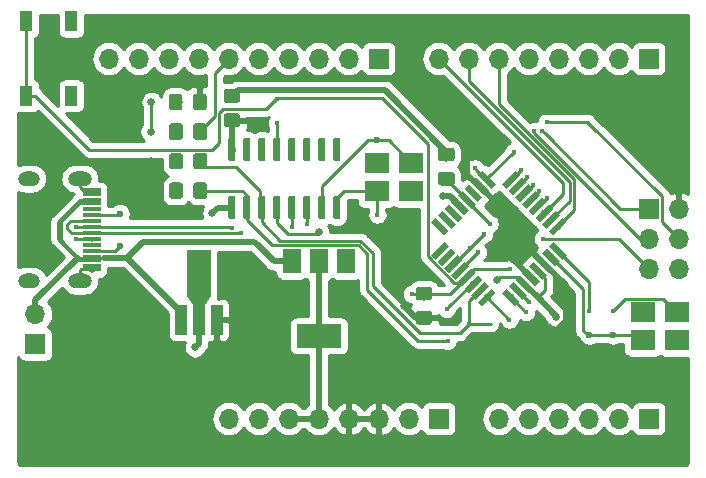
<source format=gbr>
%TF.GenerationSoftware,KiCad,Pcbnew,(5.1.2-1)-1*%
%TF.CreationDate,2020-01-20T17:34:23-08:00*%
%TF.ProjectId,Uno rev1.1,556e6f20-7265-4763-912e-312e6b696361,rev?*%
%TF.SameCoordinates,Original*%
%TF.FileFunction,Copper,L1,Top*%
%TF.FilePolarity,Positive*%
%FSLAX46Y46*%
G04 Gerber Fmt 4.6, Leading zero omitted, Abs format (unit mm)*
G04 Created by KiCad (PCBNEW (5.1.2-1)-1) date 2020-01-20 17:34:23*
%MOMM*%
%LPD*%
G04 APERTURE LIST*
%TA.AperFunction,SMDPad,CuDef*%
%ADD10R,2.100000X1.800000*%
%TD*%
%TA.AperFunction,ComponentPad*%
%ADD11O,1.700000X1.700000*%
%TD*%
%TA.AperFunction,ComponentPad*%
%ADD12R,1.700000X1.700000*%
%TD*%
%TA.AperFunction,ComponentPad*%
%ADD13O,2.032000X1.270000*%
%TD*%
%TA.AperFunction,ComponentPad*%
%ADD14O,1.828800X1.270000*%
%TD*%
%TA.AperFunction,SMDPad,CuDef*%
%ADD15R,1.524000X0.299974*%
%TD*%
%TA.AperFunction,Conductor*%
%ADD16C,0.100000*%
%TD*%
%TA.AperFunction,SMDPad,CuDef*%
%ADD17C,1.150000*%
%TD*%
%TA.AperFunction,SMDPad,CuDef*%
%ADD18R,1.000000X1.700000*%
%TD*%
%TA.AperFunction,SMDPad,CuDef*%
%ADD19R,1.000000X2.500000*%
%TD*%
%TA.AperFunction,SMDPad,CuDef*%
%ADD20R,2.000000X4.000000*%
%TD*%
%TA.AperFunction,SMDPad,CuDef*%
%ADD21C,0.750000*%
%TD*%
%TA.AperFunction,SMDPad,CuDef*%
%ADD22R,3.800000X2.000000*%
%TD*%
%TA.AperFunction,SMDPad,CuDef*%
%ADD23R,1.500000X2.000000*%
%TD*%
%TA.AperFunction,SMDPad,CuDef*%
%ADD24C,0.600000*%
%TD*%
%TA.AperFunction,SMDPad,CuDef*%
%ADD25C,0.550000*%
%TD*%
%TA.AperFunction,ViaPad*%
%ADD26C,0.635000*%
%TD*%
%TA.AperFunction,ViaPad*%
%ADD27C,0.450000*%
%TD*%
%TA.AperFunction,ViaPad*%
%ADD28C,0.600000*%
%TD*%
%TA.AperFunction,Conductor*%
%ADD29C,0.508000*%
%TD*%
%TA.AperFunction,Conductor*%
%ADD30C,0.254000*%
%TD*%
G04 APERTURE END LIST*
D10*
%TO.P,Y2,1*%
%TO.N,Net-(C12-Pad2)*%
X43000000Y-161040000D03*
%TO.P,Y2,2*%
%TO.N,GNDREF*%
X45900000Y-161040000D03*
%TO.P,Y2,3*%
%TO.N,Net-(C10-Pad1)*%
X45900000Y-158740000D03*
%TO.P,Y2,4*%
%TO.N,GNDREF*%
X43000000Y-158740000D03*
%TD*%
%TO.P,16MHz,4*%
%TO.N,GNDREF*%
X68450000Y-173650000D03*
%TO.P,16MHz,3*%
%TO.N,Net-(C9-Pad1)*%
X65550000Y-173650000D03*
%TO.P,16MHz,2*%
%TO.N,GNDREF*%
X65550000Y-171350000D03*
%TO.P,16MHz,1*%
%TO.N,Net-(C11-Pad2)*%
X68450000Y-171350000D03*
%TD*%
D11*
%TO.P,J6,2*%
%TO.N,+VSW*%
X14100000Y-171500000D03*
D12*
%TO.P,J6,1*%
%TO.N,GNDREF*%
X14100000Y-174040000D03*
%TD*%
%TO.P,J1,1*%
%TO.N,GNDREF*%
X48260000Y-180340000D03*
D11*
%TO.P,J1,2*%
X45720000Y-180340000D03*
%TO.P,J1,3*%
%TO.N,+5V*%
X43180000Y-180340000D03*
%TO.P,J1,4*%
X40640000Y-180340000D03*
%TO.P,J1,5*%
%TO.N,+3V3*%
X38100000Y-180340000D03*
%TO.P,J1,6*%
X35560000Y-180340000D03*
%TO.P,J1,7*%
%TO.N,RST*%
X33020000Y-180340000D03*
%TO.P,J1,8*%
%TO.N,GNDREF*%
X30480000Y-180340000D03*
%TD*%
D12*
%TO.P,J2,1*%
%TO.N,D12*%
X66040000Y-162560000D03*
D11*
%TO.P,J2,2*%
%TO.N,+5V*%
X68580000Y-162560000D03*
%TO.P,J2,3*%
%TO.N,D13*%
X66040000Y-165100000D03*
%TO.P,J2,4*%
%TO.N,D11*%
X68580000Y-165100000D03*
%TO.P,J2,5*%
%TO.N,RST*%
X66040000Y-167640000D03*
%TO.P,J2,6*%
%TO.N,GNDREF*%
X68580000Y-167640000D03*
%TD*%
D12*
%TO.P,J3,1*%
%TO.N,D8*%
X43180000Y-149860000D03*
D11*
%TO.P,J3,2*%
%TO.N,D9*%
X40640000Y-149860000D03*
%TO.P,J3,3*%
%TO.N,D10*%
X38100000Y-149860000D03*
%TO.P,J3,4*%
%TO.N,D11*%
X35560000Y-149860000D03*
%TO.P,J3,5*%
%TO.N,D12*%
X33020000Y-149860000D03*
%TO.P,J3,6*%
%TO.N,D13*%
X30480000Y-149860000D03*
%TO.P,J3,7*%
%TO.N,GNDREF*%
X27940000Y-149860000D03*
%TO.P,J3,8*%
%TO.N,AREF*%
X25400000Y-149860000D03*
%TO.P,J3,9*%
%TO.N,AD4_SDA*%
X22860000Y-149860000D03*
%TO.P,J3,10*%
%TO.N,AD5_SCL*%
X20320000Y-149860000D03*
%TD*%
D12*
%TO.P,J4,1*%
%TO.N,AD0*%
X66040000Y-180340000D03*
D11*
%TO.P,J4,2*%
%TO.N,AD1*%
X63500000Y-180340000D03*
%TO.P,J4,3*%
%TO.N,AD2*%
X60960000Y-180340000D03*
%TO.P,J4,4*%
%TO.N,AD3*%
X58420000Y-180340000D03*
%TO.P,J4,5*%
%TO.N,AD4_SDA*%
X55880000Y-180340000D03*
%TO.P,J4,6*%
%TO.N,AD5_SCL*%
X53340000Y-180340000D03*
%TD*%
D12*
%TO.P,J5,1*%
%TO.N,D0*%
X66040000Y-149860000D03*
D11*
%TO.P,J5,2*%
%TO.N,D1*%
X63500000Y-149860000D03*
%TO.P,J5,3*%
%TO.N,D2*%
X60960000Y-149860000D03*
%TO.P,J5,4*%
%TO.N,D3*%
X58420000Y-149860000D03*
%TO.P,J5,5*%
%TO.N,D4*%
X55880000Y-149860000D03*
%TO.P,J5,6*%
%TO.N,D5*%
X53340000Y-149860000D03*
%TO.P,J5,7*%
%TO.N,D6*%
X50800000Y-149860000D03*
%TO.P,J5,8*%
%TO.N,D7*%
X48260000Y-149860000D03*
%TD*%
D13*
%TO.P,P1,S1*%
%TO.N,GNDREF*%
X17858000Y-168656000D03*
D14*
X13540000Y-168656000D03*
D13*
X17858000Y-160020000D03*
D14*
X13540000Y-160020000D03*
D15*
%TO.P,P1,A1*%
X18874000Y-160972500D03*
%TO.P,P1,B12*%
X18874000Y-161290000D03*
%TO.P,P1,A4*%
%TO.N,+VSW*%
X18874000Y-161861500D03*
%TO.P,P1,B9*%
X18874000Y-162115500D03*
%TO.P,P1,A8*%
%TO.N,Net-(P1-PadA8)*%
X18874000Y-162623500D03*
%TO.P,P1,A5*%
%TO.N,Net-(P1-PadA5)*%
X18874000Y-163131500D03*
%TO.P,P1,B7*%
%TO.N,D-*%
X18874000Y-163639500D03*
%TO.P,P1,A6*%
%TO.N,D+*%
X18874000Y-164147500D03*
%TO.P,P1,A7*%
%TO.N,D-*%
X18874000Y-164655500D03*
%TO.P,P1,B6*%
%TO.N,D+*%
X18874000Y-165163500D03*
%TO.P,P1,B8*%
%TO.N,Net-(P1-PadB8)*%
X18874000Y-165671500D03*
%TO.P,P1,B5*%
%TO.N,Net-(P1-PadB5)*%
X18874000Y-166179500D03*
%TO.P,P1,B4*%
%TO.N,+VSW*%
X18874000Y-166687500D03*
%TO.P,P1,A9*%
X18874000Y-166941500D03*
%TO.P,P1,B1*%
%TO.N,GNDREF*%
X18874000Y-167449500D03*
%TO.P,P1,A12*%
X18874000Y-167703500D03*
%TD*%
D16*
%TO.N,+5V*%
%TO.C,R1*%
G36*
X47464505Y-171229204D02*
G01*
X47488773Y-171232804D01*
X47512572Y-171238765D01*
X47535671Y-171247030D01*
X47557850Y-171257520D01*
X47578893Y-171270132D01*
X47598599Y-171284747D01*
X47616777Y-171301223D01*
X47633253Y-171319401D01*
X47647868Y-171339107D01*
X47660480Y-171360150D01*
X47670970Y-171382329D01*
X47679235Y-171405428D01*
X47685196Y-171429227D01*
X47688796Y-171453495D01*
X47690000Y-171477999D01*
X47690000Y-172128001D01*
X47688796Y-172152505D01*
X47685196Y-172176773D01*
X47679235Y-172200572D01*
X47670970Y-172223671D01*
X47660480Y-172245850D01*
X47647868Y-172266893D01*
X47633253Y-172286599D01*
X47616777Y-172304777D01*
X47598599Y-172321253D01*
X47578893Y-172335868D01*
X47557850Y-172348480D01*
X47535671Y-172358970D01*
X47512572Y-172367235D01*
X47488773Y-172373196D01*
X47464505Y-172376796D01*
X47440001Y-172378000D01*
X46539999Y-172378000D01*
X46515495Y-172376796D01*
X46491227Y-172373196D01*
X46467428Y-172367235D01*
X46444329Y-172358970D01*
X46422150Y-172348480D01*
X46401107Y-172335868D01*
X46381401Y-172321253D01*
X46363223Y-172304777D01*
X46346747Y-172286599D01*
X46332132Y-172266893D01*
X46319520Y-172245850D01*
X46309030Y-172223671D01*
X46300765Y-172200572D01*
X46294804Y-172176773D01*
X46291204Y-172152505D01*
X46290000Y-172128001D01*
X46290000Y-171477999D01*
X46291204Y-171453495D01*
X46294804Y-171429227D01*
X46300765Y-171405428D01*
X46309030Y-171382329D01*
X46319520Y-171360150D01*
X46332132Y-171339107D01*
X46346747Y-171319401D01*
X46363223Y-171301223D01*
X46381401Y-171284747D01*
X46401107Y-171270132D01*
X46422150Y-171257520D01*
X46444329Y-171247030D01*
X46467428Y-171238765D01*
X46491227Y-171232804D01*
X46515495Y-171229204D01*
X46539999Y-171228000D01*
X47440001Y-171228000D01*
X47464505Y-171229204D01*
X47464505Y-171229204D01*
G37*
D17*
%TD*%
%TO.P,R1,1*%
%TO.N,+5V*%
X46990000Y-171803000D03*
D16*
%TO.N,RST*%
%TO.C,R1*%
G36*
X47464505Y-169179204D02*
G01*
X47488773Y-169182804D01*
X47512572Y-169188765D01*
X47535671Y-169197030D01*
X47557850Y-169207520D01*
X47578893Y-169220132D01*
X47598599Y-169234747D01*
X47616777Y-169251223D01*
X47633253Y-169269401D01*
X47647868Y-169289107D01*
X47660480Y-169310150D01*
X47670970Y-169332329D01*
X47679235Y-169355428D01*
X47685196Y-169379227D01*
X47688796Y-169403495D01*
X47690000Y-169427999D01*
X47690000Y-170078001D01*
X47688796Y-170102505D01*
X47685196Y-170126773D01*
X47679235Y-170150572D01*
X47670970Y-170173671D01*
X47660480Y-170195850D01*
X47647868Y-170216893D01*
X47633253Y-170236599D01*
X47616777Y-170254777D01*
X47598599Y-170271253D01*
X47578893Y-170285868D01*
X47557850Y-170298480D01*
X47535671Y-170308970D01*
X47512572Y-170317235D01*
X47488773Y-170323196D01*
X47464505Y-170326796D01*
X47440001Y-170328000D01*
X46539999Y-170328000D01*
X46515495Y-170326796D01*
X46491227Y-170323196D01*
X46467428Y-170317235D01*
X46444329Y-170308970D01*
X46422150Y-170298480D01*
X46401107Y-170285868D01*
X46381401Y-170271253D01*
X46363223Y-170254777D01*
X46346747Y-170236599D01*
X46332132Y-170216893D01*
X46319520Y-170195850D01*
X46309030Y-170173671D01*
X46300765Y-170150572D01*
X46294804Y-170126773D01*
X46291204Y-170102505D01*
X46290000Y-170078001D01*
X46290000Y-169427999D01*
X46291204Y-169403495D01*
X46294804Y-169379227D01*
X46300765Y-169355428D01*
X46309030Y-169332329D01*
X46319520Y-169310150D01*
X46332132Y-169289107D01*
X46346747Y-169269401D01*
X46363223Y-169251223D01*
X46381401Y-169234747D01*
X46401107Y-169220132D01*
X46422150Y-169207520D01*
X46444329Y-169197030D01*
X46467428Y-169188765D01*
X46491227Y-169182804D01*
X46515495Y-169179204D01*
X46539999Y-169178000D01*
X47440001Y-169178000D01*
X47464505Y-169179204D01*
X47464505Y-169179204D01*
G37*
D17*
%TD*%
%TO.P,R1,2*%
%TO.N,RST*%
X46990000Y-169753000D03*
D18*
%TO.P,RST1,1*%
%TO.N,RST*%
X13340000Y-153010000D03*
X13340000Y-146710000D03*
%TO.P,RST1,2*%
%TO.N,GNDREF*%
X17140000Y-153010000D03*
X17140000Y-146710000D03*
%TD*%
D19*
%TO.P,U1,1*%
%TO.N,+VSW*%
X26440000Y-171981000D03*
%TO.P,U1,2*%
%TO.N,GNDREF*%
X27940000Y-171981000D03*
%TO.P,U1,3*%
%TO.N,+5V*%
X29440000Y-171981000D03*
D20*
%TO.P,U1,2*%
%TO.N,GNDREF*%
X27940000Y-168021000D03*
D21*
X27940000Y-170371000D03*
D16*
%TD*%
%TO.N,GNDREF*%
%TO.C,U1*%
G36*
X28940000Y-169996000D02*
G01*
X28440000Y-170746000D01*
X27440000Y-170746000D01*
X26940000Y-169996000D01*
X28940000Y-169996000D01*
X28940000Y-169996000D01*
G37*
D22*
%TO.P,U2,2*%
%TO.N,+3V3*%
X38100000Y-173330000D03*
D23*
X38100000Y-167030000D03*
%TO.P,U2,3*%
%TO.N,+VSW*%
X35800000Y-167030000D03*
%TO.P,U2,1*%
%TO.N,GNDREF*%
X40400000Y-167030000D03*
%TD*%
D16*
%TO.N,GNDREF*%
%TO.C,U3*%
G36*
X30898703Y-161515722D02*
G01*
X30913264Y-161517882D01*
X30927543Y-161521459D01*
X30941403Y-161526418D01*
X30954710Y-161532712D01*
X30967336Y-161540280D01*
X30979159Y-161549048D01*
X30990066Y-161558934D01*
X30999952Y-161569841D01*
X31008720Y-161581664D01*
X31016288Y-161594290D01*
X31022582Y-161607597D01*
X31027541Y-161621457D01*
X31031118Y-161635736D01*
X31033278Y-161650297D01*
X31034000Y-161665000D01*
X31034000Y-163315000D01*
X31033278Y-163329703D01*
X31031118Y-163344264D01*
X31027541Y-163358543D01*
X31022582Y-163372403D01*
X31016288Y-163385710D01*
X31008720Y-163398336D01*
X30999952Y-163410159D01*
X30990066Y-163421066D01*
X30979159Y-163430952D01*
X30967336Y-163439720D01*
X30954710Y-163447288D01*
X30941403Y-163453582D01*
X30927543Y-163458541D01*
X30913264Y-163462118D01*
X30898703Y-163464278D01*
X30884000Y-163465000D01*
X30584000Y-163465000D01*
X30569297Y-163464278D01*
X30554736Y-163462118D01*
X30540457Y-163458541D01*
X30526597Y-163453582D01*
X30513290Y-163447288D01*
X30500664Y-163439720D01*
X30488841Y-163430952D01*
X30477934Y-163421066D01*
X30468048Y-163410159D01*
X30459280Y-163398336D01*
X30451712Y-163385710D01*
X30445418Y-163372403D01*
X30440459Y-163358543D01*
X30436882Y-163344264D01*
X30434722Y-163329703D01*
X30434000Y-163315000D01*
X30434000Y-161665000D01*
X30434722Y-161650297D01*
X30436882Y-161635736D01*
X30440459Y-161621457D01*
X30445418Y-161607597D01*
X30451712Y-161594290D01*
X30459280Y-161581664D01*
X30468048Y-161569841D01*
X30477934Y-161558934D01*
X30488841Y-161549048D01*
X30500664Y-161540280D01*
X30513290Y-161532712D01*
X30526597Y-161526418D01*
X30540457Y-161521459D01*
X30554736Y-161517882D01*
X30569297Y-161515722D01*
X30584000Y-161515000D01*
X30884000Y-161515000D01*
X30898703Y-161515722D01*
X30898703Y-161515722D01*
G37*
D24*
%TD*%
%TO.P,U3,1*%
%TO.N,GNDREF*%
X30734000Y-162490000D03*
D16*
%TO.N,D0*%
%TO.C,U3*%
G36*
X32168703Y-161515722D02*
G01*
X32183264Y-161517882D01*
X32197543Y-161521459D01*
X32211403Y-161526418D01*
X32224710Y-161532712D01*
X32237336Y-161540280D01*
X32249159Y-161549048D01*
X32260066Y-161558934D01*
X32269952Y-161569841D01*
X32278720Y-161581664D01*
X32286288Y-161594290D01*
X32292582Y-161607597D01*
X32297541Y-161621457D01*
X32301118Y-161635736D01*
X32303278Y-161650297D01*
X32304000Y-161665000D01*
X32304000Y-163315000D01*
X32303278Y-163329703D01*
X32301118Y-163344264D01*
X32297541Y-163358543D01*
X32292582Y-163372403D01*
X32286288Y-163385710D01*
X32278720Y-163398336D01*
X32269952Y-163410159D01*
X32260066Y-163421066D01*
X32249159Y-163430952D01*
X32237336Y-163439720D01*
X32224710Y-163447288D01*
X32211403Y-163453582D01*
X32197543Y-163458541D01*
X32183264Y-163462118D01*
X32168703Y-163464278D01*
X32154000Y-163465000D01*
X31854000Y-163465000D01*
X31839297Y-163464278D01*
X31824736Y-163462118D01*
X31810457Y-163458541D01*
X31796597Y-163453582D01*
X31783290Y-163447288D01*
X31770664Y-163439720D01*
X31758841Y-163430952D01*
X31747934Y-163421066D01*
X31738048Y-163410159D01*
X31729280Y-163398336D01*
X31721712Y-163385710D01*
X31715418Y-163372403D01*
X31710459Y-163358543D01*
X31706882Y-163344264D01*
X31704722Y-163329703D01*
X31704000Y-163315000D01*
X31704000Y-161665000D01*
X31704722Y-161650297D01*
X31706882Y-161635736D01*
X31710459Y-161621457D01*
X31715418Y-161607597D01*
X31721712Y-161594290D01*
X31729280Y-161581664D01*
X31738048Y-161569841D01*
X31747934Y-161558934D01*
X31758841Y-161549048D01*
X31770664Y-161540280D01*
X31783290Y-161532712D01*
X31796597Y-161526418D01*
X31810457Y-161521459D01*
X31824736Y-161517882D01*
X31839297Y-161515722D01*
X31854000Y-161515000D01*
X32154000Y-161515000D01*
X32168703Y-161515722D01*
X32168703Y-161515722D01*
G37*
D24*
%TD*%
%TO.P,U3,2*%
%TO.N,D0*%
X32004000Y-162490000D03*
D16*
%TO.N,D1*%
%TO.C,U3*%
G36*
X33438703Y-161515722D02*
G01*
X33453264Y-161517882D01*
X33467543Y-161521459D01*
X33481403Y-161526418D01*
X33494710Y-161532712D01*
X33507336Y-161540280D01*
X33519159Y-161549048D01*
X33530066Y-161558934D01*
X33539952Y-161569841D01*
X33548720Y-161581664D01*
X33556288Y-161594290D01*
X33562582Y-161607597D01*
X33567541Y-161621457D01*
X33571118Y-161635736D01*
X33573278Y-161650297D01*
X33574000Y-161665000D01*
X33574000Y-163315000D01*
X33573278Y-163329703D01*
X33571118Y-163344264D01*
X33567541Y-163358543D01*
X33562582Y-163372403D01*
X33556288Y-163385710D01*
X33548720Y-163398336D01*
X33539952Y-163410159D01*
X33530066Y-163421066D01*
X33519159Y-163430952D01*
X33507336Y-163439720D01*
X33494710Y-163447288D01*
X33481403Y-163453582D01*
X33467543Y-163458541D01*
X33453264Y-163462118D01*
X33438703Y-163464278D01*
X33424000Y-163465000D01*
X33124000Y-163465000D01*
X33109297Y-163464278D01*
X33094736Y-163462118D01*
X33080457Y-163458541D01*
X33066597Y-163453582D01*
X33053290Y-163447288D01*
X33040664Y-163439720D01*
X33028841Y-163430952D01*
X33017934Y-163421066D01*
X33008048Y-163410159D01*
X32999280Y-163398336D01*
X32991712Y-163385710D01*
X32985418Y-163372403D01*
X32980459Y-163358543D01*
X32976882Y-163344264D01*
X32974722Y-163329703D01*
X32974000Y-163315000D01*
X32974000Y-161665000D01*
X32974722Y-161650297D01*
X32976882Y-161635736D01*
X32980459Y-161621457D01*
X32985418Y-161607597D01*
X32991712Y-161594290D01*
X32999280Y-161581664D01*
X33008048Y-161569841D01*
X33017934Y-161558934D01*
X33028841Y-161549048D01*
X33040664Y-161540280D01*
X33053290Y-161532712D01*
X33066597Y-161526418D01*
X33080457Y-161521459D01*
X33094736Y-161517882D01*
X33109297Y-161515722D01*
X33124000Y-161515000D01*
X33424000Y-161515000D01*
X33438703Y-161515722D01*
X33438703Y-161515722D01*
G37*
D24*
%TD*%
%TO.P,U3,3*%
%TO.N,D1*%
X33274000Y-162490000D03*
D16*
%TO.N,+3V3*%
%TO.C,U3*%
G36*
X34708703Y-161515722D02*
G01*
X34723264Y-161517882D01*
X34737543Y-161521459D01*
X34751403Y-161526418D01*
X34764710Y-161532712D01*
X34777336Y-161540280D01*
X34789159Y-161549048D01*
X34800066Y-161558934D01*
X34809952Y-161569841D01*
X34818720Y-161581664D01*
X34826288Y-161594290D01*
X34832582Y-161607597D01*
X34837541Y-161621457D01*
X34841118Y-161635736D01*
X34843278Y-161650297D01*
X34844000Y-161665000D01*
X34844000Y-163315000D01*
X34843278Y-163329703D01*
X34841118Y-163344264D01*
X34837541Y-163358543D01*
X34832582Y-163372403D01*
X34826288Y-163385710D01*
X34818720Y-163398336D01*
X34809952Y-163410159D01*
X34800066Y-163421066D01*
X34789159Y-163430952D01*
X34777336Y-163439720D01*
X34764710Y-163447288D01*
X34751403Y-163453582D01*
X34737543Y-163458541D01*
X34723264Y-163462118D01*
X34708703Y-163464278D01*
X34694000Y-163465000D01*
X34394000Y-163465000D01*
X34379297Y-163464278D01*
X34364736Y-163462118D01*
X34350457Y-163458541D01*
X34336597Y-163453582D01*
X34323290Y-163447288D01*
X34310664Y-163439720D01*
X34298841Y-163430952D01*
X34287934Y-163421066D01*
X34278048Y-163410159D01*
X34269280Y-163398336D01*
X34261712Y-163385710D01*
X34255418Y-163372403D01*
X34250459Y-163358543D01*
X34246882Y-163344264D01*
X34244722Y-163329703D01*
X34244000Y-163315000D01*
X34244000Y-161665000D01*
X34244722Y-161650297D01*
X34246882Y-161635736D01*
X34250459Y-161621457D01*
X34255418Y-161607597D01*
X34261712Y-161594290D01*
X34269280Y-161581664D01*
X34278048Y-161569841D01*
X34287934Y-161558934D01*
X34298841Y-161549048D01*
X34310664Y-161540280D01*
X34323290Y-161532712D01*
X34336597Y-161526418D01*
X34350457Y-161521459D01*
X34364736Y-161517882D01*
X34379297Y-161515722D01*
X34394000Y-161515000D01*
X34694000Y-161515000D01*
X34708703Y-161515722D01*
X34708703Y-161515722D01*
G37*
D24*
%TD*%
%TO.P,U3,4*%
%TO.N,+3V3*%
X34544000Y-162490000D03*
D16*
%TO.N,D+*%
%TO.C,U3*%
G36*
X35978703Y-161515722D02*
G01*
X35993264Y-161517882D01*
X36007543Y-161521459D01*
X36021403Y-161526418D01*
X36034710Y-161532712D01*
X36047336Y-161540280D01*
X36059159Y-161549048D01*
X36070066Y-161558934D01*
X36079952Y-161569841D01*
X36088720Y-161581664D01*
X36096288Y-161594290D01*
X36102582Y-161607597D01*
X36107541Y-161621457D01*
X36111118Y-161635736D01*
X36113278Y-161650297D01*
X36114000Y-161665000D01*
X36114000Y-163315000D01*
X36113278Y-163329703D01*
X36111118Y-163344264D01*
X36107541Y-163358543D01*
X36102582Y-163372403D01*
X36096288Y-163385710D01*
X36088720Y-163398336D01*
X36079952Y-163410159D01*
X36070066Y-163421066D01*
X36059159Y-163430952D01*
X36047336Y-163439720D01*
X36034710Y-163447288D01*
X36021403Y-163453582D01*
X36007543Y-163458541D01*
X35993264Y-163462118D01*
X35978703Y-163464278D01*
X35964000Y-163465000D01*
X35664000Y-163465000D01*
X35649297Y-163464278D01*
X35634736Y-163462118D01*
X35620457Y-163458541D01*
X35606597Y-163453582D01*
X35593290Y-163447288D01*
X35580664Y-163439720D01*
X35568841Y-163430952D01*
X35557934Y-163421066D01*
X35548048Y-163410159D01*
X35539280Y-163398336D01*
X35531712Y-163385710D01*
X35525418Y-163372403D01*
X35520459Y-163358543D01*
X35516882Y-163344264D01*
X35514722Y-163329703D01*
X35514000Y-163315000D01*
X35514000Y-161665000D01*
X35514722Y-161650297D01*
X35516882Y-161635736D01*
X35520459Y-161621457D01*
X35525418Y-161607597D01*
X35531712Y-161594290D01*
X35539280Y-161581664D01*
X35548048Y-161569841D01*
X35557934Y-161558934D01*
X35568841Y-161549048D01*
X35580664Y-161540280D01*
X35593290Y-161532712D01*
X35606597Y-161526418D01*
X35620457Y-161521459D01*
X35634736Y-161517882D01*
X35649297Y-161515722D01*
X35664000Y-161515000D01*
X35964000Y-161515000D01*
X35978703Y-161515722D01*
X35978703Y-161515722D01*
G37*
D24*
%TD*%
%TO.P,U3,5*%
%TO.N,D+*%
X35814000Y-162490000D03*
D16*
%TO.N,D-*%
%TO.C,U3*%
G36*
X37248703Y-161515722D02*
G01*
X37263264Y-161517882D01*
X37277543Y-161521459D01*
X37291403Y-161526418D01*
X37304710Y-161532712D01*
X37317336Y-161540280D01*
X37329159Y-161549048D01*
X37340066Y-161558934D01*
X37349952Y-161569841D01*
X37358720Y-161581664D01*
X37366288Y-161594290D01*
X37372582Y-161607597D01*
X37377541Y-161621457D01*
X37381118Y-161635736D01*
X37383278Y-161650297D01*
X37384000Y-161665000D01*
X37384000Y-163315000D01*
X37383278Y-163329703D01*
X37381118Y-163344264D01*
X37377541Y-163358543D01*
X37372582Y-163372403D01*
X37366288Y-163385710D01*
X37358720Y-163398336D01*
X37349952Y-163410159D01*
X37340066Y-163421066D01*
X37329159Y-163430952D01*
X37317336Y-163439720D01*
X37304710Y-163447288D01*
X37291403Y-163453582D01*
X37277543Y-163458541D01*
X37263264Y-163462118D01*
X37248703Y-163464278D01*
X37234000Y-163465000D01*
X36934000Y-163465000D01*
X36919297Y-163464278D01*
X36904736Y-163462118D01*
X36890457Y-163458541D01*
X36876597Y-163453582D01*
X36863290Y-163447288D01*
X36850664Y-163439720D01*
X36838841Y-163430952D01*
X36827934Y-163421066D01*
X36818048Y-163410159D01*
X36809280Y-163398336D01*
X36801712Y-163385710D01*
X36795418Y-163372403D01*
X36790459Y-163358543D01*
X36786882Y-163344264D01*
X36784722Y-163329703D01*
X36784000Y-163315000D01*
X36784000Y-161665000D01*
X36784722Y-161650297D01*
X36786882Y-161635736D01*
X36790459Y-161621457D01*
X36795418Y-161607597D01*
X36801712Y-161594290D01*
X36809280Y-161581664D01*
X36818048Y-161569841D01*
X36827934Y-161558934D01*
X36838841Y-161549048D01*
X36850664Y-161540280D01*
X36863290Y-161532712D01*
X36876597Y-161526418D01*
X36890457Y-161521459D01*
X36904736Y-161517882D01*
X36919297Y-161515722D01*
X36934000Y-161515000D01*
X37234000Y-161515000D01*
X37248703Y-161515722D01*
X37248703Y-161515722D01*
G37*
D24*
%TD*%
%TO.P,U3,6*%
%TO.N,D-*%
X37084000Y-162490000D03*
D16*
%TO.N,Net-(C10-Pad1)*%
%TO.C,U3*%
G36*
X38518703Y-161515722D02*
G01*
X38533264Y-161517882D01*
X38547543Y-161521459D01*
X38561403Y-161526418D01*
X38574710Y-161532712D01*
X38587336Y-161540280D01*
X38599159Y-161549048D01*
X38610066Y-161558934D01*
X38619952Y-161569841D01*
X38628720Y-161581664D01*
X38636288Y-161594290D01*
X38642582Y-161607597D01*
X38647541Y-161621457D01*
X38651118Y-161635736D01*
X38653278Y-161650297D01*
X38654000Y-161665000D01*
X38654000Y-163315000D01*
X38653278Y-163329703D01*
X38651118Y-163344264D01*
X38647541Y-163358543D01*
X38642582Y-163372403D01*
X38636288Y-163385710D01*
X38628720Y-163398336D01*
X38619952Y-163410159D01*
X38610066Y-163421066D01*
X38599159Y-163430952D01*
X38587336Y-163439720D01*
X38574710Y-163447288D01*
X38561403Y-163453582D01*
X38547543Y-163458541D01*
X38533264Y-163462118D01*
X38518703Y-163464278D01*
X38504000Y-163465000D01*
X38204000Y-163465000D01*
X38189297Y-163464278D01*
X38174736Y-163462118D01*
X38160457Y-163458541D01*
X38146597Y-163453582D01*
X38133290Y-163447288D01*
X38120664Y-163439720D01*
X38108841Y-163430952D01*
X38097934Y-163421066D01*
X38088048Y-163410159D01*
X38079280Y-163398336D01*
X38071712Y-163385710D01*
X38065418Y-163372403D01*
X38060459Y-163358543D01*
X38056882Y-163344264D01*
X38054722Y-163329703D01*
X38054000Y-163315000D01*
X38054000Y-161665000D01*
X38054722Y-161650297D01*
X38056882Y-161635736D01*
X38060459Y-161621457D01*
X38065418Y-161607597D01*
X38071712Y-161594290D01*
X38079280Y-161581664D01*
X38088048Y-161569841D01*
X38097934Y-161558934D01*
X38108841Y-161549048D01*
X38120664Y-161540280D01*
X38133290Y-161532712D01*
X38146597Y-161526418D01*
X38160457Y-161521459D01*
X38174736Y-161517882D01*
X38189297Y-161515722D01*
X38204000Y-161515000D01*
X38504000Y-161515000D01*
X38518703Y-161515722D01*
X38518703Y-161515722D01*
G37*
D24*
%TD*%
%TO.P,U3,7*%
%TO.N,Net-(C10-Pad1)*%
X38354000Y-162490000D03*
D16*
%TO.N,Net-(C12-Pad2)*%
%TO.C,U3*%
G36*
X39788703Y-161515722D02*
G01*
X39803264Y-161517882D01*
X39817543Y-161521459D01*
X39831403Y-161526418D01*
X39844710Y-161532712D01*
X39857336Y-161540280D01*
X39869159Y-161549048D01*
X39880066Y-161558934D01*
X39889952Y-161569841D01*
X39898720Y-161581664D01*
X39906288Y-161594290D01*
X39912582Y-161607597D01*
X39917541Y-161621457D01*
X39921118Y-161635736D01*
X39923278Y-161650297D01*
X39924000Y-161665000D01*
X39924000Y-163315000D01*
X39923278Y-163329703D01*
X39921118Y-163344264D01*
X39917541Y-163358543D01*
X39912582Y-163372403D01*
X39906288Y-163385710D01*
X39898720Y-163398336D01*
X39889952Y-163410159D01*
X39880066Y-163421066D01*
X39869159Y-163430952D01*
X39857336Y-163439720D01*
X39844710Y-163447288D01*
X39831403Y-163453582D01*
X39817543Y-163458541D01*
X39803264Y-163462118D01*
X39788703Y-163464278D01*
X39774000Y-163465000D01*
X39474000Y-163465000D01*
X39459297Y-163464278D01*
X39444736Y-163462118D01*
X39430457Y-163458541D01*
X39416597Y-163453582D01*
X39403290Y-163447288D01*
X39390664Y-163439720D01*
X39378841Y-163430952D01*
X39367934Y-163421066D01*
X39358048Y-163410159D01*
X39349280Y-163398336D01*
X39341712Y-163385710D01*
X39335418Y-163372403D01*
X39330459Y-163358543D01*
X39326882Y-163344264D01*
X39324722Y-163329703D01*
X39324000Y-163315000D01*
X39324000Y-161665000D01*
X39324722Y-161650297D01*
X39326882Y-161635736D01*
X39330459Y-161621457D01*
X39335418Y-161607597D01*
X39341712Y-161594290D01*
X39349280Y-161581664D01*
X39358048Y-161569841D01*
X39367934Y-161558934D01*
X39378841Y-161549048D01*
X39390664Y-161540280D01*
X39403290Y-161532712D01*
X39416597Y-161526418D01*
X39430457Y-161521459D01*
X39444736Y-161517882D01*
X39459297Y-161515722D01*
X39474000Y-161515000D01*
X39774000Y-161515000D01*
X39788703Y-161515722D01*
X39788703Y-161515722D01*
G37*
D24*
%TD*%
%TO.P,U3,8*%
%TO.N,Net-(C12-Pad2)*%
X39624000Y-162490000D03*
D16*
%TO.N,Net-(U3-Pad9)*%
%TO.C,U3*%
G36*
X39788703Y-156565722D02*
G01*
X39803264Y-156567882D01*
X39817543Y-156571459D01*
X39831403Y-156576418D01*
X39844710Y-156582712D01*
X39857336Y-156590280D01*
X39869159Y-156599048D01*
X39880066Y-156608934D01*
X39889952Y-156619841D01*
X39898720Y-156631664D01*
X39906288Y-156644290D01*
X39912582Y-156657597D01*
X39917541Y-156671457D01*
X39921118Y-156685736D01*
X39923278Y-156700297D01*
X39924000Y-156715000D01*
X39924000Y-158365000D01*
X39923278Y-158379703D01*
X39921118Y-158394264D01*
X39917541Y-158408543D01*
X39912582Y-158422403D01*
X39906288Y-158435710D01*
X39898720Y-158448336D01*
X39889952Y-158460159D01*
X39880066Y-158471066D01*
X39869159Y-158480952D01*
X39857336Y-158489720D01*
X39844710Y-158497288D01*
X39831403Y-158503582D01*
X39817543Y-158508541D01*
X39803264Y-158512118D01*
X39788703Y-158514278D01*
X39774000Y-158515000D01*
X39474000Y-158515000D01*
X39459297Y-158514278D01*
X39444736Y-158512118D01*
X39430457Y-158508541D01*
X39416597Y-158503582D01*
X39403290Y-158497288D01*
X39390664Y-158489720D01*
X39378841Y-158480952D01*
X39367934Y-158471066D01*
X39358048Y-158460159D01*
X39349280Y-158448336D01*
X39341712Y-158435710D01*
X39335418Y-158422403D01*
X39330459Y-158408543D01*
X39326882Y-158394264D01*
X39324722Y-158379703D01*
X39324000Y-158365000D01*
X39324000Y-156715000D01*
X39324722Y-156700297D01*
X39326882Y-156685736D01*
X39330459Y-156671457D01*
X39335418Y-156657597D01*
X39341712Y-156644290D01*
X39349280Y-156631664D01*
X39358048Y-156619841D01*
X39367934Y-156608934D01*
X39378841Y-156599048D01*
X39390664Y-156590280D01*
X39403290Y-156582712D01*
X39416597Y-156576418D01*
X39430457Y-156571459D01*
X39444736Y-156567882D01*
X39459297Y-156565722D01*
X39474000Y-156565000D01*
X39774000Y-156565000D01*
X39788703Y-156565722D01*
X39788703Y-156565722D01*
G37*
D24*
%TD*%
%TO.P,U3,9*%
%TO.N,Net-(U3-Pad9)*%
X39624000Y-157540000D03*
D16*
%TO.N,Net-(U3-Pad10)*%
%TO.C,U3*%
G36*
X38518703Y-156565722D02*
G01*
X38533264Y-156567882D01*
X38547543Y-156571459D01*
X38561403Y-156576418D01*
X38574710Y-156582712D01*
X38587336Y-156590280D01*
X38599159Y-156599048D01*
X38610066Y-156608934D01*
X38619952Y-156619841D01*
X38628720Y-156631664D01*
X38636288Y-156644290D01*
X38642582Y-156657597D01*
X38647541Y-156671457D01*
X38651118Y-156685736D01*
X38653278Y-156700297D01*
X38654000Y-156715000D01*
X38654000Y-158365000D01*
X38653278Y-158379703D01*
X38651118Y-158394264D01*
X38647541Y-158408543D01*
X38642582Y-158422403D01*
X38636288Y-158435710D01*
X38628720Y-158448336D01*
X38619952Y-158460159D01*
X38610066Y-158471066D01*
X38599159Y-158480952D01*
X38587336Y-158489720D01*
X38574710Y-158497288D01*
X38561403Y-158503582D01*
X38547543Y-158508541D01*
X38533264Y-158512118D01*
X38518703Y-158514278D01*
X38504000Y-158515000D01*
X38204000Y-158515000D01*
X38189297Y-158514278D01*
X38174736Y-158512118D01*
X38160457Y-158508541D01*
X38146597Y-158503582D01*
X38133290Y-158497288D01*
X38120664Y-158489720D01*
X38108841Y-158480952D01*
X38097934Y-158471066D01*
X38088048Y-158460159D01*
X38079280Y-158448336D01*
X38071712Y-158435710D01*
X38065418Y-158422403D01*
X38060459Y-158408543D01*
X38056882Y-158394264D01*
X38054722Y-158379703D01*
X38054000Y-158365000D01*
X38054000Y-156715000D01*
X38054722Y-156700297D01*
X38056882Y-156685736D01*
X38060459Y-156671457D01*
X38065418Y-156657597D01*
X38071712Y-156644290D01*
X38079280Y-156631664D01*
X38088048Y-156619841D01*
X38097934Y-156608934D01*
X38108841Y-156599048D01*
X38120664Y-156590280D01*
X38133290Y-156582712D01*
X38146597Y-156576418D01*
X38160457Y-156571459D01*
X38174736Y-156567882D01*
X38189297Y-156565722D01*
X38204000Y-156565000D01*
X38504000Y-156565000D01*
X38518703Y-156565722D01*
X38518703Y-156565722D01*
G37*
D24*
%TD*%
%TO.P,U3,10*%
%TO.N,Net-(U3-Pad10)*%
X38354000Y-157540000D03*
D16*
%TO.N,Net-(U3-Pad11)*%
%TO.C,U3*%
G36*
X37248703Y-156565722D02*
G01*
X37263264Y-156567882D01*
X37277543Y-156571459D01*
X37291403Y-156576418D01*
X37304710Y-156582712D01*
X37317336Y-156590280D01*
X37329159Y-156599048D01*
X37340066Y-156608934D01*
X37349952Y-156619841D01*
X37358720Y-156631664D01*
X37366288Y-156644290D01*
X37372582Y-156657597D01*
X37377541Y-156671457D01*
X37381118Y-156685736D01*
X37383278Y-156700297D01*
X37384000Y-156715000D01*
X37384000Y-158365000D01*
X37383278Y-158379703D01*
X37381118Y-158394264D01*
X37377541Y-158408543D01*
X37372582Y-158422403D01*
X37366288Y-158435710D01*
X37358720Y-158448336D01*
X37349952Y-158460159D01*
X37340066Y-158471066D01*
X37329159Y-158480952D01*
X37317336Y-158489720D01*
X37304710Y-158497288D01*
X37291403Y-158503582D01*
X37277543Y-158508541D01*
X37263264Y-158512118D01*
X37248703Y-158514278D01*
X37234000Y-158515000D01*
X36934000Y-158515000D01*
X36919297Y-158514278D01*
X36904736Y-158512118D01*
X36890457Y-158508541D01*
X36876597Y-158503582D01*
X36863290Y-158497288D01*
X36850664Y-158489720D01*
X36838841Y-158480952D01*
X36827934Y-158471066D01*
X36818048Y-158460159D01*
X36809280Y-158448336D01*
X36801712Y-158435710D01*
X36795418Y-158422403D01*
X36790459Y-158408543D01*
X36786882Y-158394264D01*
X36784722Y-158379703D01*
X36784000Y-158365000D01*
X36784000Y-156715000D01*
X36784722Y-156700297D01*
X36786882Y-156685736D01*
X36790459Y-156671457D01*
X36795418Y-156657597D01*
X36801712Y-156644290D01*
X36809280Y-156631664D01*
X36818048Y-156619841D01*
X36827934Y-156608934D01*
X36838841Y-156599048D01*
X36850664Y-156590280D01*
X36863290Y-156582712D01*
X36876597Y-156576418D01*
X36890457Y-156571459D01*
X36904736Y-156567882D01*
X36919297Y-156565722D01*
X36934000Y-156565000D01*
X37234000Y-156565000D01*
X37248703Y-156565722D01*
X37248703Y-156565722D01*
G37*
D24*
%TD*%
%TO.P,U3,11*%
%TO.N,Net-(U3-Pad11)*%
X37084000Y-157540000D03*
D16*
%TO.N,Net-(U3-Pad12)*%
%TO.C,U3*%
G36*
X35978703Y-156565722D02*
G01*
X35993264Y-156567882D01*
X36007543Y-156571459D01*
X36021403Y-156576418D01*
X36034710Y-156582712D01*
X36047336Y-156590280D01*
X36059159Y-156599048D01*
X36070066Y-156608934D01*
X36079952Y-156619841D01*
X36088720Y-156631664D01*
X36096288Y-156644290D01*
X36102582Y-156657597D01*
X36107541Y-156671457D01*
X36111118Y-156685736D01*
X36113278Y-156700297D01*
X36114000Y-156715000D01*
X36114000Y-158365000D01*
X36113278Y-158379703D01*
X36111118Y-158394264D01*
X36107541Y-158408543D01*
X36102582Y-158422403D01*
X36096288Y-158435710D01*
X36088720Y-158448336D01*
X36079952Y-158460159D01*
X36070066Y-158471066D01*
X36059159Y-158480952D01*
X36047336Y-158489720D01*
X36034710Y-158497288D01*
X36021403Y-158503582D01*
X36007543Y-158508541D01*
X35993264Y-158512118D01*
X35978703Y-158514278D01*
X35964000Y-158515000D01*
X35664000Y-158515000D01*
X35649297Y-158514278D01*
X35634736Y-158512118D01*
X35620457Y-158508541D01*
X35606597Y-158503582D01*
X35593290Y-158497288D01*
X35580664Y-158489720D01*
X35568841Y-158480952D01*
X35557934Y-158471066D01*
X35548048Y-158460159D01*
X35539280Y-158448336D01*
X35531712Y-158435710D01*
X35525418Y-158422403D01*
X35520459Y-158408543D01*
X35516882Y-158394264D01*
X35514722Y-158379703D01*
X35514000Y-158365000D01*
X35514000Y-156715000D01*
X35514722Y-156700297D01*
X35516882Y-156685736D01*
X35520459Y-156671457D01*
X35525418Y-156657597D01*
X35531712Y-156644290D01*
X35539280Y-156631664D01*
X35548048Y-156619841D01*
X35557934Y-156608934D01*
X35568841Y-156599048D01*
X35580664Y-156590280D01*
X35593290Y-156582712D01*
X35606597Y-156576418D01*
X35620457Y-156571459D01*
X35634736Y-156567882D01*
X35649297Y-156565722D01*
X35664000Y-156565000D01*
X35964000Y-156565000D01*
X35978703Y-156565722D01*
X35978703Y-156565722D01*
G37*
D24*
%TD*%
%TO.P,U3,12*%
%TO.N,Net-(U3-Pad12)*%
X35814000Y-157540000D03*
D16*
%TO.N,Net-(C8-Pad2)*%
%TO.C,U3*%
G36*
X34708703Y-156565722D02*
G01*
X34723264Y-156567882D01*
X34737543Y-156571459D01*
X34751403Y-156576418D01*
X34764710Y-156582712D01*
X34777336Y-156590280D01*
X34789159Y-156599048D01*
X34800066Y-156608934D01*
X34809952Y-156619841D01*
X34818720Y-156631664D01*
X34826288Y-156644290D01*
X34832582Y-156657597D01*
X34837541Y-156671457D01*
X34841118Y-156685736D01*
X34843278Y-156700297D01*
X34844000Y-156715000D01*
X34844000Y-158365000D01*
X34843278Y-158379703D01*
X34841118Y-158394264D01*
X34837541Y-158408543D01*
X34832582Y-158422403D01*
X34826288Y-158435710D01*
X34818720Y-158448336D01*
X34809952Y-158460159D01*
X34800066Y-158471066D01*
X34789159Y-158480952D01*
X34777336Y-158489720D01*
X34764710Y-158497288D01*
X34751403Y-158503582D01*
X34737543Y-158508541D01*
X34723264Y-158512118D01*
X34708703Y-158514278D01*
X34694000Y-158515000D01*
X34394000Y-158515000D01*
X34379297Y-158514278D01*
X34364736Y-158512118D01*
X34350457Y-158508541D01*
X34336597Y-158503582D01*
X34323290Y-158497288D01*
X34310664Y-158489720D01*
X34298841Y-158480952D01*
X34287934Y-158471066D01*
X34278048Y-158460159D01*
X34269280Y-158448336D01*
X34261712Y-158435710D01*
X34255418Y-158422403D01*
X34250459Y-158408543D01*
X34246882Y-158394264D01*
X34244722Y-158379703D01*
X34244000Y-158365000D01*
X34244000Y-156715000D01*
X34244722Y-156700297D01*
X34246882Y-156685736D01*
X34250459Y-156671457D01*
X34255418Y-156657597D01*
X34261712Y-156644290D01*
X34269280Y-156631664D01*
X34278048Y-156619841D01*
X34287934Y-156608934D01*
X34298841Y-156599048D01*
X34310664Y-156590280D01*
X34323290Y-156582712D01*
X34336597Y-156576418D01*
X34350457Y-156571459D01*
X34364736Y-156567882D01*
X34379297Y-156565722D01*
X34394000Y-156565000D01*
X34694000Y-156565000D01*
X34708703Y-156565722D01*
X34708703Y-156565722D01*
G37*
D24*
%TD*%
%TO.P,U3,13*%
%TO.N,Net-(C8-Pad2)*%
X34544000Y-157540000D03*
D16*
%TO.N,Net-(U3-Pad14)*%
%TO.C,U3*%
G36*
X33438703Y-156565722D02*
G01*
X33453264Y-156567882D01*
X33467543Y-156571459D01*
X33481403Y-156576418D01*
X33494710Y-156582712D01*
X33507336Y-156590280D01*
X33519159Y-156599048D01*
X33530066Y-156608934D01*
X33539952Y-156619841D01*
X33548720Y-156631664D01*
X33556288Y-156644290D01*
X33562582Y-156657597D01*
X33567541Y-156671457D01*
X33571118Y-156685736D01*
X33573278Y-156700297D01*
X33574000Y-156715000D01*
X33574000Y-158365000D01*
X33573278Y-158379703D01*
X33571118Y-158394264D01*
X33567541Y-158408543D01*
X33562582Y-158422403D01*
X33556288Y-158435710D01*
X33548720Y-158448336D01*
X33539952Y-158460159D01*
X33530066Y-158471066D01*
X33519159Y-158480952D01*
X33507336Y-158489720D01*
X33494710Y-158497288D01*
X33481403Y-158503582D01*
X33467543Y-158508541D01*
X33453264Y-158512118D01*
X33438703Y-158514278D01*
X33424000Y-158515000D01*
X33124000Y-158515000D01*
X33109297Y-158514278D01*
X33094736Y-158512118D01*
X33080457Y-158508541D01*
X33066597Y-158503582D01*
X33053290Y-158497288D01*
X33040664Y-158489720D01*
X33028841Y-158480952D01*
X33017934Y-158471066D01*
X33008048Y-158460159D01*
X32999280Y-158448336D01*
X32991712Y-158435710D01*
X32985418Y-158422403D01*
X32980459Y-158408543D01*
X32976882Y-158394264D01*
X32974722Y-158379703D01*
X32974000Y-158365000D01*
X32974000Y-156715000D01*
X32974722Y-156700297D01*
X32976882Y-156685736D01*
X32980459Y-156671457D01*
X32985418Y-156657597D01*
X32991712Y-156644290D01*
X32999280Y-156631664D01*
X33008048Y-156619841D01*
X33017934Y-156608934D01*
X33028841Y-156599048D01*
X33040664Y-156590280D01*
X33053290Y-156582712D01*
X33066597Y-156576418D01*
X33080457Y-156571459D01*
X33094736Y-156567882D01*
X33109297Y-156565722D01*
X33124000Y-156565000D01*
X33424000Y-156565000D01*
X33438703Y-156565722D01*
X33438703Y-156565722D01*
G37*
D24*
%TD*%
%TO.P,U3,14*%
%TO.N,Net-(U3-Pad14)*%
X33274000Y-157540000D03*
D16*
%TO.N,Net-(U3-Pad15)*%
%TO.C,U3*%
G36*
X32168703Y-156565722D02*
G01*
X32183264Y-156567882D01*
X32197543Y-156571459D01*
X32211403Y-156576418D01*
X32224710Y-156582712D01*
X32237336Y-156590280D01*
X32249159Y-156599048D01*
X32260066Y-156608934D01*
X32269952Y-156619841D01*
X32278720Y-156631664D01*
X32286288Y-156644290D01*
X32292582Y-156657597D01*
X32297541Y-156671457D01*
X32301118Y-156685736D01*
X32303278Y-156700297D01*
X32304000Y-156715000D01*
X32304000Y-158365000D01*
X32303278Y-158379703D01*
X32301118Y-158394264D01*
X32297541Y-158408543D01*
X32292582Y-158422403D01*
X32286288Y-158435710D01*
X32278720Y-158448336D01*
X32269952Y-158460159D01*
X32260066Y-158471066D01*
X32249159Y-158480952D01*
X32237336Y-158489720D01*
X32224710Y-158497288D01*
X32211403Y-158503582D01*
X32197543Y-158508541D01*
X32183264Y-158512118D01*
X32168703Y-158514278D01*
X32154000Y-158515000D01*
X31854000Y-158515000D01*
X31839297Y-158514278D01*
X31824736Y-158512118D01*
X31810457Y-158508541D01*
X31796597Y-158503582D01*
X31783290Y-158497288D01*
X31770664Y-158489720D01*
X31758841Y-158480952D01*
X31747934Y-158471066D01*
X31738048Y-158460159D01*
X31729280Y-158448336D01*
X31721712Y-158435710D01*
X31715418Y-158422403D01*
X31710459Y-158408543D01*
X31706882Y-158394264D01*
X31704722Y-158379703D01*
X31704000Y-158365000D01*
X31704000Y-156715000D01*
X31704722Y-156700297D01*
X31706882Y-156685736D01*
X31710459Y-156671457D01*
X31715418Y-156657597D01*
X31721712Y-156644290D01*
X31729280Y-156631664D01*
X31738048Y-156619841D01*
X31747934Y-156608934D01*
X31758841Y-156599048D01*
X31770664Y-156590280D01*
X31783290Y-156582712D01*
X31796597Y-156576418D01*
X31810457Y-156571459D01*
X31824736Y-156567882D01*
X31839297Y-156565722D01*
X31854000Y-156565000D01*
X32154000Y-156565000D01*
X32168703Y-156565722D01*
X32168703Y-156565722D01*
G37*
D24*
%TD*%
%TO.P,U3,15*%
%TO.N,Net-(U3-Pad15)*%
X32004000Y-157540000D03*
D16*
%TO.N,+5V*%
%TO.C,U3*%
G36*
X30898703Y-156565722D02*
G01*
X30913264Y-156567882D01*
X30927543Y-156571459D01*
X30941403Y-156576418D01*
X30954710Y-156582712D01*
X30967336Y-156590280D01*
X30979159Y-156599048D01*
X30990066Y-156608934D01*
X30999952Y-156619841D01*
X31008720Y-156631664D01*
X31016288Y-156644290D01*
X31022582Y-156657597D01*
X31027541Y-156671457D01*
X31031118Y-156685736D01*
X31033278Y-156700297D01*
X31034000Y-156715000D01*
X31034000Y-158365000D01*
X31033278Y-158379703D01*
X31031118Y-158394264D01*
X31027541Y-158408543D01*
X31022582Y-158422403D01*
X31016288Y-158435710D01*
X31008720Y-158448336D01*
X30999952Y-158460159D01*
X30990066Y-158471066D01*
X30979159Y-158480952D01*
X30967336Y-158489720D01*
X30954710Y-158497288D01*
X30941403Y-158503582D01*
X30927543Y-158508541D01*
X30913264Y-158512118D01*
X30898703Y-158514278D01*
X30884000Y-158515000D01*
X30584000Y-158515000D01*
X30569297Y-158514278D01*
X30554736Y-158512118D01*
X30540457Y-158508541D01*
X30526597Y-158503582D01*
X30513290Y-158497288D01*
X30500664Y-158489720D01*
X30488841Y-158480952D01*
X30477934Y-158471066D01*
X30468048Y-158460159D01*
X30459280Y-158448336D01*
X30451712Y-158435710D01*
X30445418Y-158422403D01*
X30440459Y-158408543D01*
X30436882Y-158394264D01*
X30434722Y-158379703D01*
X30434000Y-158365000D01*
X30434000Y-156715000D01*
X30434722Y-156700297D01*
X30436882Y-156685736D01*
X30440459Y-156671457D01*
X30445418Y-156657597D01*
X30451712Y-156644290D01*
X30459280Y-156631664D01*
X30468048Y-156619841D01*
X30477934Y-156608934D01*
X30488841Y-156599048D01*
X30500664Y-156590280D01*
X30513290Y-156582712D01*
X30526597Y-156576418D01*
X30540457Y-156571459D01*
X30554736Y-156567882D01*
X30569297Y-156565722D01*
X30584000Y-156565000D01*
X30884000Y-156565000D01*
X30898703Y-156565722D01*
X30898703Y-156565722D01*
G37*
D24*
%TD*%
%TO.P,U3,16*%
%TO.N,+5V*%
X30734000Y-157540000D03*
D25*
%TO.P,U4,1*%
%TO.N,D3*%
X54365305Y-170085103D03*
D16*
%TD*%
%TO.N,D3*%
%TO.C,U4*%
G36*
X55125445Y-170456334D02*
G01*
X54736536Y-170845243D01*
X53605165Y-169713872D01*
X53994074Y-169324963D01*
X55125445Y-170456334D01*
X55125445Y-170456334D01*
G37*
D25*
%TO.P,U4,2*%
%TO.N,D4*%
X54930990Y-169519417D03*
D16*
%TD*%
%TO.N,D4*%
%TO.C,U4*%
G36*
X55691130Y-169890648D02*
G01*
X55302221Y-170279557D01*
X54170850Y-169148186D01*
X54559759Y-168759277D01*
X55691130Y-169890648D01*
X55691130Y-169890648D01*
G37*
D25*
%TO.P,U4,3*%
%TO.N,GNDREF*%
X55496676Y-168953732D03*
D16*
%TD*%
%TO.N,GNDREF*%
%TO.C,U4*%
G36*
X56256816Y-169324963D02*
G01*
X55867907Y-169713872D01*
X54736536Y-168582501D01*
X55125445Y-168193592D01*
X56256816Y-169324963D01*
X56256816Y-169324963D01*
G37*
D25*
%TO.P,U4,4*%
%TO.N,+5V*%
X56062361Y-168388047D03*
D16*
%TD*%
%TO.N,+5V*%
%TO.C,U4*%
G36*
X56822501Y-168759278D02*
G01*
X56433592Y-169148187D01*
X55302221Y-168016816D01*
X55691130Y-167627907D01*
X56822501Y-168759278D01*
X56822501Y-168759278D01*
G37*
D25*
%TO.P,U4,5*%
%TO.N,GNDREF*%
X56628047Y-167822361D03*
D16*
%TD*%
%TO.N,GNDREF*%
%TO.C,U4*%
G36*
X57388187Y-168193592D02*
G01*
X56999278Y-168582501D01*
X55867907Y-167451130D01*
X56256816Y-167062221D01*
X57388187Y-168193592D01*
X57388187Y-168193592D01*
G37*
D25*
%TO.P,U4,6*%
%TO.N,+5V*%
X57193732Y-167256676D03*
D16*
%TD*%
%TO.N,+5V*%
%TO.C,U4*%
G36*
X57953872Y-167627907D02*
G01*
X57564963Y-168016816D01*
X56433592Y-166885445D01*
X56822501Y-166496536D01*
X57953872Y-167627907D01*
X57953872Y-167627907D01*
G37*
D25*
%TO.P,U4,7*%
%TO.N,Net-(C9-Pad1)*%
X57759417Y-166690990D03*
D16*
%TD*%
%TO.N,Net-(C9-Pad1)*%
%TO.C,U4*%
G36*
X58519557Y-167062221D02*
G01*
X58130648Y-167451130D01*
X56999277Y-166319759D01*
X57388186Y-165930850D01*
X58519557Y-167062221D01*
X58519557Y-167062221D01*
G37*
D25*
%TO.P,U4,8*%
%TO.N,Net-(C11-Pad2)*%
X58325103Y-166125305D03*
D16*
%TD*%
%TO.N,Net-(C11-Pad2)*%
%TO.C,U4*%
G36*
X59085243Y-166496536D02*
G01*
X58696334Y-166885445D01*
X57564963Y-165754074D01*
X57953872Y-165365165D01*
X59085243Y-166496536D01*
X59085243Y-166496536D01*
G37*
D25*
%TO.P,U4,9*%
%TO.N,D5*%
X58325103Y-164074695D03*
D16*
%TD*%
%TO.N,D5*%
%TO.C,U4*%
G36*
X58696334Y-163314555D02*
G01*
X59085243Y-163703464D01*
X57953872Y-164834835D01*
X57564963Y-164445926D01*
X58696334Y-163314555D01*
X58696334Y-163314555D01*
G37*
D25*
%TO.P,U4,10*%
%TO.N,D6*%
X57759417Y-163509010D03*
D16*
%TD*%
%TO.N,D6*%
%TO.C,U4*%
G36*
X58130648Y-162748870D02*
G01*
X58519557Y-163137779D01*
X57388186Y-164269150D01*
X56999277Y-163880241D01*
X58130648Y-162748870D01*
X58130648Y-162748870D01*
G37*
D25*
%TO.P,U4,11*%
%TO.N,D7*%
X57193732Y-162943324D03*
D16*
%TD*%
%TO.N,D7*%
%TO.C,U4*%
G36*
X57564963Y-162183184D02*
G01*
X57953872Y-162572093D01*
X56822501Y-163703464D01*
X56433592Y-163314555D01*
X57564963Y-162183184D01*
X57564963Y-162183184D01*
G37*
D25*
%TO.P,U4,12*%
%TO.N,D8*%
X56628047Y-162377639D03*
D16*
%TD*%
%TO.N,D8*%
%TO.C,U4*%
G36*
X56999278Y-161617499D02*
G01*
X57388187Y-162006408D01*
X56256816Y-163137779D01*
X55867907Y-162748870D01*
X56999278Y-161617499D01*
X56999278Y-161617499D01*
G37*
D25*
%TO.P,U4,13*%
%TO.N,D9*%
X56062361Y-161811953D03*
D16*
%TD*%
%TO.N,D9*%
%TO.C,U4*%
G36*
X56433592Y-161051813D02*
G01*
X56822501Y-161440722D01*
X55691130Y-162572093D01*
X55302221Y-162183184D01*
X56433592Y-161051813D01*
X56433592Y-161051813D01*
G37*
D25*
%TO.P,U4,14*%
%TO.N,D10*%
X55496676Y-161246268D03*
D16*
%TD*%
%TO.N,D10*%
%TO.C,U4*%
G36*
X55867907Y-160486128D02*
G01*
X56256816Y-160875037D01*
X55125445Y-162006408D01*
X54736536Y-161617499D01*
X55867907Y-160486128D01*
X55867907Y-160486128D01*
G37*
D25*
%TO.P,U4,15*%
%TO.N,D11*%
X54930990Y-160680583D03*
D16*
%TD*%
%TO.N,D11*%
%TO.C,U4*%
G36*
X55302221Y-159920443D02*
G01*
X55691130Y-160309352D01*
X54559759Y-161440723D01*
X54170850Y-161051814D01*
X55302221Y-159920443D01*
X55302221Y-159920443D01*
G37*
D25*
%TO.P,U4,16*%
%TO.N,D12*%
X54365305Y-160114897D03*
D16*
%TD*%
%TO.N,D12*%
%TO.C,U4*%
G36*
X54736536Y-159354757D02*
G01*
X55125445Y-159743666D01*
X53994074Y-160875037D01*
X53605165Y-160486128D01*
X54736536Y-159354757D01*
X54736536Y-159354757D01*
G37*
D25*
%TO.P,U4,17*%
%TO.N,D13*%
X52314695Y-160114897D03*
D16*
%TD*%
%TO.N,D13*%
%TO.C,U4*%
G36*
X53074835Y-160486128D02*
G01*
X52685926Y-160875037D01*
X51554555Y-159743666D01*
X51943464Y-159354757D01*
X53074835Y-160486128D01*
X53074835Y-160486128D01*
G37*
D25*
%TO.P,U4,18*%
%TO.N,+5V*%
X51749010Y-160680583D03*
D16*
%TD*%
%TO.N,+5V*%
%TO.C,U4*%
G36*
X52509150Y-161051814D02*
G01*
X52120241Y-161440723D01*
X50988870Y-160309352D01*
X51377779Y-159920443D01*
X52509150Y-161051814D01*
X52509150Y-161051814D01*
G37*
D25*
%TO.P,U4,19*%
%TO.N,Net-(U4-Pad19)*%
X51183324Y-161246268D03*
D16*
%TD*%
%TO.N,Net-(U4-Pad19)*%
%TO.C,U4*%
G36*
X51943464Y-161617499D02*
G01*
X51554555Y-162006408D01*
X50423184Y-160875037D01*
X50812093Y-160486128D01*
X51943464Y-161617499D01*
X51943464Y-161617499D01*
G37*
D25*
%TO.P,U4,20*%
%TO.N,AREF*%
X50617639Y-161811953D03*
D16*
%TD*%
%TO.N,AREF*%
%TO.C,U4*%
G36*
X51377779Y-162183184D02*
G01*
X50988870Y-162572093D01*
X49857499Y-161440722D01*
X50246408Y-161051813D01*
X51377779Y-162183184D01*
X51377779Y-162183184D01*
G37*
D25*
%TO.P,U4,21*%
%TO.N,GNDREF*%
X50051953Y-162377639D03*
D16*
%TD*%
%TO.N,GNDREF*%
%TO.C,U4*%
G36*
X50812093Y-162748870D02*
G01*
X50423184Y-163137779D01*
X49291813Y-162006408D01*
X49680722Y-161617499D01*
X50812093Y-162748870D01*
X50812093Y-162748870D01*
G37*
D25*
%TO.P,U4,22*%
%TO.N,Net-(U4-Pad22)*%
X49486268Y-162943324D03*
D16*
%TD*%
%TO.N,Net-(U4-Pad22)*%
%TO.C,U4*%
G36*
X50246408Y-163314555D02*
G01*
X49857499Y-163703464D01*
X48726128Y-162572093D01*
X49115037Y-162183184D01*
X50246408Y-163314555D01*
X50246408Y-163314555D01*
G37*
D25*
%TO.P,U4,23*%
%TO.N,AD0*%
X48920583Y-163509010D03*
D16*
%TD*%
%TO.N,AD0*%
%TO.C,U4*%
G36*
X49680723Y-163880241D02*
G01*
X49291814Y-164269150D01*
X48160443Y-163137779D01*
X48549352Y-162748870D01*
X49680723Y-163880241D01*
X49680723Y-163880241D01*
G37*
D25*
%TO.P,U4,24*%
%TO.N,AD1*%
X48354897Y-164074695D03*
D16*
%TD*%
%TO.N,AD1*%
%TO.C,U4*%
G36*
X49115037Y-164445926D02*
G01*
X48726128Y-164834835D01*
X47594757Y-163703464D01*
X47983666Y-163314555D01*
X49115037Y-164445926D01*
X49115037Y-164445926D01*
G37*
D25*
%TO.P,U4,25*%
%TO.N,AD2*%
X48354897Y-166125305D03*
D16*
%TD*%
%TO.N,AD2*%
%TO.C,U4*%
G36*
X48726128Y-165365165D02*
G01*
X49115037Y-165754074D01*
X47983666Y-166885445D01*
X47594757Y-166496536D01*
X48726128Y-165365165D01*
X48726128Y-165365165D01*
G37*
D25*
%TO.P,U4,26*%
%TO.N,AD3*%
X48920583Y-166690990D03*
D16*
%TD*%
%TO.N,AD3*%
%TO.C,U4*%
G36*
X49291814Y-165930850D02*
G01*
X49680723Y-166319759D01*
X48549352Y-167451130D01*
X48160443Y-167062221D01*
X49291814Y-165930850D01*
X49291814Y-165930850D01*
G37*
D25*
%TO.P,U4,27*%
%TO.N,AD4_SDA*%
X49486268Y-167256676D03*
D16*
%TD*%
%TO.N,AD4_SDA*%
%TO.C,U4*%
G36*
X49857499Y-166496536D02*
G01*
X50246408Y-166885445D01*
X49115037Y-168016816D01*
X48726128Y-167627907D01*
X49857499Y-166496536D01*
X49857499Y-166496536D01*
G37*
D25*
%TO.P,U4,28*%
%TO.N,AD5_SCL*%
X50051953Y-167822361D03*
D16*
%TD*%
%TO.N,AD5_SCL*%
%TO.C,U4*%
G36*
X50423184Y-167062221D02*
G01*
X50812093Y-167451130D01*
X49680722Y-168582501D01*
X49291813Y-168193592D01*
X50423184Y-167062221D01*
X50423184Y-167062221D01*
G37*
D25*
%TO.P,U4,29*%
%TO.N,RST*%
X50617639Y-168388047D03*
D16*
%TD*%
%TO.N,RST*%
%TO.C,U4*%
G36*
X50988870Y-167627907D02*
G01*
X51377779Y-168016816D01*
X50246408Y-169148187D01*
X49857499Y-168759278D01*
X50988870Y-167627907D01*
X50988870Y-167627907D01*
G37*
D25*
%TO.P,U4,30*%
%TO.N,D0*%
X51183324Y-168953732D03*
D16*
%TD*%
%TO.N,D0*%
%TO.C,U4*%
G36*
X51554555Y-168193592D02*
G01*
X51943464Y-168582501D01*
X50812093Y-169713872D01*
X50423184Y-169324963D01*
X51554555Y-168193592D01*
X51554555Y-168193592D01*
G37*
D25*
%TO.P,U4,31*%
%TO.N,D1*%
X51749010Y-169519417D03*
D16*
%TD*%
%TO.N,D1*%
%TO.C,U4*%
G36*
X52120241Y-168759277D02*
G01*
X52509150Y-169148186D01*
X51377779Y-170279557D01*
X50988870Y-169890648D01*
X52120241Y-168759277D01*
X52120241Y-168759277D01*
G37*
D25*
%TO.P,U4,32*%
%TO.N,D2*%
X52314695Y-170085103D03*
D16*
%TD*%
%TO.N,D2*%
%TO.C,U4*%
G36*
X52685926Y-169324963D02*
G01*
X53074835Y-169713872D01*
X51943464Y-170845243D01*
X51554555Y-170456334D01*
X52685926Y-169324963D01*
X52685926Y-169324963D01*
G37*
%TO.N,Net-(D13-Pad1)*%
%TO.C,D13*%
G36*
X26341105Y-155341204D02*
G01*
X26365373Y-155344804D01*
X26389172Y-155350765D01*
X26412271Y-155359030D01*
X26434450Y-155369520D01*
X26455493Y-155382132D01*
X26475199Y-155396747D01*
X26493377Y-155413223D01*
X26509853Y-155431401D01*
X26524468Y-155451107D01*
X26537080Y-155472150D01*
X26547570Y-155494329D01*
X26555835Y-155517428D01*
X26561796Y-155541227D01*
X26565396Y-155565495D01*
X26566600Y-155589999D01*
X26566600Y-156490001D01*
X26565396Y-156514505D01*
X26561796Y-156538773D01*
X26555835Y-156562572D01*
X26547570Y-156585671D01*
X26537080Y-156607850D01*
X26524468Y-156628893D01*
X26509853Y-156648599D01*
X26493377Y-156666777D01*
X26475199Y-156683253D01*
X26455493Y-156697868D01*
X26434450Y-156710480D01*
X26412271Y-156720970D01*
X26389172Y-156729235D01*
X26365373Y-156735196D01*
X26341105Y-156738796D01*
X26316601Y-156740000D01*
X25666599Y-156740000D01*
X25642095Y-156738796D01*
X25617827Y-156735196D01*
X25594028Y-156729235D01*
X25570929Y-156720970D01*
X25548750Y-156710480D01*
X25527707Y-156697868D01*
X25508001Y-156683253D01*
X25489823Y-156666777D01*
X25473347Y-156648599D01*
X25458732Y-156628893D01*
X25446120Y-156607850D01*
X25435630Y-156585671D01*
X25427365Y-156562572D01*
X25421404Y-156538773D01*
X25417804Y-156514505D01*
X25416600Y-156490001D01*
X25416600Y-155589999D01*
X25417804Y-155565495D01*
X25421404Y-155541227D01*
X25427365Y-155517428D01*
X25435630Y-155494329D01*
X25446120Y-155472150D01*
X25458732Y-155451107D01*
X25473347Y-155431401D01*
X25489823Y-155413223D01*
X25508001Y-155396747D01*
X25527707Y-155382132D01*
X25548750Y-155369520D01*
X25570929Y-155359030D01*
X25594028Y-155350765D01*
X25617827Y-155344804D01*
X25642095Y-155341204D01*
X25666599Y-155340000D01*
X26316601Y-155340000D01*
X26341105Y-155341204D01*
X26341105Y-155341204D01*
G37*
D17*
%TD*%
%TO.P,D13,1*%
%TO.N,Net-(D13-Pad1)*%
X25991600Y-156040000D03*
D16*
%TO.N,D13*%
%TO.C,D13*%
G36*
X28391105Y-155341204D02*
G01*
X28415373Y-155344804D01*
X28439172Y-155350765D01*
X28462271Y-155359030D01*
X28484450Y-155369520D01*
X28505493Y-155382132D01*
X28525199Y-155396747D01*
X28543377Y-155413223D01*
X28559853Y-155431401D01*
X28574468Y-155451107D01*
X28587080Y-155472150D01*
X28597570Y-155494329D01*
X28605835Y-155517428D01*
X28611796Y-155541227D01*
X28615396Y-155565495D01*
X28616600Y-155589999D01*
X28616600Y-156490001D01*
X28615396Y-156514505D01*
X28611796Y-156538773D01*
X28605835Y-156562572D01*
X28597570Y-156585671D01*
X28587080Y-156607850D01*
X28574468Y-156628893D01*
X28559853Y-156648599D01*
X28543377Y-156666777D01*
X28525199Y-156683253D01*
X28505493Y-156697868D01*
X28484450Y-156710480D01*
X28462271Y-156720970D01*
X28439172Y-156729235D01*
X28415373Y-156735196D01*
X28391105Y-156738796D01*
X28366601Y-156740000D01*
X27716599Y-156740000D01*
X27692095Y-156738796D01*
X27667827Y-156735196D01*
X27644028Y-156729235D01*
X27620929Y-156720970D01*
X27598750Y-156710480D01*
X27577707Y-156697868D01*
X27558001Y-156683253D01*
X27539823Y-156666777D01*
X27523347Y-156648599D01*
X27508732Y-156628893D01*
X27496120Y-156607850D01*
X27485630Y-156585671D01*
X27477365Y-156562572D01*
X27471404Y-156538773D01*
X27467804Y-156514505D01*
X27466600Y-156490001D01*
X27466600Y-155589999D01*
X27467804Y-155565495D01*
X27471404Y-155541227D01*
X27477365Y-155517428D01*
X27485630Y-155494329D01*
X27496120Y-155472150D01*
X27508732Y-155451107D01*
X27523347Y-155431401D01*
X27539823Y-155413223D01*
X27558001Y-155396747D01*
X27577707Y-155382132D01*
X27598750Y-155369520D01*
X27620929Y-155359030D01*
X27644028Y-155350765D01*
X27667827Y-155344804D01*
X27692095Y-155341204D01*
X27716599Y-155340000D01*
X28366601Y-155340000D01*
X28391105Y-155341204D01*
X28391105Y-155341204D01*
G37*
D17*
%TD*%
%TO.P,D13,2*%
%TO.N,D13*%
X28041600Y-156040000D03*
D16*
%TO.N,Net-(PWR1-Pad1)*%
%TO.C,PWR1*%
G36*
X26315705Y-152841204D02*
G01*
X26339973Y-152844804D01*
X26363772Y-152850765D01*
X26386871Y-152859030D01*
X26409050Y-152869520D01*
X26430093Y-152882132D01*
X26449799Y-152896747D01*
X26467977Y-152913223D01*
X26484453Y-152931401D01*
X26499068Y-152951107D01*
X26511680Y-152972150D01*
X26522170Y-152994329D01*
X26530435Y-153017428D01*
X26536396Y-153041227D01*
X26539996Y-153065495D01*
X26541200Y-153089999D01*
X26541200Y-153990001D01*
X26539996Y-154014505D01*
X26536396Y-154038773D01*
X26530435Y-154062572D01*
X26522170Y-154085671D01*
X26511680Y-154107850D01*
X26499068Y-154128893D01*
X26484453Y-154148599D01*
X26467977Y-154166777D01*
X26449799Y-154183253D01*
X26430093Y-154197868D01*
X26409050Y-154210480D01*
X26386871Y-154220970D01*
X26363772Y-154229235D01*
X26339973Y-154235196D01*
X26315705Y-154238796D01*
X26291201Y-154240000D01*
X25641199Y-154240000D01*
X25616695Y-154238796D01*
X25592427Y-154235196D01*
X25568628Y-154229235D01*
X25545529Y-154220970D01*
X25523350Y-154210480D01*
X25502307Y-154197868D01*
X25482601Y-154183253D01*
X25464423Y-154166777D01*
X25447947Y-154148599D01*
X25433332Y-154128893D01*
X25420720Y-154107850D01*
X25410230Y-154085671D01*
X25401965Y-154062572D01*
X25396004Y-154038773D01*
X25392404Y-154014505D01*
X25391200Y-153990001D01*
X25391200Y-153089999D01*
X25392404Y-153065495D01*
X25396004Y-153041227D01*
X25401965Y-153017428D01*
X25410230Y-152994329D01*
X25420720Y-152972150D01*
X25433332Y-152951107D01*
X25447947Y-152931401D01*
X25464423Y-152913223D01*
X25482601Y-152896747D01*
X25502307Y-152882132D01*
X25523350Y-152869520D01*
X25545529Y-152859030D01*
X25568628Y-152850765D01*
X25592427Y-152844804D01*
X25616695Y-152841204D01*
X25641199Y-152840000D01*
X26291201Y-152840000D01*
X26315705Y-152841204D01*
X26315705Y-152841204D01*
G37*
D17*
%TD*%
%TO.P,PWR1,1*%
%TO.N,Net-(PWR1-Pad1)*%
X25966200Y-153540000D03*
D16*
%TO.N,+5V*%
%TO.C,PWR1*%
G36*
X28365705Y-152841204D02*
G01*
X28389973Y-152844804D01*
X28413772Y-152850765D01*
X28436871Y-152859030D01*
X28459050Y-152869520D01*
X28480093Y-152882132D01*
X28499799Y-152896747D01*
X28517977Y-152913223D01*
X28534453Y-152931401D01*
X28549068Y-152951107D01*
X28561680Y-152972150D01*
X28572170Y-152994329D01*
X28580435Y-153017428D01*
X28586396Y-153041227D01*
X28589996Y-153065495D01*
X28591200Y-153089999D01*
X28591200Y-153990001D01*
X28589996Y-154014505D01*
X28586396Y-154038773D01*
X28580435Y-154062572D01*
X28572170Y-154085671D01*
X28561680Y-154107850D01*
X28549068Y-154128893D01*
X28534453Y-154148599D01*
X28517977Y-154166777D01*
X28499799Y-154183253D01*
X28480093Y-154197868D01*
X28459050Y-154210480D01*
X28436871Y-154220970D01*
X28413772Y-154229235D01*
X28389973Y-154235196D01*
X28365705Y-154238796D01*
X28341201Y-154240000D01*
X27691199Y-154240000D01*
X27666695Y-154238796D01*
X27642427Y-154235196D01*
X27618628Y-154229235D01*
X27595529Y-154220970D01*
X27573350Y-154210480D01*
X27552307Y-154197868D01*
X27532601Y-154183253D01*
X27514423Y-154166777D01*
X27497947Y-154148599D01*
X27483332Y-154128893D01*
X27470720Y-154107850D01*
X27460230Y-154085671D01*
X27451965Y-154062572D01*
X27446004Y-154038773D01*
X27442404Y-154014505D01*
X27441200Y-153990001D01*
X27441200Y-153089999D01*
X27442404Y-153065495D01*
X27446004Y-153041227D01*
X27451965Y-153017428D01*
X27460230Y-152994329D01*
X27470720Y-152972150D01*
X27483332Y-152951107D01*
X27497947Y-152931401D01*
X27514423Y-152913223D01*
X27532601Y-152896747D01*
X27552307Y-152882132D01*
X27573350Y-152869520D01*
X27595529Y-152859030D01*
X27618628Y-152850765D01*
X27642427Y-152844804D01*
X27666695Y-152841204D01*
X27691199Y-152840000D01*
X28341201Y-152840000D01*
X28365705Y-152841204D01*
X28365705Y-152841204D01*
G37*
D17*
%TD*%
%TO.P,PWR1,2*%
%TO.N,+5V*%
X28016200Y-153540000D03*
D16*
%TO.N,GNDREF*%
%TO.C,C7*%
G36*
X31208505Y-152443204D02*
G01*
X31232773Y-152446804D01*
X31256572Y-152452765D01*
X31279671Y-152461030D01*
X31301850Y-152471520D01*
X31322893Y-152484132D01*
X31342599Y-152498747D01*
X31360777Y-152515223D01*
X31377253Y-152533401D01*
X31391868Y-152553107D01*
X31404480Y-152574150D01*
X31414970Y-152596329D01*
X31423235Y-152619428D01*
X31429196Y-152643227D01*
X31432796Y-152667495D01*
X31434000Y-152691999D01*
X31434000Y-153342001D01*
X31432796Y-153366505D01*
X31429196Y-153390773D01*
X31423235Y-153414572D01*
X31414970Y-153437671D01*
X31404480Y-153459850D01*
X31391868Y-153480893D01*
X31377253Y-153500599D01*
X31360777Y-153518777D01*
X31342599Y-153535253D01*
X31322893Y-153549868D01*
X31301850Y-153562480D01*
X31279671Y-153572970D01*
X31256572Y-153581235D01*
X31232773Y-153587196D01*
X31208505Y-153590796D01*
X31184001Y-153592000D01*
X30283999Y-153592000D01*
X30259495Y-153590796D01*
X30235227Y-153587196D01*
X30211428Y-153581235D01*
X30188329Y-153572970D01*
X30166150Y-153562480D01*
X30145107Y-153549868D01*
X30125401Y-153535253D01*
X30107223Y-153518777D01*
X30090747Y-153500599D01*
X30076132Y-153480893D01*
X30063520Y-153459850D01*
X30053030Y-153437671D01*
X30044765Y-153414572D01*
X30038804Y-153390773D01*
X30035204Y-153366505D01*
X30034000Y-153342001D01*
X30034000Y-152691999D01*
X30035204Y-152667495D01*
X30038804Y-152643227D01*
X30044765Y-152619428D01*
X30053030Y-152596329D01*
X30063520Y-152574150D01*
X30076132Y-152553107D01*
X30090747Y-152533401D01*
X30107223Y-152515223D01*
X30125401Y-152498747D01*
X30145107Y-152484132D01*
X30166150Y-152471520D01*
X30188329Y-152461030D01*
X30211428Y-152452765D01*
X30235227Y-152446804D01*
X30259495Y-152443204D01*
X30283999Y-152442000D01*
X31184001Y-152442000D01*
X31208505Y-152443204D01*
X31208505Y-152443204D01*
G37*
D17*
%TD*%
%TO.P,C7,1*%
%TO.N,GNDREF*%
X30734000Y-153017000D03*
D16*
%TO.N,+5V*%
%TO.C,C7*%
G36*
X31208505Y-154493204D02*
G01*
X31232773Y-154496804D01*
X31256572Y-154502765D01*
X31279671Y-154511030D01*
X31301850Y-154521520D01*
X31322893Y-154534132D01*
X31342599Y-154548747D01*
X31360777Y-154565223D01*
X31377253Y-154583401D01*
X31391868Y-154603107D01*
X31404480Y-154624150D01*
X31414970Y-154646329D01*
X31423235Y-154669428D01*
X31429196Y-154693227D01*
X31432796Y-154717495D01*
X31434000Y-154741999D01*
X31434000Y-155392001D01*
X31432796Y-155416505D01*
X31429196Y-155440773D01*
X31423235Y-155464572D01*
X31414970Y-155487671D01*
X31404480Y-155509850D01*
X31391868Y-155530893D01*
X31377253Y-155550599D01*
X31360777Y-155568777D01*
X31342599Y-155585253D01*
X31322893Y-155599868D01*
X31301850Y-155612480D01*
X31279671Y-155622970D01*
X31256572Y-155631235D01*
X31232773Y-155637196D01*
X31208505Y-155640796D01*
X31184001Y-155642000D01*
X30283999Y-155642000D01*
X30259495Y-155640796D01*
X30235227Y-155637196D01*
X30211428Y-155631235D01*
X30188329Y-155622970D01*
X30166150Y-155612480D01*
X30145107Y-155599868D01*
X30125401Y-155585253D01*
X30107223Y-155568777D01*
X30090747Y-155550599D01*
X30076132Y-155530893D01*
X30063520Y-155509850D01*
X30053030Y-155487671D01*
X30044765Y-155464572D01*
X30038804Y-155440773D01*
X30035204Y-155416505D01*
X30034000Y-155392001D01*
X30034000Y-154741999D01*
X30035204Y-154717495D01*
X30038804Y-154693227D01*
X30044765Y-154669428D01*
X30053030Y-154646329D01*
X30063520Y-154624150D01*
X30076132Y-154603107D01*
X30090747Y-154583401D01*
X30107223Y-154565223D01*
X30125401Y-154548747D01*
X30145107Y-154534132D01*
X30166150Y-154521520D01*
X30188329Y-154511030D01*
X30211428Y-154502765D01*
X30235227Y-154496804D01*
X30259495Y-154493204D01*
X30283999Y-154492000D01*
X31184001Y-154492000D01*
X31208505Y-154493204D01*
X31208505Y-154493204D01*
G37*
D17*
%TD*%
%TO.P,C7,2*%
%TO.N,+5V*%
X30734000Y-155067000D03*
D16*
%TO.N,GNDREF*%
%TO.C,C13*%
G36*
X49369505Y-157405204D02*
G01*
X49393773Y-157408804D01*
X49417572Y-157414765D01*
X49440671Y-157423030D01*
X49462850Y-157433520D01*
X49483893Y-157446132D01*
X49503599Y-157460747D01*
X49521777Y-157477223D01*
X49538253Y-157495401D01*
X49552868Y-157515107D01*
X49565480Y-157536150D01*
X49575970Y-157558329D01*
X49584235Y-157581428D01*
X49590196Y-157605227D01*
X49593796Y-157629495D01*
X49595000Y-157653999D01*
X49595000Y-158304001D01*
X49593796Y-158328505D01*
X49590196Y-158352773D01*
X49584235Y-158376572D01*
X49575970Y-158399671D01*
X49565480Y-158421850D01*
X49552868Y-158442893D01*
X49538253Y-158462599D01*
X49521777Y-158480777D01*
X49503599Y-158497253D01*
X49483893Y-158511868D01*
X49462850Y-158524480D01*
X49440671Y-158534970D01*
X49417572Y-158543235D01*
X49393773Y-158549196D01*
X49369505Y-158552796D01*
X49345001Y-158554000D01*
X48444999Y-158554000D01*
X48420495Y-158552796D01*
X48396227Y-158549196D01*
X48372428Y-158543235D01*
X48349329Y-158534970D01*
X48327150Y-158524480D01*
X48306107Y-158511868D01*
X48286401Y-158497253D01*
X48268223Y-158480777D01*
X48251747Y-158462599D01*
X48237132Y-158442893D01*
X48224520Y-158421850D01*
X48214030Y-158399671D01*
X48205765Y-158376572D01*
X48199804Y-158352773D01*
X48196204Y-158328505D01*
X48195000Y-158304001D01*
X48195000Y-157653999D01*
X48196204Y-157629495D01*
X48199804Y-157605227D01*
X48205765Y-157581428D01*
X48214030Y-157558329D01*
X48224520Y-157536150D01*
X48237132Y-157515107D01*
X48251747Y-157495401D01*
X48268223Y-157477223D01*
X48286401Y-157460747D01*
X48306107Y-157446132D01*
X48327150Y-157433520D01*
X48349329Y-157423030D01*
X48372428Y-157414765D01*
X48396227Y-157408804D01*
X48420495Y-157405204D01*
X48444999Y-157404000D01*
X49345001Y-157404000D01*
X49369505Y-157405204D01*
X49369505Y-157405204D01*
G37*
D17*
%TD*%
%TO.P,C13,1*%
%TO.N,GNDREF*%
X48895000Y-157979000D03*
D16*
%TO.N,AREF*%
%TO.C,C13*%
G36*
X49369505Y-159455204D02*
G01*
X49393773Y-159458804D01*
X49417572Y-159464765D01*
X49440671Y-159473030D01*
X49462850Y-159483520D01*
X49483893Y-159496132D01*
X49503599Y-159510747D01*
X49521777Y-159527223D01*
X49538253Y-159545401D01*
X49552868Y-159565107D01*
X49565480Y-159586150D01*
X49575970Y-159608329D01*
X49584235Y-159631428D01*
X49590196Y-159655227D01*
X49593796Y-159679495D01*
X49595000Y-159703999D01*
X49595000Y-160354001D01*
X49593796Y-160378505D01*
X49590196Y-160402773D01*
X49584235Y-160426572D01*
X49575970Y-160449671D01*
X49565480Y-160471850D01*
X49552868Y-160492893D01*
X49538253Y-160512599D01*
X49521777Y-160530777D01*
X49503599Y-160547253D01*
X49483893Y-160561868D01*
X49462850Y-160574480D01*
X49440671Y-160584970D01*
X49417572Y-160593235D01*
X49393773Y-160599196D01*
X49369505Y-160602796D01*
X49345001Y-160604000D01*
X48444999Y-160604000D01*
X48420495Y-160602796D01*
X48396227Y-160599196D01*
X48372428Y-160593235D01*
X48349329Y-160584970D01*
X48327150Y-160574480D01*
X48306107Y-160561868D01*
X48286401Y-160547253D01*
X48268223Y-160530777D01*
X48251747Y-160512599D01*
X48237132Y-160492893D01*
X48224520Y-160471850D01*
X48214030Y-160449671D01*
X48205765Y-160426572D01*
X48199804Y-160402773D01*
X48196204Y-160378505D01*
X48195000Y-160354001D01*
X48195000Y-159703999D01*
X48196204Y-159679495D01*
X48199804Y-159655227D01*
X48205765Y-159631428D01*
X48214030Y-159608329D01*
X48224520Y-159586150D01*
X48237132Y-159565107D01*
X48251747Y-159545401D01*
X48268223Y-159527223D01*
X48286401Y-159510747D01*
X48306107Y-159496132D01*
X48327150Y-159483520D01*
X48349329Y-159473030D01*
X48372428Y-159464765D01*
X48396227Y-159458804D01*
X48420495Y-159455204D01*
X48444999Y-159454000D01*
X49345001Y-159454000D01*
X49369505Y-159455204D01*
X49369505Y-159455204D01*
G37*
D17*
%TD*%
%TO.P,C13,2*%
%TO.N,AREF*%
X48895000Y-160029000D03*
D16*
%TO.N,D0*%
%TO.C,TX1*%
G36*
X28399505Y-160341204D02*
G01*
X28423773Y-160344804D01*
X28447572Y-160350765D01*
X28470671Y-160359030D01*
X28492850Y-160369520D01*
X28513893Y-160382132D01*
X28533599Y-160396747D01*
X28551777Y-160413223D01*
X28568253Y-160431401D01*
X28582868Y-160451107D01*
X28595480Y-160472150D01*
X28605970Y-160494329D01*
X28614235Y-160517428D01*
X28620196Y-160541227D01*
X28623796Y-160565495D01*
X28625000Y-160589999D01*
X28625000Y-161490001D01*
X28623796Y-161514505D01*
X28620196Y-161538773D01*
X28614235Y-161562572D01*
X28605970Y-161585671D01*
X28595480Y-161607850D01*
X28582868Y-161628893D01*
X28568253Y-161648599D01*
X28551777Y-161666777D01*
X28533599Y-161683253D01*
X28513893Y-161697868D01*
X28492850Y-161710480D01*
X28470671Y-161720970D01*
X28447572Y-161729235D01*
X28423773Y-161735196D01*
X28399505Y-161738796D01*
X28375001Y-161740000D01*
X27724999Y-161740000D01*
X27700495Y-161738796D01*
X27676227Y-161735196D01*
X27652428Y-161729235D01*
X27629329Y-161720970D01*
X27607150Y-161710480D01*
X27586107Y-161697868D01*
X27566401Y-161683253D01*
X27548223Y-161666777D01*
X27531747Y-161648599D01*
X27517132Y-161628893D01*
X27504520Y-161607850D01*
X27494030Y-161585671D01*
X27485765Y-161562572D01*
X27479804Y-161538773D01*
X27476204Y-161514505D01*
X27475000Y-161490001D01*
X27475000Y-160589999D01*
X27476204Y-160565495D01*
X27479804Y-160541227D01*
X27485765Y-160517428D01*
X27494030Y-160494329D01*
X27504520Y-160472150D01*
X27517132Y-160451107D01*
X27531747Y-160431401D01*
X27548223Y-160413223D01*
X27566401Y-160396747D01*
X27586107Y-160382132D01*
X27607150Y-160369520D01*
X27629329Y-160359030D01*
X27652428Y-160350765D01*
X27676227Y-160344804D01*
X27700495Y-160341204D01*
X27724999Y-160340000D01*
X28375001Y-160340000D01*
X28399505Y-160341204D01*
X28399505Y-160341204D01*
G37*
D17*
%TD*%
%TO.P,TX1,1*%
%TO.N,D0*%
X28050000Y-161040000D03*
D16*
%TO.N,Net-(R2-Pad1)*%
%TO.C,TX1*%
G36*
X26349505Y-160341204D02*
G01*
X26373773Y-160344804D01*
X26397572Y-160350765D01*
X26420671Y-160359030D01*
X26442850Y-160369520D01*
X26463893Y-160382132D01*
X26483599Y-160396747D01*
X26501777Y-160413223D01*
X26518253Y-160431401D01*
X26532868Y-160451107D01*
X26545480Y-160472150D01*
X26555970Y-160494329D01*
X26564235Y-160517428D01*
X26570196Y-160541227D01*
X26573796Y-160565495D01*
X26575000Y-160589999D01*
X26575000Y-161490001D01*
X26573796Y-161514505D01*
X26570196Y-161538773D01*
X26564235Y-161562572D01*
X26555970Y-161585671D01*
X26545480Y-161607850D01*
X26532868Y-161628893D01*
X26518253Y-161648599D01*
X26501777Y-161666777D01*
X26483599Y-161683253D01*
X26463893Y-161697868D01*
X26442850Y-161710480D01*
X26420671Y-161720970D01*
X26397572Y-161729235D01*
X26373773Y-161735196D01*
X26349505Y-161738796D01*
X26325001Y-161740000D01*
X25674999Y-161740000D01*
X25650495Y-161738796D01*
X25626227Y-161735196D01*
X25602428Y-161729235D01*
X25579329Y-161720970D01*
X25557150Y-161710480D01*
X25536107Y-161697868D01*
X25516401Y-161683253D01*
X25498223Y-161666777D01*
X25481747Y-161648599D01*
X25467132Y-161628893D01*
X25454520Y-161607850D01*
X25444030Y-161585671D01*
X25435765Y-161562572D01*
X25429804Y-161538773D01*
X25426204Y-161514505D01*
X25425000Y-161490001D01*
X25425000Y-160589999D01*
X25426204Y-160565495D01*
X25429804Y-160541227D01*
X25435765Y-160517428D01*
X25444030Y-160494329D01*
X25454520Y-160472150D01*
X25467132Y-160451107D01*
X25481747Y-160431401D01*
X25498223Y-160413223D01*
X25516401Y-160396747D01*
X25536107Y-160382132D01*
X25557150Y-160369520D01*
X25579329Y-160359030D01*
X25602428Y-160350765D01*
X25626227Y-160344804D01*
X25650495Y-160341204D01*
X25674999Y-160340000D01*
X26325001Y-160340000D01*
X26349505Y-160341204D01*
X26349505Y-160341204D01*
G37*
D17*
%TD*%
%TO.P,TX1,2*%
%TO.N,Net-(R2-Pad1)*%
X26000000Y-161040000D03*
D16*
%TO.N,D1*%
%TO.C,RX1*%
G36*
X28399505Y-157841204D02*
G01*
X28423773Y-157844804D01*
X28447572Y-157850765D01*
X28470671Y-157859030D01*
X28492850Y-157869520D01*
X28513893Y-157882132D01*
X28533599Y-157896747D01*
X28551777Y-157913223D01*
X28568253Y-157931401D01*
X28582868Y-157951107D01*
X28595480Y-157972150D01*
X28605970Y-157994329D01*
X28614235Y-158017428D01*
X28620196Y-158041227D01*
X28623796Y-158065495D01*
X28625000Y-158089999D01*
X28625000Y-158990001D01*
X28623796Y-159014505D01*
X28620196Y-159038773D01*
X28614235Y-159062572D01*
X28605970Y-159085671D01*
X28595480Y-159107850D01*
X28582868Y-159128893D01*
X28568253Y-159148599D01*
X28551777Y-159166777D01*
X28533599Y-159183253D01*
X28513893Y-159197868D01*
X28492850Y-159210480D01*
X28470671Y-159220970D01*
X28447572Y-159229235D01*
X28423773Y-159235196D01*
X28399505Y-159238796D01*
X28375001Y-159240000D01*
X27724999Y-159240000D01*
X27700495Y-159238796D01*
X27676227Y-159235196D01*
X27652428Y-159229235D01*
X27629329Y-159220970D01*
X27607150Y-159210480D01*
X27586107Y-159197868D01*
X27566401Y-159183253D01*
X27548223Y-159166777D01*
X27531747Y-159148599D01*
X27517132Y-159128893D01*
X27504520Y-159107850D01*
X27494030Y-159085671D01*
X27485765Y-159062572D01*
X27479804Y-159038773D01*
X27476204Y-159014505D01*
X27475000Y-158990001D01*
X27475000Y-158089999D01*
X27476204Y-158065495D01*
X27479804Y-158041227D01*
X27485765Y-158017428D01*
X27494030Y-157994329D01*
X27504520Y-157972150D01*
X27517132Y-157951107D01*
X27531747Y-157931401D01*
X27548223Y-157913223D01*
X27566401Y-157896747D01*
X27586107Y-157882132D01*
X27607150Y-157869520D01*
X27629329Y-157859030D01*
X27652428Y-157850765D01*
X27676227Y-157844804D01*
X27700495Y-157841204D01*
X27724999Y-157840000D01*
X28375001Y-157840000D01*
X28399505Y-157841204D01*
X28399505Y-157841204D01*
G37*
D17*
%TD*%
%TO.P,RX1,1*%
%TO.N,D1*%
X28050000Y-158540000D03*
D16*
%TO.N,Net-(R3-Pad1)*%
%TO.C,RX1*%
G36*
X26349505Y-157841204D02*
G01*
X26373773Y-157844804D01*
X26397572Y-157850765D01*
X26420671Y-157859030D01*
X26442850Y-157869520D01*
X26463893Y-157882132D01*
X26483599Y-157896747D01*
X26501777Y-157913223D01*
X26518253Y-157931401D01*
X26532868Y-157951107D01*
X26545480Y-157972150D01*
X26555970Y-157994329D01*
X26564235Y-158017428D01*
X26570196Y-158041227D01*
X26573796Y-158065495D01*
X26575000Y-158089999D01*
X26575000Y-158990001D01*
X26573796Y-159014505D01*
X26570196Y-159038773D01*
X26564235Y-159062572D01*
X26555970Y-159085671D01*
X26545480Y-159107850D01*
X26532868Y-159128893D01*
X26518253Y-159148599D01*
X26501777Y-159166777D01*
X26483599Y-159183253D01*
X26463893Y-159197868D01*
X26442850Y-159210480D01*
X26420671Y-159220970D01*
X26397572Y-159229235D01*
X26373773Y-159235196D01*
X26349505Y-159238796D01*
X26325001Y-159240000D01*
X25674999Y-159240000D01*
X25650495Y-159238796D01*
X25626227Y-159235196D01*
X25602428Y-159229235D01*
X25579329Y-159220970D01*
X25557150Y-159210480D01*
X25536107Y-159197868D01*
X25516401Y-159183253D01*
X25498223Y-159166777D01*
X25481747Y-159148599D01*
X25467132Y-159128893D01*
X25454520Y-159107850D01*
X25444030Y-159085671D01*
X25435765Y-159062572D01*
X25429804Y-159038773D01*
X25426204Y-159014505D01*
X25425000Y-158990001D01*
X25425000Y-158089999D01*
X25426204Y-158065495D01*
X25429804Y-158041227D01*
X25435765Y-158017428D01*
X25444030Y-157994329D01*
X25454520Y-157972150D01*
X25467132Y-157951107D01*
X25481747Y-157931401D01*
X25498223Y-157913223D01*
X25516401Y-157896747D01*
X25536107Y-157882132D01*
X25557150Y-157869520D01*
X25579329Y-157859030D01*
X25602428Y-157850765D01*
X25626227Y-157844804D01*
X25650495Y-157841204D01*
X25674999Y-157840000D01*
X26325001Y-157840000D01*
X26349505Y-157841204D01*
X26349505Y-157841204D01*
G37*
D17*
%TD*%
%TO.P,RX1,2*%
%TO.N,Net-(R3-Pad1)*%
X26000000Y-158540000D03*
D26*
%TO.N,+VSW*%
X26416000Y-171958000D03*
X35687000Y-167005000D03*
%TO.N,GNDREF*%
X17145000Y-146812000D03*
X17145000Y-153035000D03*
X45847000Y-161036000D03*
X48618496Y-161492595D03*
X58166000Y-171704000D03*
X68500000Y-173500000D03*
X30734000Y-153035000D03*
X53213000Y-168638082D03*
X29083000Y-162941000D03*
X40386000Y-167132000D03*
X30734000Y-153035000D03*
X18923000Y-167662989D03*
X18923000Y-161140011D03*
X23850600Y-156032200D03*
X23926800Y-153543000D03*
X27600000Y-174300000D03*
X65500000Y-171250000D03*
X43000000Y-158750000D03*
%TO.N,+5V*%
X29464000Y-172085000D03*
X54229000Y-164465000D03*
X45330722Y-170823278D03*
X23876000Y-158496000D03*
X23876000Y-161036000D03*
X28067000Y-153543000D03*
X30734000Y-155067000D03*
X43180000Y-176276000D03*
X55700000Y-154400000D03*
X52700000Y-155900000D03*
%TO.N,+3V3*%
X38100000Y-167005000D03*
X38100000Y-173482000D03*
X38100000Y-164569489D03*
D27*
%TO.N,Net-(C8-Pad2)*%
X34544000Y-155321000D03*
%TO.N,RST*%
X54316847Y-167679153D03*
X57087198Y-165100000D03*
X45974000Y-169799000D03*
X34544000Y-153259990D03*
D28*
%TO.N,Net-(C9-Pad1)*%
X61000000Y-173250000D03*
X63000000Y-173250000D03*
%TO.N,Net-(C10-Pad1)*%
X43000000Y-156750000D03*
D27*
%TO.N,Net-(C11-Pad2)*%
X62992000Y-171196000D03*
X60960000Y-171196000D03*
%TO.N,Net-(C12-Pad2)*%
X43053000Y-163068000D03*
%TO.N,AREF*%
X52558414Y-163830000D03*
%TO.N,D11*%
X55753000Y-159893000D03*
X57404000Y-155194000D03*
%TO.N,D13*%
X28067000Y-155956000D03*
X51286788Y-159152212D03*
X56345705Y-155998295D03*
X54610000Y-157734000D03*
%TO.N,D12*%
X55245000Y-159258000D03*
X57023000Y-155956000D03*
%TO.N,AD5_SCL*%
X51562000Y-166243000D03*
%TO.N,AD4_SDA*%
X52079414Y-164719000D03*
X50931707Y-165866707D03*
%TO.N,D10*%
X56261000Y-160528000D03*
%TO.N,D9*%
X56769000Y-161036000D03*
%TO.N,D8*%
X57403992Y-161671000D03*
%TO.N,D4*%
X55880000Y-170434000D03*
%TO.N,D3*%
X55626000Y-171323000D03*
%TO.N,D2*%
X54229000Y-171958000D03*
%TO.N,D1*%
X50846919Y-172292072D03*
%TO.N,D0*%
X48920712Y-171043288D03*
X49000000Y-173750000D03*
D28*
%TO.N,Net-(P1-PadB5)*%
X21250000Y-165750000D03*
D27*
%TO.N,D-*%
X31496000Y-164592000D03*
X37083998Y-163830002D03*
%TO.N,D+*%
X30734000Y-164176500D03*
X35786998Y-164113000D03*
X17500000Y-164100000D03*
X17500000Y-165134500D03*
D28*
%TO.N,Net-(P1-PadA5)*%
X21250000Y-163000000D03*
D27*
%TO.N,AD3*%
X48895000Y-166751000D03*
%TO.N,AD2*%
X48387000Y-166116000D03*
%TO.N,AD1*%
X48387000Y-164084000D03*
%TO.N,AD0*%
X48895000Y-163449000D03*
%TO.N,Net-(D13-Pad1)*%
X25908000Y-156083000D03*
%TO.N,Net-(PWR1-Pad1)*%
X26035000Y-153543000D03*
%TO.N,Net-(R2-Pad1)*%
X25908000Y-161036000D03*
%TO.N,Net-(R3-Pad1)*%
X25908000Y-158496000D03*
%TD*%
D29*
%TO.N,+VSW*%
X26439000Y-171981000D02*
X26416000Y-171958000D01*
X26440000Y-171981000D02*
X26439000Y-171981000D01*
X26416000Y-171283000D02*
X21843488Y-166710488D01*
X26416000Y-171958000D02*
X26416000Y-171283000D01*
D30*
X17730999Y-166828999D02*
X17820512Y-166918512D01*
X17858000Y-161861500D02*
X17730999Y-161988501D01*
X18874000Y-161861500D02*
X17858000Y-161861500D01*
X17820512Y-166918512D02*
X18923000Y-166918512D01*
X17730999Y-166701999D02*
X17730999Y-166828999D01*
X17769712Y-162129999D02*
X17807199Y-162092512D01*
X17730999Y-162129999D02*
X17769712Y-162129999D01*
X17730999Y-161988501D02*
X17730999Y-162129999D01*
X17807199Y-162092512D02*
X18923000Y-162092512D01*
X17861024Y-166878000D02*
X18923000Y-166878000D01*
X17820512Y-166918512D02*
X17861024Y-166878000D01*
D29*
X32924999Y-165639999D02*
X34290000Y-167005000D01*
X34290000Y-167005000D02*
X35687000Y-167005000D01*
D30*
X19940801Y-166710488D02*
X18796000Y-166710488D01*
X17730999Y-166701999D02*
X17798710Y-166701999D01*
D29*
X21843488Y-166710488D02*
X19940801Y-166710488D01*
D30*
X17798710Y-166701999D02*
X17807199Y-166710488D01*
X17807199Y-166710488D02*
X18796000Y-166710488D01*
D29*
X32639000Y-165354000D02*
X32924999Y-165639999D01*
X23199976Y-165354000D02*
X32639000Y-165354000D01*
X21843488Y-166710488D02*
X23199976Y-165354000D01*
X14100000Y-170332998D02*
X14100000Y-171500000D01*
X17730999Y-166701999D02*
X14100000Y-170332998D01*
D30*
X16000000Y-165098000D02*
X17820512Y-166918512D01*
X16000000Y-163719500D02*
X16000000Y-165098000D01*
X17858000Y-161861500D02*
X16000000Y-163719500D01*
X16250000Y-163610998D02*
X16250000Y-165221000D01*
X16250000Y-165221000D02*
X17730999Y-166701999D01*
X17730999Y-162129999D02*
X16250000Y-163610998D01*
D29*
%TO.N,GNDREF*%
X30734000Y-153017000D02*
X30734000Y-153035000D01*
X17140000Y-146807000D02*
X17145000Y-146812000D01*
X17140000Y-146710000D02*
X17140000Y-146807000D01*
X17140000Y-153030000D02*
X17145000Y-153035000D01*
X17140000Y-153010000D02*
X17140000Y-153030000D01*
X48895000Y-157979000D02*
X48904000Y-157979000D01*
%TO.N,Net-(C10-Pad1)*%
X45964000Y-158740000D02*
X45974000Y-158750000D01*
X45900000Y-158740000D02*
X45964000Y-158740000D01*
%TO.N,GNDREF*%
X45851000Y-161040000D02*
X45847000Y-161036000D01*
X45900000Y-161040000D02*
X45851000Y-161040000D01*
X49166909Y-161492595D02*
X48618496Y-161492595D01*
X50051953Y-162377639D02*
X49166909Y-161492595D01*
X58166000Y-171623056D02*
X58166000Y-171704000D01*
D30*
X53472815Y-168378267D02*
X54967267Y-168378267D01*
X54967267Y-168378267D02*
X55499000Y-168910000D01*
X53213000Y-168638082D02*
X53472815Y-168378267D01*
X57264442Y-169430558D02*
X56618972Y-170076028D01*
X57264442Y-168458756D02*
X57264442Y-169430558D01*
X56628047Y-167822361D02*
X57264442Y-168458756D01*
D29*
X56618972Y-170076028D02*
X58166000Y-171623056D01*
X55496676Y-168953732D02*
X56618972Y-170076028D01*
X29534000Y-162490000D02*
X29083000Y-162941000D01*
X30734000Y-162490000D02*
X29534000Y-162490000D01*
X43697029Y-152526990D02*
X31242010Y-152526990D01*
X48895000Y-157724961D02*
X43697029Y-152526990D01*
X48895000Y-157979000D02*
X48895000Y-157724961D01*
X31242010Y-152526990D02*
X30861000Y-152908000D01*
X40400000Y-167118000D02*
X40386000Y-167132000D01*
X40400000Y-167030000D02*
X40400000Y-167118000D01*
D30*
X17858000Y-167767000D02*
X17985000Y-167640000D01*
X17858000Y-168656000D02*
X17858000Y-167767000D01*
X18900011Y-167640000D02*
X18923000Y-167662989D01*
X17985000Y-167640000D02*
X18900011Y-167640000D01*
X17858000Y-160733000D02*
X18265011Y-161140011D01*
X18265011Y-161140011D02*
X18923000Y-161140011D01*
X17858000Y-160020000D02*
X17858000Y-160733000D01*
X23850600Y-153619200D02*
X23926800Y-153543000D01*
X23850600Y-156032200D02*
X23850600Y-153619200D01*
D29*
X27917499Y-173982501D02*
X27600000Y-174300000D01*
X27940000Y-173960000D02*
X27917499Y-173982501D01*
X27940000Y-171981000D02*
X27940000Y-173960000D01*
X27940000Y-168021000D02*
X27940000Y-171960000D01*
X27940000Y-171960000D02*
X27900000Y-172000000D01*
X65550000Y-171300000D02*
X65500000Y-171250000D01*
X65550000Y-171350000D02*
X65550000Y-171300000D01*
X43000000Y-158740000D02*
X43000000Y-158750000D01*
%TO.N,+5V*%
X30734000Y-155067000D02*
X30734000Y-157480000D01*
X54229000Y-163160573D02*
X54229000Y-164465000D01*
X51749010Y-160680583D02*
X54229000Y-163160573D01*
X54402056Y-164465000D02*
X54229000Y-164465000D01*
X57193732Y-167256676D02*
X54402056Y-164465000D01*
X54229000Y-166554686D02*
X54229000Y-164465000D01*
X56062361Y-168388047D02*
X54229000Y-166554686D01*
X46310444Y-171803000D02*
X45330722Y-170823278D01*
D30*
X46990000Y-171803000D02*
X46310444Y-171803000D01*
X28064000Y-153540000D02*
X28067000Y-153543000D01*
X28000000Y-153540000D02*
X28064000Y-153540000D01*
D29*
X54815742Y-176276000D02*
X43180000Y-176276000D01*
X58991501Y-169054445D02*
X58991501Y-172100241D01*
X57193732Y-167256676D02*
X58991501Y-169054445D01*
X58991501Y-172100241D02*
X54815742Y-176276000D01*
X61622081Y-154400000D02*
X55700000Y-154400000D01*
X68580000Y-161357919D02*
X61622081Y-154400000D01*
X68580000Y-162560000D02*
X68580000Y-161357919D01*
X50680787Y-157919213D02*
X50680787Y-159680787D01*
X52700000Y-155900000D02*
X50680787Y-157919213D01*
X50680787Y-159680787D02*
X52100000Y-161100000D01*
D30*
%TO.N,+3V3*%
X34544000Y-163766884D02*
X35496117Y-164719001D01*
X37950488Y-164719001D02*
X38100000Y-164569489D01*
X35496117Y-164719001D02*
X37950488Y-164719001D01*
X34544000Y-162490000D02*
X34544000Y-163766884D01*
D29*
X38100000Y-173482000D02*
X38100000Y-167005000D01*
X38100000Y-173482000D02*
X38100000Y-180213000D01*
X38100000Y-180340000D02*
X35560000Y-180340000D01*
D30*
%TO.N,Net-(C8-Pad2)*%
X34544000Y-157540000D02*
X34544000Y-155321000D01*
%TO.N,RST*%
X13340000Y-153010000D02*
X13340000Y-146690000D01*
X13340000Y-146690000D02*
X13335000Y-146685000D01*
X33595010Y-154110990D02*
X34544000Y-153162000D01*
X13340000Y-153010000D02*
X14094000Y-153010000D01*
X29652990Y-154480624D02*
X30022624Y-154110990D01*
X18669990Y-157585990D02*
X29054026Y-157585990D01*
X14094000Y-153010000D02*
X18669990Y-157585990D01*
X29652990Y-156987026D02*
X29652990Y-154480624D01*
X30022624Y-154110990D02*
X33595010Y-154110990D01*
X29054026Y-157585990D02*
X29652990Y-156987026D01*
X49575505Y-168836511D02*
X50111489Y-168836511D01*
X47340747Y-166601753D02*
X49575505Y-168836511D01*
X47340747Y-157068747D02*
X47340747Y-166601753D01*
X43434000Y-153162000D02*
X47340747Y-157068747D01*
X34544000Y-153162000D02*
X43434000Y-153162000D01*
X50111489Y-168836511D02*
X50546000Y-168402000D01*
X46990000Y-169753000D02*
X49195000Y-169753000D01*
X49195000Y-169753000D02*
X50546000Y-168402000D01*
X66040000Y-167640000D02*
X63500000Y-165100000D01*
X63500000Y-165100000D02*
X57405396Y-165100000D01*
X57405396Y-165100000D02*
X57087198Y-165100000D01*
X54316847Y-167679153D02*
X51268847Y-167679153D01*
X51268847Y-167679153D02*
X51008418Y-167939582D01*
X51008418Y-167939582D02*
X50673000Y-168275000D01*
X46020000Y-169753000D02*
X45974000Y-169799000D01*
X46990000Y-169753000D02*
X46020000Y-169753000D01*
X34544000Y-153162000D02*
X34544000Y-153259990D01*
%TO.N,Net-(C9-Pad1)*%
X60452000Y-172847000D02*
X60833000Y-173228000D01*
X60452000Y-169383573D02*
X60452000Y-172847000D01*
X57759417Y-166690990D02*
X60452000Y-169383573D01*
X65000000Y-173250000D02*
X65500000Y-173750000D01*
X64900000Y-173650000D02*
X64500000Y-173250000D01*
X65550000Y-173650000D02*
X64900000Y-173650000D01*
X64500000Y-173250000D02*
X65000000Y-173250000D01*
X61000000Y-173250000D02*
X63000000Y-173250000D01*
X63000000Y-173250000D02*
X64500000Y-173250000D01*
%TO.N,Net-(C10-Pad1)*%
X38354000Y-161146000D02*
X38354000Y-162687000D01*
X38354000Y-160909000D02*
X38354000Y-161146000D01*
X38354000Y-160646000D02*
X38354000Y-161146000D01*
X42250000Y-156750000D02*
X38354000Y-160646000D01*
X43000000Y-156750000D02*
X42250000Y-156750000D01*
X44000000Y-156750000D02*
X46000000Y-158750000D01*
X43000000Y-156750000D02*
X44000000Y-156750000D01*
%TO.N,Net-(C11-Pad2)*%
X63148000Y-171040000D02*
X62992000Y-171196000D01*
X60960000Y-168760202D02*
X60960000Y-171196000D01*
X58325103Y-166125305D02*
X60960000Y-168760202D01*
X63992001Y-170195999D02*
X67195999Y-170195999D01*
X62992000Y-171196000D02*
X63992001Y-170195999D01*
X67195999Y-170195999D02*
X68250000Y-171250000D01*
X68250000Y-171250000D02*
X68500000Y-171250000D01*
%TO.N,Net-(C12-Pad2)*%
X43000000Y-163015000D02*
X43053000Y-163068000D01*
X43000000Y-161040000D02*
X43000000Y-163015000D01*
X40259000Y-161036000D02*
X43053000Y-161036000D01*
X39624000Y-161671000D02*
X40259000Y-161036000D01*
X39624000Y-162490000D02*
X39624000Y-161671000D01*
%TO.N,AREF*%
X50673000Y-161944586D02*
X50673000Y-161798000D01*
X52558414Y-163830000D02*
X50673000Y-161944586D01*
X48895000Y-160029000D02*
X50664000Y-161798000D01*
X50664000Y-161798000D02*
X50673000Y-161798000D01*
%TO.N,D0*%
X32004000Y-161415000D02*
X31625000Y-161036000D01*
X32004000Y-162490000D02*
X32004000Y-161415000D01*
X31625000Y-161036000D02*
X28067000Y-161036000D01*
%TO.N,D1*%
X31115000Y-159004000D02*
X28448000Y-159004000D01*
X33147000Y-161036000D02*
X31115000Y-159004000D01*
X33147000Y-162363000D02*
X33147000Y-161036000D01*
X28448000Y-159004000D02*
X28067000Y-158623000D01*
X33274000Y-162490000D02*
X33147000Y-162363000D01*
X46620614Y-173101000D02*
X48895000Y-173101000D01*
X42672000Y-169152386D02*
X46620614Y-173101000D01*
X42672000Y-166327369D02*
X42672000Y-169152386D01*
X41612620Y-165267989D02*
X42672000Y-166327369D01*
X34838989Y-165267989D02*
X41612620Y-165267989D01*
X33274000Y-163703000D02*
X34838989Y-165267989D01*
X33274000Y-162490000D02*
X33274000Y-163703000D01*
%TO.N,D11*%
X60831202Y-155194000D02*
X57404000Y-155194000D01*
X67144001Y-163664001D02*
X67144001Y-161506799D01*
X67144001Y-161506799D02*
X60831202Y-155194000D01*
X68580000Y-165100000D02*
X67144001Y-163664001D01*
X55753000Y-159893000D02*
X54991000Y-160655000D01*
%TO.N,D13*%
X52314695Y-160114897D02*
X52314695Y-160137695D01*
X52324000Y-160147000D02*
X52281576Y-160147000D01*
X52281576Y-160147000D02*
X51511787Y-159377211D01*
X51511787Y-159377211D02*
X51286788Y-159152212D01*
X29271979Y-151068021D02*
X29271979Y-154751021D01*
X28291999Y-155731001D02*
X28067000Y-155956000D01*
X30480000Y-149860000D02*
X29271979Y-151068021D01*
X29271979Y-154751021D02*
X28291999Y-155731001D01*
X52027576Y-159893000D02*
X51286788Y-159152212D01*
X52451000Y-159893000D02*
X52027576Y-159893000D01*
X54610000Y-157734000D02*
X52451000Y-159893000D01*
X56345705Y-156136877D02*
X56345705Y-155998295D01*
X65308828Y-165100000D02*
X56345705Y-156136877D01*
X66040000Y-165100000D02*
X65308828Y-165100000D01*
%TO.N,D12*%
X55245000Y-159258000D02*
X54356000Y-160147000D01*
X54356000Y-160147000D02*
X54483000Y-160147000D01*
X54483000Y-160147000D02*
X54356000Y-160020000D01*
X66040000Y-162560000D02*
X63627000Y-162560000D01*
X63627000Y-162560000D02*
X57247999Y-156180999D01*
X57247999Y-156180999D02*
X57023000Y-155956000D01*
%TO.N,AD5_SCL*%
X51562000Y-166243000D02*
X50038000Y-167767000D01*
%TO.N,AD4_SDA*%
X49539414Y-167259000D02*
X49530000Y-167259000D01*
X50931707Y-165866707D02*
X49539414Y-167259000D01*
X52079414Y-164719000D02*
X50931707Y-165866707D01*
%TO.N,D10*%
X56261000Y-160528000D02*
X55499000Y-161290000D01*
X55496676Y-161246268D02*
X55496676Y-161287676D01*
X55496676Y-161287676D02*
X55499000Y-161290000D01*
%TO.N,D9*%
X56769000Y-161036000D02*
X56007000Y-161798000D01*
%TO.N,D8*%
X56642000Y-162433000D02*
X56642000Y-162432992D01*
X56642000Y-162432992D02*
X57178993Y-161895999D01*
X57178993Y-161895999D02*
X57403992Y-161671000D01*
%TO.N,D7*%
X58773567Y-161317433D02*
X57150000Y-162941000D01*
X48260000Y-149860000D02*
X58773567Y-160373567D01*
X58773567Y-160373567D02*
X58773567Y-161317433D01*
%TO.N,D6*%
X50800000Y-151765000D02*
X59339253Y-160304253D01*
X59339253Y-160304253D02*
X59339253Y-161894747D01*
X50800000Y-149860000D02*
X50800000Y-151765000D01*
X59339253Y-161894747D02*
X57785000Y-163449000D01*
%TO.N,D5*%
X59720263Y-162656737D02*
X58293000Y-164084000D01*
X59720263Y-160050263D02*
X59720263Y-162656737D01*
X53340000Y-153670000D02*
X59720263Y-160050263D01*
X53340000Y-149860000D02*
X53340000Y-153670000D01*
%TO.N,D4*%
X55880000Y-170434000D02*
X54991000Y-169545000D01*
%TO.N,D3*%
X55626000Y-171323000D02*
X54483000Y-170180000D01*
X54483000Y-170180000D02*
X54356000Y-170053000D01*
%TO.N,D2*%
X54229000Y-171958000D02*
X52324000Y-170053000D01*
%TO.N,D1*%
X52650000Y-172350000D02*
X50800000Y-172350000D01*
X48895000Y-173119000D02*
X50019991Y-173119000D01*
X50846919Y-171973874D02*
X50846919Y-172292072D01*
X50019991Y-173119000D02*
X50621920Y-172517071D01*
X51689000Y-169545000D02*
X50846919Y-170387081D01*
X50621920Y-172517071D02*
X50846919Y-172292072D01*
X50846919Y-170387081D02*
X50846919Y-171973874D01*
%TO.N,D0*%
X49145711Y-170818289D02*
X48920712Y-171043288D01*
X51054000Y-168910000D02*
X49145711Y-170818289D01*
X51181000Y-168910000D02*
X51054000Y-168910000D01*
X42169901Y-166364099D02*
X42169901Y-169423901D01*
X41454801Y-165648999D02*
X42169901Y-166364099D01*
X46496000Y-173750000D02*
X49000000Y-173750000D01*
X34087999Y-165648999D02*
X41454801Y-165648999D01*
X32004000Y-163565000D02*
X34087999Y-165648999D01*
X42169901Y-169423901D02*
X46496000Y-173750000D01*
X32004000Y-162490000D02*
X32004000Y-163565000D01*
%TO.N,Net-(P1-PadB5)*%
X20820500Y-166179500D02*
X21250000Y-165750000D01*
X18874000Y-166179500D02*
X20820500Y-166179500D01*
%TO.N,D-*%
X31432500Y-164655500D02*
X31496000Y-164592000D01*
X18874000Y-164655500D02*
X31432500Y-164655500D01*
X37084000Y-162560000D02*
X37083998Y-162560002D01*
X37083998Y-162560002D02*
X37083998Y-163511804D01*
X37083998Y-163511804D02*
X37083998Y-163830002D01*
X17100000Y-163600000D02*
X18800000Y-163600000D01*
X17155500Y-164655500D02*
X16800000Y-164300000D01*
X16800000Y-163900000D02*
X17100000Y-163600000D01*
X16800000Y-164300000D02*
X16800000Y-163900000D01*
X18874000Y-164655500D02*
X17155500Y-164655500D01*
%TO.N,D+*%
X30705000Y-164147500D02*
X30734000Y-164176500D01*
X18874000Y-164147500D02*
X30705000Y-164147500D01*
X35786998Y-164113000D02*
X35786998Y-162587002D01*
X35786998Y-162587002D02*
X35814000Y-162560000D01*
X17547500Y-164147500D02*
X17500000Y-164100000D01*
X18874000Y-164147500D02*
X17547500Y-164147500D01*
X17500000Y-165134500D02*
X18834500Y-165134500D01*
X18834500Y-165134500D02*
X18900000Y-165200000D01*
%TO.N,Net-(P1-PadA5)*%
X18874000Y-163131500D02*
X21118500Y-163131500D01*
X21118500Y-163131500D02*
X21250000Y-163000000D01*
%TO.N,AD0*%
X48920583Y-163509010D02*
X48920583Y-163474583D01*
%TO.N,Net-(D13-Pad1)*%
X25951000Y-156040000D02*
X25908000Y-156083000D01*
X25975000Y-156040000D02*
X25951000Y-156040000D01*
%TO.N,Net-(R2-Pad1)*%
X25912000Y-161040000D02*
X25908000Y-161036000D01*
X26000000Y-161040000D02*
X25912000Y-161040000D01*
%TD*%
%TO.N,+5V*%
G36*
X33630506Y-167602741D02*
G01*
X33658341Y-167636659D01*
X33793709Y-167747753D01*
X33948149Y-167830303D01*
X34024578Y-167853487D01*
X34115725Y-167881136D01*
X34132325Y-167882771D01*
X34246333Y-167894000D01*
X34246340Y-167894000D01*
X34290000Y-167898300D01*
X34333660Y-167894000D01*
X34411928Y-167894000D01*
X34411928Y-168030000D01*
X34424188Y-168154482D01*
X34460498Y-168274180D01*
X34519463Y-168384494D01*
X34598815Y-168481185D01*
X34695506Y-168560537D01*
X34805820Y-168619502D01*
X34925518Y-168655812D01*
X35050000Y-168668072D01*
X36550000Y-168668072D01*
X36674482Y-168655812D01*
X36794180Y-168619502D01*
X36904494Y-168560537D01*
X36950000Y-168523191D01*
X36995506Y-168560537D01*
X37105820Y-168619502D01*
X37211001Y-168651408D01*
X37211000Y-171691928D01*
X36200000Y-171691928D01*
X36075518Y-171704188D01*
X35955820Y-171740498D01*
X35845506Y-171799463D01*
X35748815Y-171878815D01*
X35669463Y-171975506D01*
X35610498Y-172085820D01*
X35574188Y-172205518D01*
X35561928Y-172330000D01*
X35561928Y-174330000D01*
X35574188Y-174454482D01*
X35610498Y-174574180D01*
X35669463Y-174684494D01*
X35748815Y-174781185D01*
X35845506Y-174860537D01*
X35955820Y-174919502D01*
X36075518Y-174955812D01*
X36200000Y-174968072D01*
X37211000Y-174968072D01*
X37211001Y-179148523D01*
X37044866Y-179284866D01*
X36908523Y-179451000D01*
X36751477Y-179451000D01*
X36615134Y-179284866D01*
X36389014Y-179099294D01*
X36131034Y-178961401D01*
X35851111Y-178876487D01*
X35632950Y-178855000D01*
X35487050Y-178855000D01*
X35268889Y-178876487D01*
X34988966Y-178961401D01*
X34730986Y-179099294D01*
X34504866Y-179284866D01*
X34319294Y-179510986D01*
X34290000Y-179565791D01*
X34260706Y-179510986D01*
X34075134Y-179284866D01*
X33849014Y-179099294D01*
X33591034Y-178961401D01*
X33311111Y-178876487D01*
X33092950Y-178855000D01*
X32947050Y-178855000D01*
X32728889Y-178876487D01*
X32448966Y-178961401D01*
X32190986Y-179099294D01*
X31964866Y-179284866D01*
X31779294Y-179510986D01*
X31750000Y-179565791D01*
X31720706Y-179510986D01*
X31535134Y-179284866D01*
X31309014Y-179099294D01*
X31051034Y-178961401D01*
X30771111Y-178876487D01*
X30552950Y-178855000D01*
X30407050Y-178855000D01*
X30188889Y-178876487D01*
X29908966Y-178961401D01*
X29650986Y-179099294D01*
X29424866Y-179284866D01*
X29239294Y-179510986D01*
X29101401Y-179768966D01*
X29016487Y-180048889D01*
X28987815Y-180340000D01*
X29016487Y-180631111D01*
X29101401Y-180911034D01*
X29239294Y-181169014D01*
X29424866Y-181395134D01*
X29650986Y-181580706D01*
X29908966Y-181718599D01*
X30188889Y-181803513D01*
X30407050Y-181825000D01*
X30552950Y-181825000D01*
X30771111Y-181803513D01*
X31051034Y-181718599D01*
X31309014Y-181580706D01*
X31535134Y-181395134D01*
X31720706Y-181169014D01*
X31750000Y-181114209D01*
X31779294Y-181169014D01*
X31964866Y-181395134D01*
X32190986Y-181580706D01*
X32448966Y-181718599D01*
X32728889Y-181803513D01*
X32947050Y-181825000D01*
X33092950Y-181825000D01*
X33311111Y-181803513D01*
X33591034Y-181718599D01*
X33849014Y-181580706D01*
X34075134Y-181395134D01*
X34260706Y-181169014D01*
X34290000Y-181114209D01*
X34319294Y-181169014D01*
X34504866Y-181395134D01*
X34730986Y-181580706D01*
X34988966Y-181718599D01*
X35268889Y-181803513D01*
X35487050Y-181825000D01*
X35632950Y-181825000D01*
X35851111Y-181803513D01*
X36131034Y-181718599D01*
X36389014Y-181580706D01*
X36615134Y-181395134D01*
X36751477Y-181229000D01*
X36908523Y-181229000D01*
X37044866Y-181395134D01*
X37270986Y-181580706D01*
X37528966Y-181718599D01*
X37808889Y-181803513D01*
X38027050Y-181825000D01*
X38172950Y-181825000D01*
X38391111Y-181803513D01*
X38671034Y-181718599D01*
X38929014Y-181580706D01*
X39155134Y-181395134D01*
X39340706Y-181169014D01*
X39375201Y-181104477D01*
X39444822Y-181221355D01*
X39639731Y-181437588D01*
X39873080Y-181611641D01*
X40135901Y-181736825D01*
X40283110Y-181781476D01*
X40513000Y-181660155D01*
X40513000Y-180467000D01*
X40767000Y-180467000D01*
X40767000Y-181660155D01*
X40996890Y-181781476D01*
X41144099Y-181736825D01*
X41406920Y-181611641D01*
X41640269Y-181437588D01*
X41835178Y-181221355D01*
X41910000Y-181095745D01*
X41984822Y-181221355D01*
X42179731Y-181437588D01*
X42413080Y-181611641D01*
X42675901Y-181736825D01*
X42823110Y-181781476D01*
X43053000Y-181660155D01*
X43053000Y-180467000D01*
X40767000Y-180467000D01*
X40513000Y-180467000D01*
X40493000Y-180467000D01*
X40493000Y-180213000D01*
X40513000Y-180213000D01*
X40513000Y-179019845D01*
X40767000Y-179019845D01*
X40767000Y-180213000D01*
X43053000Y-180213000D01*
X43053000Y-179019845D01*
X43307000Y-179019845D01*
X43307000Y-180213000D01*
X43327000Y-180213000D01*
X43327000Y-180467000D01*
X43307000Y-180467000D01*
X43307000Y-181660155D01*
X43536890Y-181781476D01*
X43684099Y-181736825D01*
X43946920Y-181611641D01*
X44180269Y-181437588D01*
X44375178Y-181221355D01*
X44444799Y-181104477D01*
X44479294Y-181169014D01*
X44664866Y-181395134D01*
X44890986Y-181580706D01*
X45148966Y-181718599D01*
X45428889Y-181803513D01*
X45647050Y-181825000D01*
X45792950Y-181825000D01*
X46011111Y-181803513D01*
X46291034Y-181718599D01*
X46549014Y-181580706D01*
X46775134Y-181395134D01*
X46799607Y-181365313D01*
X46820498Y-181434180D01*
X46879463Y-181544494D01*
X46958815Y-181641185D01*
X47055506Y-181720537D01*
X47165820Y-181779502D01*
X47285518Y-181815812D01*
X47410000Y-181828072D01*
X49110000Y-181828072D01*
X49234482Y-181815812D01*
X49354180Y-181779502D01*
X49464494Y-181720537D01*
X49561185Y-181641185D01*
X49640537Y-181544494D01*
X49699502Y-181434180D01*
X49735812Y-181314482D01*
X49748072Y-181190000D01*
X49748072Y-180340000D01*
X51847815Y-180340000D01*
X51876487Y-180631111D01*
X51961401Y-180911034D01*
X52099294Y-181169014D01*
X52284866Y-181395134D01*
X52510986Y-181580706D01*
X52768966Y-181718599D01*
X53048889Y-181803513D01*
X53267050Y-181825000D01*
X53412950Y-181825000D01*
X53631111Y-181803513D01*
X53911034Y-181718599D01*
X54169014Y-181580706D01*
X54395134Y-181395134D01*
X54580706Y-181169014D01*
X54610000Y-181114209D01*
X54639294Y-181169014D01*
X54824866Y-181395134D01*
X55050986Y-181580706D01*
X55308966Y-181718599D01*
X55588889Y-181803513D01*
X55807050Y-181825000D01*
X55952950Y-181825000D01*
X56171111Y-181803513D01*
X56451034Y-181718599D01*
X56709014Y-181580706D01*
X56935134Y-181395134D01*
X57120706Y-181169014D01*
X57150000Y-181114209D01*
X57179294Y-181169014D01*
X57364866Y-181395134D01*
X57590986Y-181580706D01*
X57848966Y-181718599D01*
X58128889Y-181803513D01*
X58347050Y-181825000D01*
X58492950Y-181825000D01*
X58711111Y-181803513D01*
X58991034Y-181718599D01*
X59249014Y-181580706D01*
X59475134Y-181395134D01*
X59660706Y-181169014D01*
X59690000Y-181114209D01*
X59719294Y-181169014D01*
X59904866Y-181395134D01*
X60130986Y-181580706D01*
X60388966Y-181718599D01*
X60668889Y-181803513D01*
X60887050Y-181825000D01*
X61032950Y-181825000D01*
X61251111Y-181803513D01*
X61531034Y-181718599D01*
X61789014Y-181580706D01*
X62015134Y-181395134D01*
X62200706Y-181169014D01*
X62230000Y-181114209D01*
X62259294Y-181169014D01*
X62444866Y-181395134D01*
X62670986Y-181580706D01*
X62928966Y-181718599D01*
X63208889Y-181803513D01*
X63427050Y-181825000D01*
X63572950Y-181825000D01*
X63791111Y-181803513D01*
X64071034Y-181718599D01*
X64329014Y-181580706D01*
X64555134Y-181395134D01*
X64579607Y-181365313D01*
X64600498Y-181434180D01*
X64659463Y-181544494D01*
X64738815Y-181641185D01*
X64835506Y-181720537D01*
X64945820Y-181779502D01*
X65065518Y-181815812D01*
X65190000Y-181828072D01*
X66890000Y-181828072D01*
X67014482Y-181815812D01*
X67134180Y-181779502D01*
X67244494Y-181720537D01*
X67341185Y-181641185D01*
X67420537Y-181544494D01*
X67479502Y-181434180D01*
X67515812Y-181314482D01*
X67528072Y-181190000D01*
X67528072Y-179490000D01*
X67515812Y-179365518D01*
X67479502Y-179245820D01*
X67420537Y-179135506D01*
X67341185Y-179038815D01*
X67244494Y-178959463D01*
X67134180Y-178900498D01*
X67014482Y-178864188D01*
X66890000Y-178851928D01*
X65190000Y-178851928D01*
X65065518Y-178864188D01*
X64945820Y-178900498D01*
X64835506Y-178959463D01*
X64738815Y-179038815D01*
X64659463Y-179135506D01*
X64600498Y-179245820D01*
X64579607Y-179314687D01*
X64555134Y-179284866D01*
X64329014Y-179099294D01*
X64071034Y-178961401D01*
X63791111Y-178876487D01*
X63572950Y-178855000D01*
X63427050Y-178855000D01*
X63208889Y-178876487D01*
X62928966Y-178961401D01*
X62670986Y-179099294D01*
X62444866Y-179284866D01*
X62259294Y-179510986D01*
X62230000Y-179565791D01*
X62200706Y-179510986D01*
X62015134Y-179284866D01*
X61789014Y-179099294D01*
X61531034Y-178961401D01*
X61251111Y-178876487D01*
X61032950Y-178855000D01*
X60887050Y-178855000D01*
X60668889Y-178876487D01*
X60388966Y-178961401D01*
X60130986Y-179099294D01*
X59904866Y-179284866D01*
X59719294Y-179510986D01*
X59690000Y-179565791D01*
X59660706Y-179510986D01*
X59475134Y-179284866D01*
X59249014Y-179099294D01*
X58991034Y-178961401D01*
X58711111Y-178876487D01*
X58492950Y-178855000D01*
X58347050Y-178855000D01*
X58128889Y-178876487D01*
X57848966Y-178961401D01*
X57590986Y-179099294D01*
X57364866Y-179284866D01*
X57179294Y-179510986D01*
X57150000Y-179565791D01*
X57120706Y-179510986D01*
X56935134Y-179284866D01*
X56709014Y-179099294D01*
X56451034Y-178961401D01*
X56171111Y-178876487D01*
X55952950Y-178855000D01*
X55807050Y-178855000D01*
X55588889Y-178876487D01*
X55308966Y-178961401D01*
X55050986Y-179099294D01*
X54824866Y-179284866D01*
X54639294Y-179510986D01*
X54610000Y-179565791D01*
X54580706Y-179510986D01*
X54395134Y-179284866D01*
X54169014Y-179099294D01*
X53911034Y-178961401D01*
X53631111Y-178876487D01*
X53412950Y-178855000D01*
X53267050Y-178855000D01*
X53048889Y-178876487D01*
X52768966Y-178961401D01*
X52510986Y-179099294D01*
X52284866Y-179284866D01*
X52099294Y-179510986D01*
X51961401Y-179768966D01*
X51876487Y-180048889D01*
X51847815Y-180340000D01*
X49748072Y-180340000D01*
X49748072Y-179490000D01*
X49735812Y-179365518D01*
X49699502Y-179245820D01*
X49640537Y-179135506D01*
X49561185Y-179038815D01*
X49464494Y-178959463D01*
X49354180Y-178900498D01*
X49234482Y-178864188D01*
X49110000Y-178851928D01*
X47410000Y-178851928D01*
X47285518Y-178864188D01*
X47165820Y-178900498D01*
X47055506Y-178959463D01*
X46958815Y-179038815D01*
X46879463Y-179135506D01*
X46820498Y-179245820D01*
X46799607Y-179314687D01*
X46775134Y-179284866D01*
X46549014Y-179099294D01*
X46291034Y-178961401D01*
X46011111Y-178876487D01*
X45792950Y-178855000D01*
X45647050Y-178855000D01*
X45428889Y-178876487D01*
X45148966Y-178961401D01*
X44890986Y-179099294D01*
X44664866Y-179284866D01*
X44479294Y-179510986D01*
X44444799Y-179575523D01*
X44375178Y-179458645D01*
X44180269Y-179242412D01*
X43946920Y-179068359D01*
X43684099Y-178943175D01*
X43536890Y-178898524D01*
X43307000Y-179019845D01*
X43053000Y-179019845D01*
X42823110Y-178898524D01*
X42675901Y-178943175D01*
X42413080Y-179068359D01*
X42179731Y-179242412D01*
X41984822Y-179458645D01*
X41910000Y-179584255D01*
X41835178Y-179458645D01*
X41640269Y-179242412D01*
X41406920Y-179068359D01*
X41144099Y-178943175D01*
X40996890Y-178898524D01*
X40767000Y-179019845D01*
X40513000Y-179019845D01*
X40283110Y-178898524D01*
X40135901Y-178943175D01*
X39873080Y-179068359D01*
X39639731Y-179242412D01*
X39444822Y-179458645D01*
X39375201Y-179575523D01*
X39340706Y-179510986D01*
X39155134Y-179284866D01*
X38989000Y-179148523D01*
X38989000Y-174968072D01*
X40000000Y-174968072D01*
X40124482Y-174955812D01*
X40244180Y-174919502D01*
X40354494Y-174860537D01*
X40451185Y-174781185D01*
X40530537Y-174684494D01*
X40589502Y-174574180D01*
X40625812Y-174454482D01*
X40638072Y-174330000D01*
X40638072Y-172330000D01*
X40625812Y-172205518D01*
X40589502Y-172085820D01*
X40530537Y-171975506D01*
X40451185Y-171878815D01*
X40354494Y-171799463D01*
X40244180Y-171740498D01*
X40124482Y-171704188D01*
X40000000Y-171691928D01*
X38989000Y-171691928D01*
X38989000Y-168651408D01*
X39094180Y-168619502D01*
X39204494Y-168560537D01*
X39250000Y-168523191D01*
X39295506Y-168560537D01*
X39405820Y-168619502D01*
X39525518Y-168655812D01*
X39650000Y-168668072D01*
X41150000Y-168668072D01*
X41274482Y-168655812D01*
X41394180Y-168619502D01*
X41407902Y-168612167D01*
X41407902Y-169386468D01*
X41404215Y-169423901D01*
X41418928Y-169573279D01*
X41462500Y-169716916D01*
X41533256Y-169849293D01*
X41596742Y-169926650D01*
X41628480Y-169965323D01*
X41657550Y-169989180D01*
X45930721Y-174262352D01*
X45954578Y-174291422D01*
X45983648Y-174315279D01*
X46070607Y-174386645D01*
X46118044Y-174412000D01*
X46202985Y-174457402D01*
X46346622Y-174500974D01*
X46458574Y-174512000D01*
X46458577Y-174512000D01*
X46496000Y-174515686D01*
X46533423Y-174512000D01*
X48592454Y-174512000D01*
X48592637Y-174512122D01*
X48749147Y-174576951D01*
X48915297Y-174610000D01*
X49084703Y-174610000D01*
X49250853Y-174576951D01*
X49407363Y-174512122D01*
X49548218Y-174418005D01*
X49668005Y-174298218D01*
X49762122Y-174157363D01*
X49826951Y-174000853D01*
X49850791Y-173881000D01*
X49982568Y-173881000D01*
X50019991Y-173884686D01*
X50057414Y-173881000D01*
X50057417Y-173881000D01*
X50169369Y-173869974D01*
X50313006Y-173826402D01*
X50445383Y-173755645D01*
X50561413Y-173660422D01*
X50585274Y-173631347D01*
X51097556Y-173119066D01*
X51097772Y-173119023D01*
X51114727Y-173112000D01*
X52687426Y-173112000D01*
X52799378Y-173100974D01*
X52943015Y-173057402D01*
X53075392Y-172986645D01*
X53191422Y-172891422D01*
X53286645Y-172775392D01*
X53357402Y-172643015D01*
X53400974Y-172499378D01*
X53415686Y-172350000D01*
X53401737Y-172208368D01*
X53402006Y-172208637D01*
X53402049Y-172208853D01*
X53466878Y-172365363D01*
X53560995Y-172506218D01*
X53680782Y-172626005D01*
X53821637Y-172720122D01*
X53978147Y-172784951D01*
X54144297Y-172818000D01*
X54313703Y-172818000D01*
X54479853Y-172784951D01*
X54636363Y-172720122D01*
X54777218Y-172626005D01*
X54897005Y-172506218D01*
X54991122Y-172365363D01*
X55055951Y-172208853D01*
X55089000Y-172042703D01*
X55089000Y-171998501D01*
X55218637Y-172085122D01*
X55375147Y-172149951D01*
X55541297Y-172183000D01*
X55710703Y-172183000D01*
X55876853Y-172149951D01*
X56033363Y-172085122D01*
X56174218Y-171991005D01*
X56294005Y-171871218D01*
X56388122Y-171730363D01*
X56452951Y-171573853D01*
X56486000Y-171407703D01*
X56486000Y-171238297D01*
X56476563Y-171190855D01*
X57245774Y-171960066D01*
X57250104Y-171981834D01*
X57321905Y-172155178D01*
X57426145Y-172311184D01*
X57558816Y-172443855D01*
X57714822Y-172548095D01*
X57888166Y-172619896D01*
X58072187Y-172656500D01*
X58259813Y-172656500D01*
X58443834Y-172619896D01*
X58617178Y-172548095D01*
X58773184Y-172443855D01*
X58905855Y-172311184D01*
X59010095Y-172155178D01*
X59081896Y-171981834D01*
X59118500Y-171797813D01*
X59118500Y-171610187D01*
X59081896Y-171426166D01*
X59010095Y-171252822D01*
X58905855Y-171096816D01*
X58773184Y-170964145D01*
X58746486Y-170946306D01*
X57787352Y-169987172D01*
X57805864Y-169971980D01*
X57901087Y-169855950D01*
X57971844Y-169723573D01*
X58015416Y-169579936D01*
X58026442Y-169467984D01*
X58026442Y-169467982D01*
X58030128Y-169430559D01*
X58026442Y-169393136D01*
X58026442Y-168496178D01*
X58030128Y-168458755D01*
X58024621Y-168402844D01*
X58015416Y-168309378D01*
X58014993Y-168307983D01*
X58026259Y-168193592D01*
X58014855Y-168077798D01*
X58074465Y-168083669D01*
X59690000Y-169699204D01*
X59690001Y-172809567D01*
X59686314Y-172847000D01*
X59701027Y-172996378D01*
X59744599Y-173140015D01*
X59815355Y-173272392D01*
X59873004Y-173342637D01*
X59910579Y-173388422D01*
X59939649Y-173412279D01*
X60136876Y-173609506D01*
X60171414Y-173692889D01*
X60273738Y-173846028D01*
X60403972Y-173976262D01*
X60557111Y-174078586D01*
X60727271Y-174149068D01*
X60907911Y-174185000D01*
X61092089Y-174185000D01*
X61272729Y-174149068D01*
X61442889Y-174078586D01*
X61542542Y-174012000D01*
X62457458Y-174012000D01*
X62557111Y-174078586D01*
X62727271Y-174149068D01*
X62907911Y-174185000D01*
X63092089Y-174185000D01*
X63272729Y-174149068D01*
X63442889Y-174078586D01*
X63542542Y-174012000D01*
X63861928Y-174012000D01*
X63861928Y-174550000D01*
X63874188Y-174674482D01*
X63910498Y-174794180D01*
X63969463Y-174904494D01*
X64048815Y-175001185D01*
X64145506Y-175080537D01*
X64255820Y-175139502D01*
X64375518Y-175175812D01*
X64500000Y-175188072D01*
X66600000Y-175188072D01*
X66724482Y-175175812D01*
X66844180Y-175139502D01*
X66954494Y-175080537D01*
X67000000Y-175043191D01*
X67045506Y-175080537D01*
X67155820Y-175139502D01*
X67275518Y-175175812D01*
X67400000Y-175188072D01*
X69342400Y-175188072D01*
X69342400Y-183965393D01*
X69329620Y-184095734D01*
X69301118Y-184190137D01*
X69254932Y-184277000D01*
X12750215Y-184277000D01*
X12747621Y-184273865D01*
X12701760Y-184189046D01*
X12673249Y-184096941D01*
X12659993Y-183970823D01*
X12657707Y-175124978D01*
X12660498Y-175134180D01*
X12719463Y-175244494D01*
X12798815Y-175341185D01*
X12895506Y-175420537D01*
X13005820Y-175479502D01*
X13125518Y-175515812D01*
X13250000Y-175528072D01*
X14950000Y-175528072D01*
X15074482Y-175515812D01*
X15194180Y-175479502D01*
X15304494Y-175420537D01*
X15401185Y-175341185D01*
X15480537Y-175244494D01*
X15539502Y-175134180D01*
X15575812Y-175014482D01*
X15588072Y-174890000D01*
X15588072Y-173190000D01*
X15575812Y-173065518D01*
X15539502Y-172945820D01*
X15480537Y-172835506D01*
X15401185Y-172738815D01*
X15304494Y-172659463D01*
X15194180Y-172600498D01*
X15125313Y-172579607D01*
X15155134Y-172555134D01*
X15340706Y-172329014D01*
X15478599Y-172071034D01*
X15563513Y-171791111D01*
X15592185Y-171500000D01*
X15563513Y-171208889D01*
X15478599Y-170928966D01*
X15340706Y-170670986D01*
X15195807Y-170494426D01*
X16384339Y-169305894D01*
X16415925Y-169364988D01*
X16574630Y-169558370D01*
X16768012Y-169717075D01*
X16988641Y-169835003D01*
X17228037Y-169907623D01*
X17414620Y-169926000D01*
X18301380Y-169926000D01*
X18487963Y-169907623D01*
X18727359Y-169835003D01*
X18947988Y-169717075D01*
X19141370Y-169558370D01*
X19300075Y-169364988D01*
X19418003Y-169144359D01*
X19490623Y-168904963D01*
X19515144Y-168656000D01*
X19498948Y-168491559D01*
X19636000Y-168491559D01*
X19760482Y-168479299D01*
X19880180Y-168442989D01*
X19990494Y-168384024D01*
X20087185Y-168304672D01*
X20166537Y-168207981D01*
X20225502Y-168097667D01*
X20261812Y-167977969D01*
X20274072Y-167853487D01*
X20274072Y-167599488D01*
X21475253Y-167599488D01*
X25301928Y-171426164D01*
X25301928Y-173231000D01*
X25314188Y-173355482D01*
X25350498Y-173475180D01*
X25409463Y-173585494D01*
X25488815Y-173682185D01*
X25585506Y-173761537D01*
X25695820Y-173820502D01*
X25815518Y-173856812D01*
X25940000Y-173869072D01*
X26747517Y-173869072D01*
X26684104Y-174022166D01*
X26647500Y-174206187D01*
X26647500Y-174393813D01*
X26684104Y-174577834D01*
X26755905Y-174751178D01*
X26860145Y-174907184D01*
X26992816Y-175039855D01*
X27148822Y-175144095D01*
X27322166Y-175215896D01*
X27506187Y-175252500D01*
X27693813Y-175252500D01*
X27877834Y-175215896D01*
X28051178Y-175144095D01*
X28207184Y-175039855D01*
X28339855Y-174907184D01*
X28444095Y-174751178D01*
X28470992Y-174686242D01*
X28515234Y-174642000D01*
X28515239Y-174641996D01*
X28537736Y-174619499D01*
X28571659Y-174591659D01*
X28682753Y-174456291D01*
X28765303Y-174301851D01*
X28809311Y-174156775D01*
X28816136Y-174134275D01*
X28821621Y-174078586D01*
X28829000Y-174003667D01*
X28829000Y-174003661D01*
X28833300Y-173960001D01*
X28829000Y-173916341D01*
X28829000Y-173858140D01*
X28940000Y-173869072D01*
X29154250Y-173866000D01*
X29313000Y-173707250D01*
X29313000Y-172108000D01*
X29567000Y-172108000D01*
X29567000Y-173707250D01*
X29725750Y-173866000D01*
X29940000Y-173869072D01*
X30064482Y-173856812D01*
X30184180Y-173820502D01*
X30294494Y-173761537D01*
X30391185Y-173682185D01*
X30470537Y-173585494D01*
X30529502Y-173475180D01*
X30565812Y-173355482D01*
X30578072Y-173231000D01*
X30575000Y-172266750D01*
X30416250Y-172108000D01*
X29567000Y-172108000D01*
X29313000Y-172108000D01*
X29293000Y-172108000D01*
X29293000Y-171854000D01*
X29313000Y-171854000D01*
X29313000Y-171834000D01*
X29567000Y-171834000D01*
X29567000Y-171854000D01*
X30416250Y-171854000D01*
X30575000Y-171695250D01*
X30578072Y-170731000D01*
X30565812Y-170606518D01*
X30529502Y-170486820D01*
X30470537Y-170376506D01*
X30391185Y-170279815D01*
X30294494Y-170200463D01*
X30184180Y-170141498D01*
X30064482Y-170105188D01*
X29940000Y-170092928D01*
X29725750Y-170096000D01*
X29567002Y-170254748D01*
X29567002Y-170133399D01*
X29578072Y-170021000D01*
X29578072Y-166243000D01*
X32270765Y-166243000D01*
X33630506Y-167602741D01*
X33630506Y-167602741D01*
G37*
X33630506Y-167602741D02*
X33658341Y-167636659D01*
X33793709Y-167747753D01*
X33948149Y-167830303D01*
X34024578Y-167853487D01*
X34115725Y-167881136D01*
X34132325Y-167882771D01*
X34246333Y-167894000D01*
X34246340Y-167894000D01*
X34290000Y-167898300D01*
X34333660Y-167894000D01*
X34411928Y-167894000D01*
X34411928Y-168030000D01*
X34424188Y-168154482D01*
X34460498Y-168274180D01*
X34519463Y-168384494D01*
X34598815Y-168481185D01*
X34695506Y-168560537D01*
X34805820Y-168619502D01*
X34925518Y-168655812D01*
X35050000Y-168668072D01*
X36550000Y-168668072D01*
X36674482Y-168655812D01*
X36794180Y-168619502D01*
X36904494Y-168560537D01*
X36950000Y-168523191D01*
X36995506Y-168560537D01*
X37105820Y-168619502D01*
X37211001Y-168651408D01*
X37211000Y-171691928D01*
X36200000Y-171691928D01*
X36075518Y-171704188D01*
X35955820Y-171740498D01*
X35845506Y-171799463D01*
X35748815Y-171878815D01*
X35669463Y-171975506D01*
X35610498Y-172085820D01*
X35574188Y-172205518D01*
X35561928Y-172330000D01*
X35561928Y-174330000D01*
X35574188Y-174454482D01*
X35610498Y-174574180D01*
X35669463Y-174684494D01*
X35748815Y-174781185D01*
X35845506Y-174860537D01*
X35955820Y-174919502D01*
X36075518Y-174955812D01*
X36200000Y-174968072D01*
X37211000Y-174968072D01*
X37211001Y-179148523D01*
X37044866Y-179284866D01*
X36908523Y-179451000D01*
X36751477Y-179451000D01*
X36615134Y-179284866D01*
X36389014Y-179099294D01*
X36131034Y-178961401D01*
X35851111Y-178876487D01*
X35632950Y-178855000D01*
X35487050Y-178855000D01*
X35268889Y-178876487D01*
X34988966Y-178961401D01*
X34730986Y-179099294D01*
X34504866Y-179284866D01*
X34319294Y-179510986D01*
X34290000Y-179565791D01*
X34260706Y-179510986D01*
X34075134Y-179284866D01*
X33849014Y-179099294D01*
X33591034Y-178961401D01*
X33311111Y-178876487D01*
X33092950Y-178855000D01*
X32947050Y-178855000D01*
X32728889Y-178876487D01*
X32448966Y-178961401D01*
X32190986Y-179099294D01*
X31964866Y-179284866D01*
X31779294Y-179510986D01*
X31750000Y-179565791D01*
X31720706Y-179510986D01*
X31535134Y-179284866D01*
X31309014Y-179099294D01*
X31051034Y-178961401D01*
X30771111Y-178876487D01*
X30552950Y-178855000D01*
X30407050Y-178855000D01*
X30188889Y-178876487D01*
X29908966Y-178961401D01*
X29650986Y-179099294D01*
X29424866Y-179284866D01*
X29239294Y-179510986D01*
X29101401Y-179768966D01*
X29016487Y-180048889D01*
X28987815Y-180340000D01*
X29016487Y-180631111D01*
X29101401Y-180911034D01*
X29239294Y-181169014D01*
X29424866Y-181395134D01*
X29650986Y-181580706D01*
X29908966Y-181718599D01*
X30188889Y-181803513D01*
X30407050Y-181825000D01*
X30552950Y-181825000D01*
X30771111Y-181803513D01*
X31051034Y-181718599D01*
X31309014Y-181580706D01*
X31535134Y-181395134D01*
X31720706Y-181169014D01*
X31750000Y-181114209D01*
X31779294Y-181169014D01*
X31964866Y-181395134D01*
X32190986Y-181580706D01*
X32448966Y-181718599D01*
X32728889Y-181803513D01*
X32947050Y-181825000D01*
X33092950Y-181825000D01*
X33311111Y-181803513D01*
X33591034Y-181718599D01*
X33849014Y-181580706D01*
X34075134Y-181395134D01*
X34260706Y-181169014D01*
X34290000Y-181114209D01*
X34319294Y-181169014D01*
X34504866Y-181395134D01*
X34730986Y-181580706D01*
X34988966Y-181718599D01*
X35268889Y-181803513D01*
X35487050Y-181825000D01*
X35632950Y-181825000D01*
X35851111Y-181803513D01*
X36131034Y-181718599D01*
X36389014Y-181580706D01*
X36615134Y-181395134D01*
X36751477Y-181229000D01*
X36908523Y-181229000D01*
X37044866Y-181395134D01*
X37270986Y-181580706D01*
X37528966Y-181718599D01*
X37808889Y-181803513D01*
X38027050Y-181825000D01*
X38172950Y-181825000D01*
X38391111Y-181803513D01*
X38671034Y-181718599D01*
X38929014Y-181580706D01*
X39155134Y-181395134D01*
X39340706Y-181169014D01*
X39375201Y-181104477D01*
X39444822Y-181221355D01*
X39639731Y-181437588D01*
X39873080Y-181611641D01*
X40135901Y-181736825D01*
X40283110Y-181781476D01*
X40513000Y-181660155D01*
X40513000Y-180467000D01*
X40767000Y-180467000D01*
X40767000Y-181660155D01*
X40996890Y-181781476D01*
X41144099Y-181736825D01*
X41406920Y-181611641D01*
X41640269Y-181437588D01*
X41835178Y-181221355D01*
X41910000Y-181095745D01*
X41984822Y-181221355D01*
X42179731Y-181437588D01*
X42413080Y-181611641D01*
X42675901Y-181736825D01*
X42823110Y-181781476D01*
X43053000Y-181660155D01*
X43053000Y-180467000D01*
X40767000Y-180467000D01*
X40513000Y-180467000D01*
X40493000Y-180467000D01*
X40493000Y-180213000D01*
X40513000Y-180213000D01*
X40513000Y-179019845D01*
X40767000Y-179019845D01*
X40767000Y-180213000D01*
X43053000Y-180213000D01*
X43053000Y-179019845D01*
X43307000Y-179019845D01*
X43307000Y-180213000D01*
X43327000Y-180213000D01*
X43327000Y-180467000D01*
X43307000Y-180467000D01*
X43307000Y-181660155D01*
X43536890Y-181781476D01*
X43684099Y-181736825D01*
X43946920Y-181611641D01*
X44180269Y-181437588D01*
X44375178Y-181221355D01*
X44444799Y-181104477D01*
X44479294Y-181169014D01*
X44664866Y-181395134D01*
X44890986Y-181580706D01*
X45148966Y-181718599D01*
X45428889Y-181803513D01*
X45647050Y-181825000D01*
X45792950Y-181825000D01*
X46011111Y-181803513D01*
X46291034Y-181718599D01*
X46549014Y-181580706D01*
X46775134Y-181395134D01*
X46799607Y-181365313D01*
X46820498Y-181434180D01*
X46879463Y-181544494D01*
X46958815Y-181641185D01*
X47055506Y-181720537D01*
X47165820Y-181779502D01*
X47285518Y-181815812D01*
X47410000Y-181828072D01*
X49110000Y-181828072D01*
X49234482Y-181815812D01*
X49354180Y-181779502D01*
X49464494Y-181720537D01*
X49561185Y-181641185D01*
X49640537Y-181544494D01*
X49699502Y-181434180D01*
X49735812Y-181314482D01*
X49748072Y-181190000D01*
X49748072Y-180340000D01*
X51847815Y-180340000D01*
X51876487Y-180631111D01*
X51961401Y-180911034D01*
X52099294Y-181169014D01*
X52284866Y-181395134D01*
X52510986Y-181580706D01*
X52768966Y-181718599D01*
X53048889Y-181803513D01*
X53267050Y-181825000D01*
X53412950Y-181825000D01*
X53631111Y-181803513D01*
X53911034Y-181718599D01*
X54169014Y-181580706D01*
X54395134Y-181395134D01*
X54580706Y-181169014D01*
X54610000Y-181114209D01*
X54639294Y-181169014D01*
X54824866Y-181395134D01*
X55050986Y-181580706D01*
X55308966Y-181718599D01*
X55588889Y-181803513D01*
X55807050Y-181825000D01*
X55952950Y-181825000D01*
X56171111Y-181803513D01*
X56451034Y-181718599D01*
X56709014Y-181580706D01*
X56935134Y-181395134D01*
X57120706Y-181169014D01*
X57150000Y-181114209D01*
X57179294Y-181169014D01*
X57364866Y-181395134D01*
X57590986Y-181580706D01*
X57848966Y-181718599D01*
X58128889Y-181803513D01*
X58347050Y-181825000D01*
X58492950Y-181825000D01*
X58711111Y-181803513D01*
X58991034Y-181718599D01*
X59249014Y-181580706D01*
X59475134Y-181395134D01*
X59660706Y-181169014D01*
X59690000Y-181114209D01*
X59719294Y-181169014D01*
X59904866Y-181395134D01*
X60130986Y-181580706D01*
X60388966Y-181718599D01*
X60668889Y-181803513D01*
X60887050Y-181825000D01*
X61032950Y-181825000D01*
X61251111Y-181803513D01*
X61531034Y-181718599D01*
X61789014Y-181580706D01*
X62015134Y-181395134D01*
X62200706Y-181169014D01*
X62230000Y-181114209D01*
X62259294Y-181169014D01*
X62444866Y-181395134D01*
X62670986Y-181580706D01*
X62928966Y-181718599D01*
X63208889Y-181803513D01*
X63427050Y-181825000D01*
X63572950Y-181825000D01*
X63791111Y-181803513D01*
X64071034Y-181718599D01*
X64329014Y-181580706D01*
X64555134Y-181395134D01*
X64579607Y-181365313D01*
X64600498Y-181434180D01*
X64659463Y-181544494D01*
X64738815Y-181641185D01*
X64835506Y-181720537D01*
X64945820Y-181779502D01*
X65065518Y-181815812D01*
X65190000Y-181828072D01*
X66890000Y-181828072D01*
X67014482Y-181815812D01*
X67134180Y-181779502D01*
X67244494Y-181720537D01*
X67341185Y-181641185D01*
X67420537Y-181544494D01*
X67479502Y-181434180D01*
X67515812Y-181314482D01*
X67528072Y-181190000D01*
X67528072Y-179490000D01*
X67515812Y-179365518D01*
X67479502Y-179245820D01*
X67420537Y-179135506D01*
X67341185Y-179038815D01*
X67244494Y-178959463D01*
X67134180Y-178900498D01*
X67014482Y-178864188D01*
X66890000Y-178851928D01*
X65190000Y-178851928D01*
X65065518Y-178864188D01*
X64945820Y-178900498D01*
X64835506Y-178959463D01*
X64738815Y-179038815D01*
X64659463Y-179135506D01*
X64600498Y-179245820D01*
X64579607Y-179314687D01*
X64555134Y-179284866D01*
X64329014Y-179099294D01*
X64071034Y-178961401D01*
X63791111Y-178876487D01*
X63572950Y-178855000D01*
X63427050Y-178855000D01*
X63208889Y-178876487D01*
X62928966Y-178961401D01*
X62670986Y-179099294D01*
X62444866Y-179284866D01*
X62259294Y-179510986D01*
X62230000Y-179565791D01*
X62200706Y-179510986D01*
X62015134Y-179284866D01*
X61789014Y-179099294D01*
X61531034Y-178961401D01*
X61251111Y-178876487D01*
X61032950Y-178855000D01*
X60887050Y-178855000D01*
X60668889Y-178876487D01*
X60388966Y-178961401D01*
X60130986Y-179099294D01*
X59904866Y-179284866D01*
X59719294Y-179510986D01*
X59690000Y-179565791D01*
X59660706Y-179510986D01*
X59475134Y-179284866D01*
X59249014Y-179099294D01*
X58991034Y-178961401D01*
X58711111Y-178876487D01*
X58492950Y-178855000D01*
X58347050Y-178855000D01*
X58128889Y-178876487D01*
X57848966Y-178961401D01*
X57590986Y-179099294D01*
X57364866Y-179284866D01*
X57179294Y-179510986D01*
X57150000Y-179565791D01*
X57120706Y-179510986D01*
X56935134Y-179284866D01*
X56709014Y-179099294D01*
X56451034Y-178961401D01*
X56171111Y-178876487D01*
X55952950Y-178855000D01*
X55807050Y-178855000D01*
X55588889Y-178876487D01*
X55308966Y-178961401D01*
X55050986Y-179099294D01*
X54824866Y-179284866D01*
X54639294Y-179510986D01*
X54610000Y-179565791D01*
X54580706Y-179510986D01*
X54395134Y-179284866D01*
X54169014Y-179099294D01*
X53911034Y-178961401D01*
X53631111Y-178876487D01*
X53412950Y-178855000D01*
X53267050Y-178855000D01*
X53048889Y-178876487D01*
X52768966Y-178961401D01*
X52510986Y-179099294D01*
X52284866Y-179284866D01*
X52099294Y-179510986D01*
X51961401Y-179768966D01*
X51876487Y-180048889D01*
X51847815Y-180340000D01*
X49748072Y-180340000D01*
X49748072Y-179490000D01*
X49735812Y-179365518D01*
X49699502Y-179245820D01*
X49640537Y-179135506D01*
X49561185Y-179038815D01*
X49464494Y-178959463D01*
X49354180Y-178900498D01*
X49234482Y-178864188D01*
X49110000Y-178851928D01*
X47410000Y-178851928D01*
X47285518Y-178864188D01*
X47165820Y-178900498D01*
X47055506Y-178959463D01*
X46958815Y-179038815D01*
X46879463Y-179135506D01*
X46820498Y-179245820D01*
X46799607Y-179314687D01*
X46775134Y-179284866D01*
X46549014Y-179099294D01*
X46291034Y-178961401D01*
X46011111Y-178876487D01*
X45792950Y-178855000D01*
X45647050Y-178855000D01*
X45428889Y-178876487D01*
X45148966Y-178961401D01*
X44890986Y-179099294D01*
X44664866Y-179284866D01*
X44479294Y-179510986D01*
X44444799Y-179575523D01*
X44375178Y-179458645D01*
X44180269Y-179242412D01*
X43946920Y-179068359D01*
X43684099Y-178943175D01*
X43536890Y-178898524D01*
X43307000Y-179019845D01*
X43053000Y-179019845D01*
X42823110Y-178898524D01*
X42675901Y-178943175D01*
X42413080Y-179068359D01*
X42179731Y-179242412D01*
X41984822Y-179458645D01*
X41910000Y-179584255D01*
X41835178Y-179458645D01*
X41640269Y-179242412D01*
X41406920Y-179068359D01*
X41144099Y-178943175D01*
X40996890Y-178898524D01*
X40767000Y-179019845D01*
X40513000Y-179019845D01*
X40283110Y-178898524D01*
X40135901Y-178943175D01*
X39873080Y-179068359D01*
X39639731Y-179242412D01*
X39444822Y-179458645D01*
X39375201Y-179575523D01*
X39340706Y-179510986D01*
X39155134Y-179284866D01*
X38989000Y-179148523D01*
X38989000Y-174968072D01*
X40000000Y-174968072D01*
X40124482Y-174955812D01*
X40244180Y-174919502D01*
X40354494Y-174860537D01*
X40451185Y-174781185D01*
X40530537Y-174684494D01*
X40589502Y-174574180D01*
X40625812Y-174454482D01*
X40638072Y-174330000D01*
X40638072Y-172330000D01*
X40625812Y-172205518D01*
X40589502Y-172085820D01*
X40530537Y-171975506D01*
X40451185Y-171878815D01*
X40354494Y-171799463D01*
X40244180Y-171740498D01*
X40124482Y-171704188D01*
X40000000Y-171691928D01*
X38989000Y-171691928D01*
X38989000Y-168651408D01*
X39094180Y-168619502D01*
X39204494Y-168560537D01*
X39250000Y-168523191D01*
X39295506Y-168560537D01*
X39405820Y-168619502D01*
X39525518Y-168655812D01*
X39650000Y-168668072D01*
X41150000Y-168668072D01*
X41274482Y-168655812D01*
X41394180Y-168619502D01*
X41407902Y-168612167D01*
X41407902Y-169386468D01*
X41404215Y-169423901D01*
X41418928Y-169573279D01*
X41462500Y-169716916D01*
X41533256Y-169849293D01*
X41596742Y-169926650D01*
X41628480Y-169965323D01*
X41657550Y-169989180D01*
X45930721Y-174262352D01*
X45954578Y-174291422D01*
X45983648Y-174315279D01*
X46070607Y-174386645D01*
X46118044Y-174412000D01*
X46202985Y-174457402D01*
X46346622Y-174500974D01*
X46458574Y-174512000D01*
X46458577Y-174512000D01*
X46496000Y-174515686D01*
X46533423Y-174512000D01*
X48592454Y-174512000D01*
X48592637Y-174512122D01*
X48749147Y-174576951D01*
X48915297Y-174610000D01*
X49084703Y-174610000D01*
X49250853Y-174576951D01*
X49407363Y-174512122D01*
X49548218Y-174418005D01*
X49668005Y-174298218D01*
X49762122Y-174157363D01*
X49826951Y-174000853D01*
X49850791Y-173881000D01*
X49982568Y-173881000D01*
X50019991Y-173884686D01*
X50057414Y-173881000D01*
X50057417Y-173881000D01*
X50169369Y-173869974D01*
X50313006Y-173826402D01*
X50445383Y-173755645D01*
X50561413Y-173660422D01*
X50585274Y-173631347D01*
X51097556Y-173119066D01*
X51097772Y-173119023D01*
X51114727Y-173112000D01*
X52687426Y-173112000D01*
X52799378Y-173100974D01*
X52943015Y-173057402D01*
X53075392Y-172986645D01*
X53191422Y-172891422D01*
X53286645Y-172775392D01*
X53357402Y-172643015D01*
X53400974Y-172499378D01*
X53415686Y-172350000D01*
X53401737Y-172208368D01*
X53402006Y-172208637D01*
X53402049Y-172208853D01*
X53466878Y-172365363D01*
X53560995Y-172506218D01*
X53680782Y-172626005D01*
X53821637Y-172720122D01*
X53978147Y-172784951D01*
X54144297Y-172818000D01*
X54313703Y-172818000D01*
X54479853Y-172784951D01*
X54636363Y-172720122D01*
X54777218Y-172626005D01*
X54897005Y-172506218D01*
X54991122Y-172365363D01*
X55055951Y-172208853D01*
X55089000Y-172042703D01*
X55089000Y-171998501D01*
X55218637Y-172085122D01*
X55375147Y-172149951D01*
X55541297Y-172183000D01*
X55710703Y-172183000D01*
X55876853Y-172149951D01*
X56033363Y-172085122D01*
X56174218Y-171991005D01*
X56294005Y-171871218D01*
X56388122Y-171730363D01*
X56452951Y-171573853D01*
X56486000Y-171407703D01*
X56486000Y-171238297D01*
X56476563Y-171190855D01*
X57245774Y-171960066D01*
X57250104Y-171981834D01*
X57321905Y-172155178D01*
X57426145Y-172311184D01*
X57558816Y-172443855D01*
X57714822Y-172548095D01*
X57888166Y-172619896D01*
X58072187Y-172656500D01*
X58259813Y-172656500D01*
X58443834Y-172619896D01*
X58617178Y-172548095D01*
X58773184Y-172443855D01*
X58905855Y-172311184D01*
X59010095Y-172155178D01*
X59081896Y-171981834D01*
X59118500Y-171797813D01*
X59118500Y-171610187D01*
X59081896Y-171426166D01*
X59010095Y-171252822D01*
X58905855Y-171096816D01*
X58773184Y-170964145D01*
X58746486Y-170946306D01*
X57787352Y-169987172D01*
X57805864Y-169971980D01*
X57901087Y-169855950D01*
X57971844Y-169723573D01*
X58015416Y-169579936D01*
X58026442Y-169467984D01*
X58026442Y-169467982D01*
X58030128Y-169430559D01*
X58026442Y-169393136D01*
X58026442Y-168496178D01*
X58030128Y-168458755D01*
X58024621Y-168402844D01*
X58015416Y-168309378D01*
X58014993Y-168307983D01*
X58026259Y-168193592D01*
X58014855Y-168077798D01*
X58074465Y-168083669D01*
X59690000Y-169699204D01*
X59690001Y-172809567D01*
X59686314Y-172847000D01*
X59701027Y-172996378D01*
X59744599Y-173140015D01*
X59815355Y-173272392D01*
X59873004Y-173342637D01*
X59910579Y-173388422D01*
X59939649Y-173412279D01*
X60136876Y-173609506D01*
X60171414Y-173692889D01*
X60273738Y-173846028D01*
X60403972Y-173976262D01*
X60557111Y-174078586D01*
X60727271Y-174149068D01*
X60907911Y-174185000D01*
X61092089Y-174185000D01*
X61272729Y-174149068D01*
X61442889Y-174078586D01*
X61542542Y-174012000D01*
X62457458Y-174012000D01*
X62557111Y-174078586D01*
X62727271Y-174149068D01*
X62907911Y-174185000D01*
X63092089Y-174185000D01*
X63272729Y-174149068D01*
X63442889Y-174078586D01*
X63542542Y-174012000D01*
X63861928Y-174012000D01*
X63861928Y-174550000D01*
X63874188Y-174674482D01*
X63910498Y-174794180D01*
X63969463Y-174904494D01*
X64048815Y-175001185D01*
X64145506Y-175080537D01*
X64255820Y-175139502D01*
X64375518Y-175175812D01*
X64500000Y-175188072D01*
X66600000Y-175188072D01*
X66724482Y-175175812D01*
X66844180Y-175139502D01*
X66954494Y-175080537D01*
X67000000Y-175043191D01*
X67045506Y-175080537D01*
X67155820Y-175139502D01*
X67275518Y-175175812D01*
X67400000Y-175188072D01*
X69342400Y-175188072D01*
X69342400Y-183965393D01*
X69329620Y-184095734D01*
X69301118Y-184190137D01*
X69254932Y-184277000D01*
X12750215Y-184277000D01*
X12747621Y-184273865D01*
X12701760Y-184189046D01*
X12673249Y-184096941D01*
X12659993Y-183970823D01*
X12657707Y-175124978D01*
X12660498Y-175134180D01*
X12719463Y-175244494D01*
X12798815Y-175341185D01*
X12895506Y-175420537D01*
X13005820Y-175479502D01*
X13125518Y-175515812D01*
X13250000Y-175528072D01*
X14950000Y-175528072D01*
X15074482Y-175515812D01*
X15194180Y-175479502D01*
X15304494Y-175420537D01*
X15401185Y-175341185D01*
X15480537Y-175244494D01*
X15539502Y-175134180D01*
X15575812Y-175014482D01*
X15588072Y-174890000D01*
X15588072Y-173190000D01*
X15575812Y-173065518D01*
X15539502Y-172945820D01*
X15480537Y-172835506D01*
X15401185Y-172738815D01*
X15304494Y-172659463D01*
X15194180Y-172600498D01*
X15125313Y-172579607D01*
X15155134Y-172555134D01*
X15340706Y-172329014D01*
X15478599Y-172071034D01*
X15563513Y-171791111D01*
X15592185Y-171500000D01*
X15563513Y-171208889D01*
X15478599Y-170928966D01*
X15340706Y-170670986D01*
X15195807Y-170494426D01*
X16384339Y-169305894D01*
X16415925Y-169364988D01*
X16574630Y-169558370D01*
X16768012Y-169717075D01*
X16988641Y-169835003D01*
X17228037Y-169907623D01*
X17414620Y-169926000D01*
X18301380Y-169926000D01*
X18487963Y-169907623D01*
X18727359Y-169835003D01*
X18947988Y-169717075D01*
X19141370Y-169558370D01*
X19300075Y-169364988D01*
X19418003Y-169144359D01*
X19490623Y-168904963D01*
X19515144Y-168656000D01*
X19498948Y-168491559D01*
X19636000Y-168491559D01*
X19760482Y-168479299D01*
X19880180Y-168442989D01*
X19990494Y-168384024D01*
X20087185Y-168304672D01*
X20166537Y-168207981D01*
X20225502Y-168097667D01*
X20261812Y-167977969D01*
X20274072Y-167853487D01*
X20274072Y-167599488D01*
X21475253Y-167599488D01*
X25301928Y-171426164D01*
X25301928Y-173231000D01*
X25314188Y-173355482D01*
X25350498Y-173475180D01*
X25409463Y-173585494D01*
X25488815Y-173682185D01*
X25585506Y-173761537D01*
X25695820Y-173820502D01*
X25815518Y-173856812D01*
X25940000Y-173869072D01*
X26747517Y-173869072D01*
X26684104Y-174022166D01*
X26647500Y-174206187D01*
X26647500Y-174393813D01*
X26684104Y-174577834D01*
X26755905Y-174751178D01*
X26860145Y-174907184D01*
X26992816Y-175039855D01*
X27148822Y-175144095D01*
X27322166Y-175215896D01*
X27506187Y-175252500D01*
X27693813Y-175252500D01*
X27877834Y-175215896D01*
X28051178Y-175144095D01*
X28207184Y-175039855D01*
X28339855Y-174907184D01*
X28444095Y-174751178D01*
X28470992Y-174686242D01*
X28515234Y-174642000D01*
X28515239Y-174641996D01*
X28537736Y-174619499D01*
X28571659Y-174591659D01*
X28682753Y-174456291D01*
X28765303Y-174301851D01*
X28809311Y-174156775D01*
X28816136Y-174134275D01*
X28821621Y-174078586D01*
X28829000Y-174003667D01*
X28829000Y-174003661D01*
X28833300Y-173960001D01*
X28829000Y-173916341D01*
X28829000Y-173858140D01*
X28940000Y-173869072D01*
X29154250Y-173866000D01*
X29313000Y-173707250D01*
X29313000Y-172108000D01*
X29567000Y-172108000D01*
X29567000Y-173707250D01*
X29725750Y-173866000D01*
X29940000Y-173869072D01*
X30064482Y-173856812D01*
X30184180Y-173820502D01*
X30294494Y-173761537D01*
X30391185Y-173682185D01*
X30470537Y-173585494D01*
X30529502Y-173475180D01*
X30565812Y-173355482D01*
X30578072Y-173231000D01*
X30575000Y-172266750D01*
X30416250Y-172108000D01*
X29567000Y-172108000D01*
X29313000Y-172108000D01*
X29293000Y-172108000D01*
X29293000Y-171854000D01*
X29313000Y-171854000D01*
X29313000Y-171834000D01*
X29567000Y-171834000D01*
X29567000Y-171854000D01*
X30416250Y-171854000D01*
X30575000Y-171695250D01*
X30578072Y-170731000D01*
X30565812Y-170606518D01*
X30529502Y-170486820D01*
X30470537Y-170376506D01*
X30391185Y-170279815D01*
X30294494Y-170200463D01*
X30184180Y-170141498D01*
X30064482Y-170105188D01*
X29940000Y-170092928D01*
X29725750Y-170096000D01*
X29567002Y-170254748D01*
X29567002Y-170133399D01*
X29578072Y-170021000D01*
X29578072Y-166243000D01*
X32270765Y-166243000D01*
X33630506Y-167602741D01*
G36*
X50084920Y-171884525D02*
G01*
X50084797Y-171884709D01*
X50019968Y-172041219D01*
X50019925Y-172041435D01*
X49704361Y-172357000D01*
X49067368Y-172357000D01*
X49044378Y-172350026D01*
X48932426Y-172339000D01*
X48327658Y-172339000D01*
X48325000Y-172088750D01*
X48166250Y-171930000D01*
X47117000Y-171930000D01*
X47117000Y-171950000D01*
X46863000Y-171950000D01*
X46863000Y-171930000D01*
X46843000Y-171930000D01*
X46843000Y-171676000D01*
X46863000Y-171676000D01*
X46863000Y-171656000D01*
X47117000Y-171656000D01*
X47117000Y-171676000D01*
X48166250Y-171676000D01*
X48251921Y-171590329D01*
X48252707Y-171591506D01*
X48372494Y-171711293D01*
X48513349Y-171805410D01*
X48669859Y-171870239D01*
X48836009Y-171903288D01*
X49005415Y-171903288D01*
X49171565Y-171870239D01*
X49328075Y-171805410D01*
X49468930Y-171711293D01*
X49588717Y-171591506D01*
X49682834Y-171450651D01*
X49747663Y-171294141D01*
X49747706Y-171293924D01*
X50084919Y-170956711D01*
X50084920Y-171884525D01*
X50084920Y-171884525D01*
G37*
X50084920Y-171884525D02*
X50084797Y-171884709D01*
X50019968Y-172041219D01*
X50019925Y-172041435D01*
X49704361Y-172357000D01*
X49067368Y-172357000D01*
X49044378Y-172350026D01*
X48932426Y-172339000D01*
X48327658Y-172339000D01*
X48325000Y-172088750D01*
X48166250Y-171930000D01*
X47117000Y-171930000D01*
X47117000Y-171950000D01*
X46863000Y-171950000D01*
X46863000Y-171930000D01*
X46843000Y-171930000D01*
X46843000Y-171676000D01*
X46863000Y-171676000D01*
X46863000Y-171656000D01*
X47117000Y-171656000D01*
X47117000Y-171676000D01*
X48166250Y-171676000D01*
X48251921Y-171590329D01*
X48252707Y-171591506D01*
X48372494Y-171711293D01*
X48513349Y-171805410D01*
X48669859Y-171870239D01*
X48836009Y-171903288D01*
X49005415Y-171903288D01*
X49171565Y-171870239D01*
X49328075Y-171805410D01*
X49468930Y-171711293D01*
X49588717Y-171591506D01*
X49682834Y-171450651D01*
X49747663Y-171294141D01*
X49747706Y-171293924D01*
X50084919Y-170956711D01*
X50084920Y-171884525D01*
G36*
X41311928Y-161940000D02*
G01*
X41324188Y-162064482D01*
X41360498Y-162184180D01*
X41419463Y-162294494D01*
X41498815Y-162391185D01*
X41595506Y-162470537D01*
X41705820Y-162529502D01*
X41825518Y-162565812D01*
X41950000Y-162578072D01*
X42238001Y-162578072D01*
X42238001Y-162788293D01*
X42226049Y-162817147D01*
X42193000Y-162983297D01*
X42193000Y-163152703D01*
X42226049Y-163318853D01*
X42290878Y-163475363D01*
X42384995Y-163616218D01*
X42504782Y-163736005D01*
X42645637Y-163830122D01*
X42802147Y-163894951D01*
X42968297Y-163928000D01*
X43137703Y-163928000D01*
X43303853Y-163894951D01*
X43460363Y-163830122D01*
X43601218Y-163736005D01*
X43721005Y-163616218D01*
X43815122Y-163475363D01*
X43879951Y-163318853D01*
X43913000Y-163152703D01*
X43913000Y-162983297D01*
X43879951Y-162817147D01*
X43815122Y-162660637D01*
X43762000Y-162581135D01*
X43762000Y-162578072D01*
X44050000Y-162578072D01*
X44174482Y-162565812D01*
X44294180Y-162529502D01*
X44404494Y-162470537D01*
X44450000Y-162433191D01*
X44495506Y-162470537D01*
X44605820Y-162529502D01*
X44725518Y-162565812D01*
X44850000Y-162578072D01*
X46578748Y-162578072D01*
X46578748Y-166564320D01*
X46575061Y-166601753D01*
X46589774Y-166751131D01*
X46633346Y-166894768D01*
X46704102Y-167027145D01*
X46761735Y-167097370D01*
X46799326Y-167143175D01*
X46828396Y-167167032D01*
X48652363Y-168991000D01*
X48208545Y-168991000D01*
X48178405Y-168934613D01*
X48067962Y-168800038D01*
X47933387Y-168689595D01*
X47779851Y-168607528D01*
X47613255Y-168556992D01*
X47440001Y-168539928D01*
X46539999Y-168539928D01*
X46366745Y-168556992D01*
X46200149Y-168607528D01*
X46046613Y-168689595D01*
X45912038Y-168800038D01*
X45801595Y-168934613D01*
X45788537Y-168959042D01*
X45723147Y-168972049D01*
X45566637Y-169036878D01*
X45425782Y-169130995D01*
X45305995Y-169250782D01*
X45211878Y-169391637D01*
X45147049Y-169548147D01*
X45114000Y-169714297D01*
X45114000Y-169883703D01*
X45147049Y-170049853D01*
X45211878Y-170206363D01*
X45305995Y-170347218D01*
X45425782Y-170467005D01*
X45566637Y-170561122D01*
X45723147Y-170625951D01*
X45870415Y-170655244D01*
X45912038Y-170705962D01*
X45918594Y-170711342D01*
X45838815Y-170776815D01*
X45759463Y-170873506D01*
X45700498Y-170983820D01*
X45672701Y-171075456D01*
X43434000Y-168836756D01*
X43434000Y-166364792D01*
X43437686Y-166327369D01*
X43433734Y-166287247D01*
X43422974Y-166177991D01*
X43379402Y-166034354D01*
X43343780Y-165967710D01*
X43308645Y-165901976D01*
X43266228Y-165850292D01*
X43213422Y-165785947D01*
X43184347Y-165762086D01*
X42177904Y-164755643D01*
X42154042Y-164726567D01*
X42038012Y-164631344D01*
X41905635Y-164560587D01*
X41761998Y-164517015D01*
X41650046Y-164505989D01*
X41650043Y-164505989D01*
X41612620Y-164502303D01*
X41575197Y-164505989D01*
X39052500Y-164505989D01*
X39052500Y-164475676D01*
X39015896Y-164291655D01*
X38944095Y-164118311D01*
X38870606Y-164008328D01*
X38941829Y-163970258D01*
X38989000Y-163931546D01*
X39036171Y-163970258D01*
X39172418Y-164043084D01*
X39320255Y-164087929D01*
X39474000Y-164103072D01*
X39774000Y-164103072D01*
X39927745Y-164087929D01*
X40075582Y-164043084D01*
X40211829Y-163970258D01*
X40331251Y-163872251D01*
X40429258Y-163752829D01*
X40502084Y-163616582D01*
X40546929Y-163468745D01*
X40562072Y-163315000D01*
X40562072Y-161810558D01*
X40574630Y-161798000D01*
X41311928Y-161798000D01*
X41311928Y-161940000D01*
X41311928Y-161940000D01*
G37*
X41311928Y-161940000D02*
X41324188Y-162064482D01*
X41360498Y-162184180D01*
X41419463Y-162294494D01*
X41498815Y-162391185D01*
X41595506Y-162470537D01*
X41705820Y-162529502D01*
X41825518Y-162565812D01*
X41950000Y-162578072D01*
X42238001Y-162578072D01*
X42238001Y-162788293D01*
X42226049Y-162817147D01*
X42193000Y-162983297D01*
X42193000Y-163152703D01*
X42226049Y-163318853D01*
X42290878Y-163475363D01*
X42384995Y-163616218D01*
X42504782Y-163736005D01*
X42645637Y-163830122D01*
X42802147Y-163894951D01*
X42968297Y-163928000D01*
X43137703Y-163928000D01*
X43303853Y-163894951D01*
X43460363Y-163830122D01*
X43601218Y-163736005D01*
X43721005Y-163616218D01*
X43815122Y-163475363D01*
X43879951Y-163318853D01*
X43913000Y-163152703D01*
X43913000Y-162983297D01*
X43879951Y-162817147D01*
X43815122Y-162660637D01*
X43762000Y-162581135D01*
X43762000Y-162578072D01*
X44050000Y-162578072D01*
X44174482Y-162565812D01*
X44294180Y-162529502D01*
X44404494Y-162470537D01*
X44450000Y-162433191D01*
X44495506Y-162470537D01*
X44605820Y-162529502D01*
X44725518Y-162565812D01*
X44850000Y-162578072D01*
X46578748Y-162578072D01*
X46578748Y-166564320D01*
X46575061Y-166601753D01*
X46589774Y-166751131D01*
X46633346Y-166894768D01*
X46704102Y-167027145D01*
X46761735Y-167097370D01*
X46799326Y-167143175D01*
X46828396Y-167167032D01*
X48652363Y-168991000D01*
X48208545Y-168991000D01*
X48178405Y-168934613D01*
X48067962Y-168800038D01*
X47933387Y-168689595D01*
X47779851Y-168607528D01*
X47613255Y-168556992D01*
X47440001Y-168539928D01*
X46539999Y-168539928D01*
X46366745Y-168556992D01*
X46200149Y-168607528D01*
X46046613Y-168689595D01*
X45912038Y-168800038D01*
X45801595Y-168934613D01*
X45788537Y-168959042D01*
X45723147Y-168972049D01*
X45566637Y-169036878D01*
X45425782Y-169130995D01*
X45305995Y-169250782D01*
X45211878Y-169391637D01*
X45147049Y-169548147D01*
X45114000Y-169714297D01*
X45114000Y-169883703D01*
X45147049Y-170049853D01*
X45211878Y-170206363D01*
X45305995Y-170347218D01*
X45425782Y-170467005D01*
X45566637Y-170561122D01*
X45723147Y-170625951D01*
X45870415Y-170655244D01*
X45912038Y-170705962D01*
X45918594Y-170711342D01*
X45838815Y-170776815D01*
X45759463Y-170873506D01*
X45700498Y-170983820D01*
X45672701Y-171075456D01*
X43434000Y-168836756D01*
X43434000Y-166364792D01*
X43437686Y-166327369D01*
X43433734Y-166287247D01*
X43422974Y-166177991D01*
X43379402Y-166034354D01*
X43343780Y-165967710D01*
X43308645Y-165901976D01*
X43266228Y-165850292D01*
X43213422Y-165785947D01*
X43184347Y-165762086D01*
X42177904Y-164755643D01*
X42154042Y-164726567D01*
X42038012Y-164631344D01*
X41905635Y-164560587D01*
X41761998Y-164517015D01*
X41650046Y-164505989D01*
X41650043Y-164505989D01*
X41612620Y-164502303D01*
X41575197Y-164505989D01*
X39052500Y-164505989D01*
X39052500Y-164475676D01*
X39015896Y-164291655D01*
X38944095Y-164118311D01*
X38870606Y-164008328D01*
X38941829Y-163970258D01*
X38989000Y-163931546D01*
X39036171Y-163970258D01*
X39172418Y-164043084D01*
X39320255Y-164087929D01*
X39474000Y-164103072D01*
X39774000Y-164103072D01*
X39927745Y-164087929D01*
X40075582Y-164043084D01*
X40211829Y-163970258D01*
X40331251Y-163872251D01*
X40429258Y-163752829D01*
X40502084Y-163616582D01*
X40546929Y-163468745D01*
X40562072Y-163315000D01*
X40562072Y-161810558D01*
X40574630Y-161798000D01*
X41311928Y-161798000D01*
X41311928Y-161940000D01*
G36*
X18104711Y-158098342D02*
G01*
X18128568Y-158127412D01*
X18244598Y-158222635D01*
X18376975Y-158293392D01*
X18520612Y-158336964D01*
X18632564Y-158347990D01*
X18632566Y-158347990D01*
X18669989Y-158351676D01*
X18707412Y-158347990D01*
X24786928Y-158347990D01*
X24786928Y-158990001D01*
X24803992Y-159163255D01*
X24854528Y-159329851D01*
X24936595Y-159483387D01*
X25047038Y-159617962D01*
X25181613Y-159728405D01*
X25296849Y-159790000D01*
X25181613Y-159851595D01*
X25047038Y-159962038D01*
X24936595Y-160096613D01*
X24854528Y-160250149D01*
X24803992Y-160416745D01*
X24786928Y-160589999D01*
X24786928Y-161490001D01*
X24803992Y-161663255D01*
X24854528Y-161829851D01*
X24936595Y-161983387D01*
X25047038Y-162117962D01*
X25181613Y-162228405D01*
X25335149Y-162310472D01*
X25501745Y-162361008D01*
X25674999Y-162378072D01*
X26325001Y-162378072D01*
X26498255Y-162361008D01*
X26664851Y-162310472D01*
X26818387Y-162228405D01*
X26952962Y-162117962D01*
X27025000Y-162030184D01*
X27097038Y-162117962D01*
X27231613Y-162228405D01*
X27385149Y-162310472D01*
X27551745Y-162361008D01*
X27724999Y-162378072D01*
X28313574Y-162378072D01*
X28238905Y-162489822D01*
X28167104Y-162663166D01*
X28130500Y-162847187D01*
X28130500Y-163034813D01*
X28167104Y-163218834D01*
X28236139Y-163385500D01*
X22102357Y-163385500D01*
X22149068Y-163272729D01*
X22185000Y-163092089D01*
X22185000Y-162907911D01*
X22149068Y-162727271D01*
X22078586Y-162557111D01*
X21976262Y-162403972D01*
X21846028Y-162273738D01*
X21692889Y-162171414D01*
X21522729Y-162100932D01*
X21342089Y-162065000D01*
X21157911Y-162065000D01*
X20977271Y-162100932D01*
X20807111Y-162171414D01*
X20653972Y-162273738D01*
X20558210Y-162369500D01*
X20263828Y-162369500D01*
X20274072Y-162265487D01*
X20274072Y-161711513D01*
X20261812Y-161587031D01*
X20258390Y-161575750D01*
X20261812Y-161564469D01*
X20274072Y-161439987D01*
X20274072Y-161140013D01*
X20273209Y-161131250D01*
X20274072Y-161122487D01*
X20274072Y-160822513D01*
X20261812Y-160698031D01*
X20225502Y-160578333D01*
X20166537Y-160468019D01*
X20087185Y-160371328D01*
X19990494Y-160291976D01*
X19880180Y-160233011D01*
X19760482Y-160196701D01*
X19636000Y-160184441D01*
X19498948Y-160184441D01*
X19515144Y-160020000D01*
X19490623Y-159771037D01*
X19418003Y-159531641D01*
X19300075Y-159311012D01*
X19141370Y-159117630D01*
X18947988Y-158958925D01*
X18727359Y-158840997D01*
X18487963Y-158768377D01*
X18301380Y-158750000D01*
X17414620Y-158750000D01*
X17228037Y-158768377D01*
X16988641Y-158840997D01*
X16768012Y-158958925D01*
X16574630Y-159117630D01*
X16415925Y-159311012D01*
X16297997Y-159531641D01*
X16225377Y-159771037D01*
X16200856Y-160020000D01*
X16225377Y-160268963D01*
X16297997Y-160508359D01*
X16415925Y-160728988D01*
X16574630Y-160922370D01*
X16768012Y-161081075D01*
X16988641Y-161199003D01*
X17228037Y-161271623D01*
X17324779Y-161281151D01*
X17344395Y-161297250D01*
X17316578Y-161320078D01*
X17292721Y-161349148D01*
X17218648Y-161423221D01*
X17189577Y-161447079D01*
X17165720Y-161476149D01*
X15487654Y-163154216D01*
X15458578Y-163178078D01*
X15413708Y-163232753D01*
X15363355Y-163294108D01*
X15345817Y-163326920D01*
X15292598Y-163426486D01*
X15249026Y-163570123D01*
X15238536Y-163676637D01*
X15234314Y-163719500D01*
X15238000Y-163756924D01*
X15238001Y-165060567D01*
X15234314Y-165098000D01*
X15249027Y-165247378D01*
X15292599Y-165391015D01*
X15363355Y-165523392D01*
X15434721Y-165610351D01*
X15458579Y-165639422D01*
X15487649Y-165663279D01*
X16500066Y-166675696D01*
X15000665Y-168175098D01*
X14998403Y-168167641D01*
X14880475Y-167947012D01*
X14721770Y-167753630D01*
X14528388Y-167594925D01*
X14307759Y-167476997D01*
X14068363Y-167404377D01*
X13881780Y-167386000D01*
X13198220Y-167386000D01*
X13011637Y-167404377D01*
X12772241Y-167476997D01*
X12655746Y-167539265D01*
X12654091Y-161135851D01*
X12772241Y-161199003D01*
X13011637Y-161271623D01*
X13198220Y-161290000D01*
X13881780Y-161290000D01*
X14068363Y-161271623D01*
X14307759Y-161199003D01*
X14528388Y-161081075D01*
X14721770Y-160922370D01*
X14880475Y-160728988D01*
X14998403Y-160508359D01*
X15071023Y-160268963D01*
X15095544Y-160020000D01*
X15071023Y-159771037D01*
X14998403Y-159531641D01*
X14880475Y-159311012D01*
X14721770Y-159117630D01*
X14528388Y-158958925D01*
X14307759Y-158840997D01*
X14068363Y-158768377D01*
X13881780Y-158750000D01*
X13198220Y-158750000D01*
X13011637Y-158768377D01*
X12772241Y-158840997D01*
X12653514Y-158904457D01*
X12652367Y-154466655D01*
X12715518Y-154485812D01*
X12840000Y-154498072D01*
X13840000Y-154498072D01*
X13964482Y-154485812D01*
X14084180Y-154449502D01*
X14194494Y-154390537D01*
X14291185Y-154311185D01*
X14303071Y-154296701D01*
X18104711Y-158098342D01*
X18104711Y-158098342D01*
G37*
X18104711Y-158098342D02*
X18128568Y-158127412D01*
X18244598Y-158222635D01*
X18376975Y-158293392D01*
X18520612Y-158336964D01*
X18632564Y-158347990D01*
X18632566Y-158347990D01*
X18669989Y-158351676D01*
X18707412Y-158347990D01*
X24786928Y-158347990D01*
X24786928Y-158990001D01*
X24803992Y-159163255D01*
X24854528Y-159329851D01*
X24936595Y-159483387D01*
X25047038Y-159617962D01*
X25181613Y-159728405D01*
X25296849Y-159790000D01*
X25181613Y-159851595D01*
X25047038Y-159962038D01*
X24936595Y-160096613D01*
X24854528Y-160250149D01*
X24803992Y-160416745D01*
X24786928Y-160589999D01*
X24786928Y-161490001D01*
X24803992Y-161663255D01*
X24854528Y-161829851D01*
X24936595Y-161983387D01*
X25047038Y-162117962D01*
X25181613Y-162228405D01*
X25335149Y-162310472D01*
X25501745Y-162361008D01*
X25674999Y-162378072D01*
X26325001Y-162378072D01*
X26498255Y-162361008D01*
X26664851Y-162310472D01*
X26818387Y-162228405D01*
X26952962Y-162117962D01*
X27025000Y-162030184D01*
X27097038Y-162117962D01*
X27231613Y-162228405D01*
X27385149Y-162310472D01*
X27551745Y-162361008D01*
X27724999Y-162378072D01*
X28313574Y-162378072D01*
X28238905Y-162489822D01*
X28167104Y-162663166D01*
X28130500Y-162847187D01*
X28130500Y-163034813D01*
X28167104Y-163218834D01*
X28236139Y-163385500D01*
X22102357Y-163385500D01*
X22149068Y-163272729D01*
X22185000Y-163092089D01*
X22185000Y-162907911D01*
X22149068Y-162727271D01*
X22078586Y-162557111D01*
X21976262Y-162403972D01*
X21846028Y-162273738D01*
X21692889Y-162171414D01*
X21522729Y-162100932D01*
X21342089Y-162065000D01*
X21157911Y-162065000D01*
X20977271Y-162100932D01*
X20807111Y-162171414D01*
X20653972Y-162273738D01*
X20558210Y-162369500D01*
X20263828Y-162369500D01*
X20274072Y-162265487D01*
X20274072Y-161711513D01*
X20261812Y-161587031D01*
X20258390Y-161575750D01*
X20261812Y-161564469D01*
X20274072Y-161439987D01*
X20274072Y-161140013D01*
X20273209Y-161131250D01*
X20274072Y-161122487D01*
X20274072Y-160822513D01*
X20261812Y-160698031D01*
X20225502Y-160578333D01*
X20166537Y-160468019D01*
X20087185Y-160371328D01*
X19990494Y-160291976D01*
X19880180Y-160233011D01*
X19760482Y-160196701D01*
X19636000Y-160184441D01*
X19498948Y-160184441D01*
X19515144Y-160020000D01*
X19490623Y-159771037D01*
X19418003Y-159531641D01*
X19300075Y-159311012D01*
X19141370Y-159117630D01*
X18947988Y-158958925D01*
X18727359Y-158840997D01*
X18487963Y-158768377D01*
X18301380Y-158750000D01*
X17414620Y-158750000D01*
X17228037Y-158768377D01*
X16988641Y-158840997D01*
X16768012Y-158958925D01*
X16574630Y-159117630D01*
X16415925Y-159311012D01*
X16297997Y-159531641D01*
X16225377Y-159771037D01*
X16200856Y-160020000D01*
X16225377Y-160268963D01*
X16297997Y-160508359D01*
X16415925Y-160728988D01*
X16574630Y-160922370D01*
X16768012Y-161081075D01*
X16988641Y-161199003D01*
X17228037Y-161271623D01*
X17324779Y-161281151D01*
X17344395Y-161297250D01*
X17316578Y-161320078D01*
X17292721Y-161349148D01*
X17218648Y-161423221D01*
X17189577Y-161447079D01*
X17165720Y-161476149D01*
X15487654Y-163154216D01*
X15458578Y-163178078D01*
X15413708Y-163232753D01*
X15363355Y-163294108D01*
X15345817Y-163326920D01*
X15292598Y-163426486D01*
X15249026Y-163570123D01*
X15238536Y-163676637D01*
X15234314Y-163719500D01*
X15238000Y-163756924D01*
X15238001Y-165060567D01*
X15234314Y-165098000D01*
X15249027Y-165247378D01*
X15292599Y-165391015D01*
X15363355Y-165523392D01*
X15434721Y-165610351D01*
X15458579Y-165639422D01*
X15487649Y-165663279D01*
X16500066Y-166675696D01*
X15000665Y-168175098D01*
X14998403Y-168167641D01*
X14880475Y-167947012D01*
X14721770Y-167753630D01*
X14528388Y-167594925D01*
X14307759Y-167476997D01*
X14068363Y-167404377D01*
X13881780Y-167386000D01*
X13198220Y-167386000D01*
X13011637Y-167404377D01*
X12772241Y-167476997D01*
X12655746Y-167539265D01*
X12654091Y-161135851D01*
X12772241Y-161199003D01*
X13011637Y-161271623D01*
X13198220Y-161290000D01*
X13881780Y-161290000D01*
X14068363Y-161271623D01*
X14307759Y-161199003D01*
X14528388Y-161081075D01*
X14721770Y-160922370D01*
X14880475Y-160728988D01*
X14998403Y-160508359D01*
X15071023Y-160268963D01*
X15095544Y-160020000D01*
X15071023Y-159771037D01*
X14998403Y-159531641D01*
X14880475Y-159311012D01*
X14721770Y-159117630D01*
X14528388Y-158958925D01*
X14307759Y-158840997D01*
X14068363Y-158768377D01*
X13881780Y-158750000D01*
X13198220Y-158750000D01*
X13011637Y-158768377D01*
X12772241Y-158840997D01*
X12653514Y-158904457D01*
X12652367Y-154466655D01*
X12715518Y-154485812D01*
X12840000Y-154498072D01*
X13840000Y-154498072D01*
X13964482Y-154485812D01*
X14084180Y-154449502D01*
X14194494Y-154390537D01*
X14291185Y-154311185D01*
X14303071Y-154296701D01*
X18104711Y-158098342D01*
G36*
X53542889Y-161326222D02*
G01*
X53639580Y-161405574D01*
X53640057Y-161405829D01*
X53640313Y-161406308D01*
X53719665Y-161502999D01*
X54108574Y-161891908D01*
X54205265Y-161971260D01*
X54205744Y-161971516D01*
X54205999Y-161971993D01*
X54285351Y-162068684D01*
X54674260Y-162457593D01*
X54770951Y-162536945D01*
X54771429Y-162537200D01*
X54771684Y-162537678D01*
X54851036Y-162634369D01*
X55239945Y-163023278D01*
X55336636Y-163102630D01*
X55337114Y-163102886D01*
X55337370Y-163103364D01*
X55416722Y-163200055D01*
X55805631Y-163588964D01*
X55902322Y-163668316D01*
X55902800Y-163668571D01*
X55903055Y-163669049D01*
X55982407Y-163765740D01*
X56371316Y-164154649D01*
X56468007Y-164234001D01*
X56468484Y-164234256D01*
X56468740Y-164234735D01*
X56548092Y-164331426D01*
X56604729Y-164388063D01*
X56538980Y-164431995D01*
X56419193Y-164551782D01*
X56325076Y-164692637D01*
X56260247Y-164849147D01*
X56227198Y-165015297D01*
X56227198Y-165184703D01*
X56260247Y-165350853D01*
X56325076Y-165507363D01*
X56419193Y-165648218D01*
X56538980Y-165768005D01*
X56604729Y-165811937D01*
X56548092Y-165868574D01*
X56468740Y-165965265D01*
X56468179Y-165966315D01*
X56381090Y-166039922D01*
X56381090Y-166170141D01*
X56373465Y-166195277D01*
X56361205Y-166319759D01*
X56372609Y-166435553D01*
X56256816Y-166424149D01*
X56132334Y-166436409D01*
X56107198Y-166444034D01*
X55976978Y-166444034D01*
X55903370Y-166531124D01*
X55902322Y-166531684D01*
X55805631Y-166611036D01*
X55416722Y-166999945D01*
X55337370Y-167096636D01*
X55336809Y-167097685D01*
X55249719Y-167171293D01*
X55249719Y-167301515D01*
X55242095Y-167326648D01*
X55236579Y-167382657D01*
X55137467Y-167283545D01*
X55099546Y-167321466D01*
X55078969Y-167271790D01*
X54984852Y-167130935D01*
X54865065Y-167011148D01*
X54724210Y-166917031D01*
X54567700Y-166852202D01*
X54401550Y-166819153D01*
X54232144Y-166819153D01*
X54065994Y-166852202D01*
X53909484Y-166917031D01*
X53909301Y-166917153D01*
X52101017Y-166917153D01*
X52110218Y-166911005D01*
X52230005Y-166791218D01*
X52324122Y-166650363D01*
X52388951Y-166493853D01*
X52422000Y-166327703D01*
X52422000Y-166158297D01*
X52388951Y-165992147D01*
X52324122Y-165835637D01*
X52230005Y-165694782D01*
X52205634Y-165670411D01*
X52330051Y-165545994D01*
X52330267Y-165545951D01*
X52486777Y-165481122D01*
X52627632Y-165387005D01*
X52747419Y-165267218D01*
X52841536Y-165126363D01*
X52906365Y-164969853D01*
X52939414Y-164803703D01*
X52939414Y-164634297D01*
X52933670Y-164605421D01*
X52965777Y-164592122D01*
X53106632Y-164498005D01*
X53226419Y-164378218D01*
X53320536Y-164237363D01*
X53385365Y-164080853D01*
X53418414Y-163914703D01*
X53418414Y-163745297D01*
X53385365Y-163579147D01*
X53320536Y-163422637D01*
X53226419Y-163281782D01*
X53106632Y-163161995D01*
X52965777Y-163067878D01*
X52809267Y-163003049D01*
X52809051Y-163003006D01*
X52134689Y-162328644D01*
X52394649Y-162068684D01*
X52474001Y-161971993D01*
X52474561Y-161970946D01*
X52561652Y-161897337D01*
X52561652Y-161767114D01*
X52569276Y-161741981D01*
X52581536Y-161617499D01*
X52570132Y-161501705D01*
X52685926Y-161513109D01*
X52810408Y-161500849D01*
X52835541Y-161493225D01*
X52965764Y-161493225D01*
X53039373Y-161406134D01*
X53040420Y-161405574D01*
X53137111Y-161326222D01*
X53340000Y-161123333D01*
X53542889Y-161326222D01*
X53542889Y-161326222D01*
G37*
X53542889Y-161326222D02*
X53639580Y-161405574D01*
X53640057Y-161405829D01*
X53640313Y-161406308D01*
X53719665Y-161502999D01*
X54108574Y-161891908D01*
X54205265Y-161971260D01*
X54205744Y-161971516D01*
X54205999Y-161971993D01*
X54285351Y-162068684D01*
X54674260Y-162457593D01*
X54770951Y-162536945D01*
X54771429Y-162537200D01*
X54771684Y-162537678D01*
X54851036Y-162634369D01*
X55239945Y-163023278D01*
X55336636Y-163102630D01*
X55337114Y-163102886D01*
X55337370Y-163103364D01*
X55416722Y-163200055D01*
X55805631Y-163588964D01*
X55902322Y-163668316D01*
X55902800Y-163668571D01*
X55903055Y-163669049D01*
X55982407Y-163765740D01*
X56371316Y-164154649D01*
X56468007Y-164234001D01*
X56468484Y-164234256D01*
X56468740Y-164234735D01*
X56548092Y-164331426D01*
X56604729Y-164388063D01*
X56538980Y-164431995D01*
X56419193Y-164551782D01*
X56325076Y-164692637D01*
X56260247Y-164849147D01*
X56227198Y-165015297D01*
X56227198Y-165184703D01*
X56260247Y-165350853D01*
X56325076Y-165507363D01*
X56419193Y-165648218D01*
X56538980Y-165768005D01*
X56604729Y-165811937D01*
X56548092Y-165868574D01*
X56468740Y-165965265D01*
X56468179Y-165966315D01*
X56381090Y-166039922D01*
X56381090Y-166170141D01*
X56373465Y-166195277D01*
X56361205Y-166319759D01*
X56372609Y-166435553D01*
X56256816Y-166424149D01*
X56132334Y-166436409D01*
X56107198Y-166444034D01*
X55976978Y-166444034D01*
X55903370Y-166531124D01*
X55902322Y-166531684D01*
X55805631Y-166611036D01*
X55416722Y-166999945D01*
X55337370Y-167096636D01*
X55336809Y-167097685D01*
X55249719Y-167171293D01*
X55249719Y-167301515D01*
X55242095Y-167326648D01*
X55236579Y-167382657D01*
X55137467Y-167283545D01*
X55099546Y-167321466D01*
X55078969Y-167271790D01*
X54984852Y-167130935D01*
X54865065Y-167011148D01*
X54724210Y-166917031D01*
X54567700Y-166852202D01*
X54401550Y-166819153D01*
X54232144Y-166819153D01*
X54065994Y-166852202D01*
X53909484Y-166917031D01*
X53909301Y-166917153D01*
X52101017Y-166917153D01*
X52110218Y-166911005D01*
X52230005Y-166791218D01*
X52324122Y-166650363D01*
X52388951Y-166493853D01*
X52422000Y-166327703D01*
X52422000Y-166158297D01*
X52388951Y-165992147D01*
X52324122Y-165835637D01*
X52230005Y-165694782D01*
X52205634Y-165670411D01*
X52330051Y-165545994D01*
X52330267Y-165545951D01*
X52486777Y-165481122D01*
X52627632Y-165387005D01*
X52747419Y-165267218D01*
X52841536Y-165126363D01*
X52906365Y-164969853D01*
X52939414Y-164803703D01*
X52939414Y-164634297D01*
X52933670Y-164605421D01*
X52965777Y-164592122D01*
X53106632Y-164498005D01*
X53226419Y-164378218D01*
X53320536Y-164237363D01*
X53385365Y-164080853D01*
X53418414Y-163914703D01*
X53418414Y-163745297D01*
X53385365Y-163579147D01*
X53320536Y-163422637D01*
X53226419Y-163281782D01*
X53106632Y-163161995D01*
X52965777Y-163067878D01*
X52809267Y-163003049D01*
X52809051Y-163003006D01*
X52134689Y-162328644D01*
X52394649Y-162068684D01*
X52474001Y-161971993D01*
X52474561Y-161970946D01*
X52561652Y-161897337D01*
X52561652Y-161767114D01*
X52569276Y-161741981D01*
X52581536Y-161617499D01*
X52570132Y-161501705D01*
X52685926Y-161513109D01*
X52810408Y-161500849D01*
X52835541Y-161493225D01*
X52965764Y-161493225D01*
X53039373Y-161406134D01*
X53040420Y-161405574D01*
X53137111Y-161326222D01*
X53340000Y-161123333D01*
X53542889Y-161326222D01*
G36*
X16001928Y-147560000D02*
G01*
X16014188Y-147684482D01*
X16050498Y-147804180D01*
X16109463Y-147914494D01*
X16188815Y-148011185D01*
X16285506Y-148090537D01*
X16395820Y-148149502D01*
X16515518Y-148185812D01*
X16640000Y-148198072D01*
X17640000Y-148198072D01*
X17764482Y-148185812D01*
X17884180Y-148149502D01*
X17994494Y-148090537D01*
X18091185Y-148011185D01*
X18170537Y-147914494D01*
X18229502Y-147804180D01*
X18265812Y-147684482D01*
X18278072Y-147560000D01*
X18278072Y-146177000D01*
X69336932Y-146177000D01*
X69342401Y-146229038D01*
X69342401Y-161293964D01*
X69211252Y-161215843D01*
X68936891Y-161118519D01*
X68707000Y-161239186D01*
X68707000Y-162433000D01*
X68727000Y-162433000D01*
X68727000Y-162687000D01*
X68707000Y-162687000D01*
X68707000Y-162707000D01*
X68453000Y-162707000D01*
X68453000Y-162687000D01*
X68433000Y-162687000D01*
X68433000Y-162433000D01*
X68453000Y-162433000D01*
X68453000Y-161239186D01*
X68223109Y-161118519D01*
X67948748Y-161215843D01*
X67866830Y-161264639D01*
X67851403Y-161213784D01*
X67811972Y-161140013D01*
X67780646Y-161081406D01*
X67709280Y-160994447D01*
X67685423Y-160965377D01*
X67656353Y-160941520D01*
X61396486Y-154681654D01*
X61372624Y-154652578D01*
X61256594Y-154557355D01*
X61124217Y-154486598D01*
X60980580Y-154443026D01*
X60868628Y-154432000D01*
X60868625Y-154432000D01*
X60831202Y-154428314D01*
X60793779Y-154432000D01*
X57811546Y-154432000D01*
X57811363Y-154431878D01*
X57654853Y-154367049D01*
X57488703Y-154334000D01*
X57319297Y-154334000D01*
X57153147Y-154367049D01*
X56996637Y-154431878D01*
X56855782Y-154525995D01*
X56735995Y-154645782D01*
X56641878Y-154786637D01*
X56577049Y-154943147D01*
X56544000Y-155109297D01*
X56544000Y-155160890D01*
X56430408Y-155138295D01*
X56261002Y-155138295D01*
X56094852Y-155171344D01*
X55970488Y-155222858D01*
X54102000Y-153354370D01*
X54102000Y-151136526D01*
X54169014Y-151100706D01*
X54395134Y-150915134D01*
X54580706Y-150689014D01*
X54610000Y-150634209D01*
X54639294Y-150689014D01*
X54824866Y-150915134D01*
X55050986Y-151100706D01*
X55308966Y-151238599D01*
X55588889Y-151323513D01*
X55807050Y-151345000D01*
X55952950Y-151345000D01*
X56171111Y-151323513D01*
X56451034Y-151238599D01*
X56709014Y-151100706D01*
X56935134Y-150915134D01*
X57120706Y-150689014D01*
X57150000Y-150634209D01*
X57179294Y-150689014D01*
X57364866Y-150915134D01*
X57590986Y-151100706D01*
X57848966Y-151238599D01*
X58128889Y-151323513D01*
X58347050Y-151345000D01*
X58492950Y-151345000D01*
X58711111Y-151323513D01*
X58991034Y-151238599D01*
X59249014Y-151100706D01*
X59475134Y-150915134D01*
X59660706Y-150689014D01*
X59690000Y-150634209D01*
X59719294Y-150689014D01*
X59904866Y-150915134D01*
X60130986Y-151100706D01*
X60388966Y-151238599D01*
X60668889Y-151323513D01*
X60887050Y-151345000D01*
X61032950Y-151345000D01*
X61251111Y-151323513D01*
X61531034Y-151238599D01*
X61789014Y-151100706D01*
X62015134Y-150915134D01*
X62200706Y-150689014D01*
X62230000Y-150634209D01*
X62259294Y-150689014D01*
X62444866Y-150915134D01*
X62670986Y-151100706D01*
X62928966Y-151238599D01*
X63208889Y-151323513D01*
X63427050Y-151345000D01*
X63572950Y-151345000D01*
X63791111Y-151323513D01*
X64071034Y-151238599D01*
X64329014Y-151100706D01*
X64555134Y-150915134D01*
X64579607Y-150885313D01*
X64600498Y-150954180D01*
X64659463Y-151064494D01*
X64738815Y-151161185D01*
X64835506Y-151240537D01*
X64945820Y-151299502D01*
X65065518Y-151335812D01*
X65190000Y-151348072D01*
X66890000Y-151348072D01*
X67014482Y-151335812D01*
X67134180Y-151299502D01*
X67244494Y-151240537D01*
X67341185Y-151161185D01*
X67420537Y-151064494D01*
X67479502Y-150954180D01*
X67515812Y-150834482D01*
X67528072Y-150710000D01*
X67528072Y-149010000D01*
X67515812Y-148885518D01*
X67479502Y-148765820D01*
X67420537Y-148655506D01*
X67341185Y-148558815D01*
X67244494Y-148479463D01*
X67134180Y-148420498D01*
X67014482Y-148384188D01*
X66890000Y-148371928D01*
X65190000Y-148371928D01*
X65065518Y-148384188D01*
X64945820Y-148420498D01*
X64835506Y-148479463D01*
X64738815Y-148558815D01*
X64659463Y-148655506D01*
X64600498Y-148765820D01*
X64579607Y-148834687D01*
X64555134Y-148804866D01*
X64329014Y-148619294D01*
X64071034Y-148481401D01*
X63791111Y-148396487D01*
X63572950Y-148375000D01*
X63427050Y-148375000D01*
X63208889Y-148396487D01*
X62928966Y-148481401D01*
X62670986Y-148619294D01*
X62444866Y-148804866D01*
X62259294Y-149030986D01*
X62230000Y-149085791D01*
X62200706Y-149030986D01*
X62015134Y-148804866D01*
X61789014Y-148619294D01*
X61531034Y-148481401D01*
X61251111Y-148396487D01*
X61032950Y-148375000D01*
X60887050Y-148375000D01*
X60668889Y-148396487D01*
X60388966Y-148481401D01*
X60130986Y-148619294D01*
X59904866Y-148804866D01*
X59719294Y-149030986D01*
X59690000Y-149085791D01*
X59660706Y-149030986D01*
X59475134Y-148804866D01*
X59249014Y-148619294D01*
X58991034Y-148481401D01*
X58711111Y-148396487D01*
X58492950Y-148375000D01*
X58347050Y-148375000D01*
X58128889Y-148396487D01*
X57848966Y-148481401D01*
X57590986Y-148619294D01*
X57364866Y-148804866D01*
X57179294Y-149030986D01*
X57150000Y-149085791D01*
X57120706Y-149030986D01*
X56935134Y-148804866D01*
X56709014Y-148619294D01*
X56451034Y-148481401D01*
X56171111Y-148396487D01*
X55952950Y-148375000D01*
X55807050Y-148375000D01*
X55588889Y-148396487D01*
X55308966Y-148481401D01*
X55050986Y-148619294D01*
X54824866Y-148804866D01*
X54639294Y-149030986D01*
X54610000Y-149085791D01*
X54580706Y-149030986D01*
X54395134Y-148804866D01*
X54169014Y-148619294D01*
X53911034Y-148481401D01*
X53631111Y-148396487D01*
X53412950Y-148375000D01*
X53267050Y-148375000D01*
X53048889Y-148396487D01*
X52768966Y-148481401D01*
X52510986Y-148619294D01*
X52284866Y-148804866D01*
X52099294Y-149030986D01*
X52070000Y-149085791D01*
X52040706Y-149030986D01*
X51855134Y-148804866D01*
X51629014Y-148619294D01*
X51371034Y-148481401D01*
X51091111Y-148396487D01*
X50872950Y-148375000D01*
X50727050Y-148375000D01*
X50508889Y-148396487D01*
X50228966Y-148481401D01*
X49970986Y-148619294D01*
X49744866Y-148804866D01*
X49559294Y-149030986D01*
X49530000Y-149085791D01*
X49500706Y-149030986D01*
X49315134Y-148804866D01*
X49089014Y-148619294D01*
X48831034Y-148481401D01*
X48551111Y-148396487D01*
X48332950Y-148375000D01*
X48187050Y-148375000D01*
X47968889Y-148396487D01*
X47688966Y-148481401D01*
X47430986Y-148619294D01*
X47204866Y-148804866D01*
X47019294Y-149030986D01*
X46881401Y-149288966D01*
X46796487Y-149568889D01*
X46767815Y-149860000D01*
X46796487Y-150151111D01*
X46881401Y-150431034D01*
X47019294Y-150689014D01*
X47204866Y-150915134D01*
X47430986Y-151100706D01*
X47688966Y-151238599D01*
X47968889Y-151323513D01*
X48187050Y-151345000D01*
X48332950Y-151345000D01*
X48551111Y-151323513D01*
X48623825Y-151301455D01*
X54267415Y-156945046D01*
X54202637Y-156971878D01*
X54061782Y-157065995D01*
X53941995Y-157185782D01*
X53847878Y-157326637D01*
X53783049Y-157483147D01*
X53783006Y-157483363D01*
X52377155Y-158889215D01*
X52297958Y-158824220D01*
X52187644Y-158765255D01*
X52067946Y-158728945D01*
X52036194Y-158725818D01*
X51954793Y-158603994D01*
X51835006Y-158484207D01*
X51694151Y-158390090D01*
X51537641Y-158325261D01*
X51371491Y-158292212D01*
X51202085Y-158292212D01*
X51035935Y-158325261D01*
X50879425Y-158390090D01*
X50738570Y-158484207D01*
X50618783Y-158603994D01*
X50524666Y-158744849D01*
X50459837Y-158901359D01*
X50426788Y-159067509D01*
X50426788Y-159236915D01*
X50459837Y-159403065D01*
X50524666Y-159559575D01*
X50618783Y-159700430D01*
X50659275Y-159740922D01*
X50644508Y-159755689D01*
X50743619Y-159854800D01*
X50687611Y-159860316D01*
X50662475Y-159867941D01*
X50532256Y-159867941D01*
X50458649Y-159955030D01*
X50457599Y-159955591D01*
X50360908Y-160034943D01*
X50233072Y-160162779D01*
X50233072Y-159703999D01*
X50216008Y-159530745D01*
X50165472Y-159364149D01*
X50083405Y-159210613D01*
X49972962Y-159076038D01*
X49885184Y-159004000D01*
X49972962Y-158931962D01*
X50083405Y-158797387D01*
X50165472Y-158643851D01*
X50216008Y-158477255D01*
X50233072Y-158304001D01*
X50233072Y-157653999D01*
X50216008Y-157480745D01*
X50165472Y-157314149D01*
X50083405Y-157160613D01*
X49972962Y-157026038D01*
X49838387Y-156915595D01*
X49684851Y-156833528D01*
X49518255Y-156782992D01*
X49345001Y-156765928D01*
X49193203Y-156765928D01*
X44356528Y-151929254D01*
X44328688Y-151895331D01*
X44193320Y-151784237D01*
X44038880Y-151701687D01*
X43871303Y-151650854D01*
X43740696Y-151637990D01*
X43740689Y-151637990D01*
X43697029Y-151633690D01*
X43653369Y-151637990D01*
X31285678Y-151637990D01*
X31242010Y-151633689D01*
X31067735Y-151650854D01*
X31016902Y-151666274D01*
X30900159Y-151701687D01*
X30745719Y-151784237D01*
X30721726Y-151803928D01*
X30283999Y-151803928D01*
X30110745Y-151820992D01*
X30033979Y-151844279D01*
X30033979Y-151383651D01*
X30116175Y-151301455D01*
X30188889Y-151323513D01*
X30407050Y-151345000D01*
X30552950Y-151345000D01*
X30771111Y-151323513D01*
X31051034Y-151238599D01*
X31309014Y-151100706D01*
X31535134Y-150915134D01*
X31720706Y-150689014D01*
X31750000Y-150634209D01*
X31779294Y-150689014D01*
X31964866Y-150915134D01*
X32190986Y-151100706D01*
X32448966Y-151238599D01*
X32728889Y-151323513D01*
X32947050Y-151345000D01*
X33092950Y-151345000D01*
X33311111Y-151323513D01*
X33591034Y-151238599D01*
X33849014Y-151100706D01*
X34075134Y-150915134D01*
X34260706Y-150689014D01*
X34290000Y-150634209D01*
X34319294Y-150689014D01*
X34504866Y-150915134D01*
X34730986Y-151100706D01*
X34988966Y-151238599D01*
X35268889Y-151323513D01*
X35487050Y-151345000D01*
X35632950Y-151345000D01*
X35851111Y-151323513D01*
X36131034Y-151238599D01*
X36389014Y-151100706D01*
X36615134Y-150915134D01*
X36800706Y-150689014D01*
X36830000Y-150634209D01*
X36859294Y-150689014D01*
X37044866Y-150915134D01*
X37270986Y-151100706D01*
X37528966Y-151238599D01*
X37808889Y-151323513D01*
X38027050Y-151345000D01*
X38172950Y-151345000D01*
X38391111Y-151323513D01*
X38671034Y-151238599D01*
X38929014Y-151100706D01*
X39155134Y-150915134D01*
X39340706Y-150689014D01*
X39370000Y-150634209D01*
X39399294Y-150689014D01*
X39584866Y-150915134D01*
X39810986Y-151100706D01*
X40068966Y-151238599D01*
X40348889Y-151323513D01*
X40567050Y-151345000D01*
X40712950Y-151345000D01*
X40931111Y-151323513D01*
X41211034Y-151238599D01*
X41469014Y-151100706D01*
X41695134Y-150915134D01*
X41719607Y-150885313D01*
X41740498Y-150954180D01*
X41799463Y-151064494D01*
X41878815Y-151161185D01*
X41975506Y-151240537D01*
X42085820Y-151299502D01*
X42205518Y-151335812D01*
X42330000Y-151348072D01*
X44030000Y-151348072D01*
X44154482Y-151335812D01*
X44274180Y-151299502D01*
X44384494Y-151240537D01*
X44481185Y-151161185D01*
X44560537Y-151064494D01*
X44619502Y-150954180D01*
X44655812Y-150834482D01*
X44668072Y-150710000D01*
X44668072Y-149010000D01*
X44655812Y-148885518D01*
X44619502Y-148765820D01*
X44560537Y-148655506D01*
X44481185Y-148558815D01*
X44384494Y-148479463D01*
X44274180Y-148420498D01*
X44154482Y-148384188D01*
X44030000Y-148371928D01*
X42330000Y-148371928D01*
X42205518Y-148384188D01*
X42085820Y-148420498D01*
X41975506Y-148479463D01*
X41878815Y-148558815D01*
X41799463Y-148655506D01*
X41740498Y-148765820D01*
X41719607Y-148834687D01*
X41695134Y-148804866D01*
X41469014Y-148619294D01*
X41211034Y-148481401D01*
X40931111Y-148396487D01*
X40712950Y-148375000D01*
X40567050Y-148375000D01*
X40348889Y-148396487D01*
X40068966Y-148481401D01*
X39810986Y-148619294D01*
X39584866Y-148804866D01*
X39399294Y-149030986D01*
X39370000Y-149085791D01*
X39340706Y-149030986D01*
X39155134Y-148804866D01*
X38929014Y-148619294D01*
X38671034Y-148481401D01*
X38391111Y-148396487D01*
X38172950Y-148375000D01*
X38027050Y-148375000D01*
X37808889Y-148396487D01*
X37528966Y-148481401D01*
X37270986Y-148619294D01*
X37044866Y-148804866D01*
X36859294Y-149030986D01*
X36830000Y-149085791D01*
X36800706Y-149030986D01*
X36615134Y-148804866D01*
X36389014Y-148619294D01*
X36131034Y-148481401D01*
X35851111Y-148396487D01*
X35632950Y-148375000D01*
X35487050Y-148375000D01*
X35268889Y-148396487D01*
X34988966Y-148481401D01*
X34730986Y-148619294D01*
X34504866Y-148804866D01*
X34319294Y-149030986D01*
X34290000Y-149085791D01*
X34260706Y-149030986D01*
X34075134Y-148804866D01*
X33849014Y-148619294D01*
X33591034Y-148481401D01*
X33311111Y-148396487D01*
X33092950Y-148375000D01*
X32947050Y-148375000D01*
X32728889Y-148396487D01*
X32448966Y-148481401D01*
X32190986Y-148619294D01*
X31964866Y-148804866D01*
X31779294Y-149030986D01*
X31750000Y-149085791D01*
X31720706Y-149030986D01*
X31535134Y-148804866D01*
X31309014Y-148619294D01*
X31051034Y-148481401D01*
X30771111Y-148396487D01*
X30552950Y-148375000D01*
X30407050Y-148375000D01*
X30188889Y-148396487D01*
X29908966Y-148481401D01*
X29650986Y-148619294D01*
X29424866Y-148804866D01*
X29239294Y-149030986D01*
X29210000Y-149085791D01*
X29180706Y-149030986D01*
X28995134Y-148804866D01*
X28769014Y-148619294D01*
X28511034Y-148481401D01*
X28231111Y-148396487D01*
X28012950Y-148375000D01*
X27867050Y-148375000D01*
X27648889Y-148396487D01*
X27368966Y-148481401D01*
X27110986Y-148619294D01*
X26884866Y-148804866D01*
X26699294Y-149030986D01*
X26670000Y-149085791D01*
X26640706Y-149030986D01*
X26455134Y-148804866D01*
X26229014Y-148619294D01*
X25971034Y-148481401D01*
X25691111Y-148396487D01*
X25472950Y-148375000D01*
X25327050Y-148375000D01*
X25108889Y-148396487D01*
X24828966Y-148481401D01*
X24570986Y-148619294D01*
X24344866Y-148804866D01*
X24159294Y-149030986D01*
X24130000Y-149085791D01*
X24100706Y-149030986D01*
X23915134Y-148804866D01*
X23689014Y-148619294D01*
X23431034Y-148481401D01*
X23151111Y-148396487D01*
X22932950Y-148375000D01*
X22787050Y-148375000D01*
X22568889Y-148396487D01*
X22288966Y-148481401D01*
X22030986Y-148619294D01*
X21804866Y-148804866D01*
X21619294Y-149030986D01*
X21590000Y-149085791D01*
X21560706Y-149030986D01*
X21375134Y-148804866D01*
X21149014Y-148619294D01*
X20891034Y-148481401D01*
X20611111Y-148396487D01*
X20392950Y-148375000D01*
X20247050Y-148375000D01*
X20028889Y-148396487D01*
X19748966Y-148481401D01*
X19490986Y-148619294D01*
X19264866Y-148804866D01*
X19079294Y-149030986D01*
X18941401Y-149288966D01*
X18856487Y-149568889D01*
X18827815Y-149860000D01*
X18856487Y-150151111D01*
X18941401Y-150431034D01*
X19079294Y-150689014D01*
X19264866Y-150915134D01*
X19490986Y-151100706D01*
X19748966Y-151238599D01*
X20028889Y-151323513D01*
X20247050Y-151345000D01*
X20392950Y-151345000D01*
X20611111Y-151323513D01*
X20891034Y-151238599D01*
X21149014Y-151100706D01*
X21375134Y-150915134D01*
X21560706Y-150689014D01*
X21590000Y-150634209D01*
X21619294Y-150689014D01*
X21804866Y-150915134D01*
X22030986Y-151100706D01*
X22288966Y-151238599D01*
X22568889Y-151323513D01*
X22787050Y-151345000D01*
X22932950Y-151345000D01*
X23151111Y-151323513D01*
X23431034Y-151238599D01*
X23689014Y-151100706D01*
X23915134Y-150915134D01*
X24100706Y-150689014D01*
X24130000Y-150634209D01*
X24159294Y-150689014D01*
X24344866Y-150915134D01*
X24570986Y-151100706D01*
X24828966Y-151238599D01*
X25108889Y-151323513D01*
X25327050Y-151345000D01*
X25472950Y-151345000D01*
X25691111Y-151323513D01*
X25971034Y-151238599D01*
X26229014Y-151100706D01*
X26455134Y-150915134D01*
X26640706Y-150689014D01*
X26670000Y-150634209D01*
X26699294Y-150689014D01*
X26884866Y-150915134D01*
X27110986Y-151100706D01*
X27368966Y-151238599D01*
X27648889Y-151323513D01*
X27867050Y-151345000D01*
X28012950Y-151345000D01*
X28231111Y-151323513D01*
X28509979Y-151238919D01*
X28509979Y-152202791D01*
X28301950Y-152205000D01*
X28143200Y-152363750D01*
X28143200Y-153413000D01*
X28163200Y-153413000D01*
X28163200Y-153667000D01*
X28143200Y-153667000D01*
X28143200Y-153687000D01*
X27889200Y-153687000D01*
X27889200Y-153667000D01*
X27869200Y-153667000D01*
X27869200Y-153413000D01*
X27889200Y-153413000D01*
X27889200Y-152363750D01*
X27730450Y-152205000D01*
X27441200Y-152201928D01*
X27316718Y-152214188D01*
X27197020Y-152250498D01*
X27086706Y-152309463D01*
X26990015Y-152388815D01*
X26924542Y-152468594D01*
X26919162Y-152462038D01*
X26784587Y-152351595D01*
X26631051Y-152269528D01*
X26464455Y-152218992D01*
X26291201Y-152201928D01*
X25641199Y-152201928D01*
X25467945Y-152218992D01*
X25301349Y-152269528D01*
X25147813Y-152351595D01*
X25013238Y-152462038D01*
X24902795Y-152596613D01*
X24820728Y-152750149D01*
X24770192Y-152916745D01*
X24755254Y-153068414D01*
X24666655Y-152935816D01*
X24533984Y-152803145D01*
X24377978Y-152698905D01*
X24204634Y-152627104D01*
X24020613Y-152590500D01*
X23832987Y-152590500D01*
X23648966Y-152627104D01*
X23475622Y-152698905D01*
X23319616Y-152803145D01*
X23186945Y-152935816D01*
X23082705Y-153091822D01*
X23010904Y-153265166D01*
X22974300Y-153449187D01*
X22974300Y-153636813D01*
X23010904Y-153820834D01*
X23082705Y-153994178D01*
X23088601Y-154003002D01*
X23088600Y-155458158D01*
X23006505Y-155581022D01*
X22934704Y-155754366D01*
X22898100Y-155938387D01*
X22898100Y-156126013D01*
X22934704Y-156310034D01*
X23006505Y-156483378D01*
X23110745Y-156639384D01*
X23243416Y-156772055D01*
X23321142Y-156823990D01*
X18985621Y-156823990D01*
X16659702Y-154498072D01*
X17640000Y-154498072D01*
X17764482Y-154485812D01*
X17884180Y-154449502D01*
X17994494Y-154390537D01*
X18091185Y-154311185D01*
X18170537Y-154214494D01*
X18229502Y-154104180D01*
X18265812Y-153984482D01*
X18278072Y-153860000D01*
X18278072Y-152160000D01*
X18265812Y-152035518D01*
X18229502Y-151915820D01*
X18170537Y-151805506D01*
X18091185Y-151708815D01*
X17994494Y-151629463D01*
X17884180Y-151570498D01*
X17764482Y-151534188D01*
X17640000Y-151521928D01*
X16640000Y-151521928D01*
X16515518Y-151534188D01*
X16395820Y-151570498D01*
X16285506Y-151629463D01*
X16188815Y-151708815D01*
X16109463Y-151805506D01*
X16050498Y-151915820D01*
X16014188Y-152035518D01*
X16001928Y-152160000D01*
X16001928Y-153840298D01*
X14659284Y-152497654D01*
X14635422Y-152468578D01*
X14519392Y-152373355D01*
X14478072Y-152351269D01*
X14478072Y-152160000D01*
X14465812Y-152035518D01*
X14429502Y-151915820D01*
X14370537Y-151805506D01*
X14291185Y-151708815D01*
X14194494Y-151629463D01*
X14102000Y-151580023D01*
X14102000Y-148139977D01*
X14194494Y-148090537D01*
X14291185Y-148011185D01*
X14370537Y-147914494D01*
X14429502Y-147804180D01*
X14465812Y-147684482D01*
X14478072Y-147560000D01*
X14478072Y-146177000D01*
X16001928Y-146177000D01*
X16001928Y-147560000D01*
X16001928Y-147560000D01*
G37*
X16001928Y-147560000D02*
X16014188Y-147684482D01*
X16050498Y-147804180D01*
X16109463Y-147914494D01*
X16188815Y-148011185D01*
X16285506Y-148090537D01*
X16395820Y-148149502D01*
X16515518Y-148185812D01*
X16640000Y-148198072D01*
X17640000Y-148198072D01*
X17764482Y-148185812D01*
X17884180Y-148149502D01*
X17994494Y-148090537D01*
X18091185Y-148011185D01*
X18170537Y-147914494D01*
X18229502Y-147804180D01*
X18265812Y-147684482D01*
X18278072Y-147560000D01*
X18278072Y-146177000D01*
X69336932Y-146177000D01*
X69342401Y-146229038D01*
X69342401Y-161293964D01*
X69211252Y-161215843D01*
X68936891Y-161118519D01*
X68707000Y-161239186D01*
X68707000Y-162433000D01*
X68727000Y-162433000D01*
X68727000Y-162687000D01*
X68707000Y-162687000D01*
X68707000Y-162707000D01*
X68453000Y-162707000D01*
X68453000Y-162687000D01*
X68433000Y-162687000D01*
X68433000Y-162433000D01*
X68453000Y-162433000D01*
X68453000Y-161239186D01*
X68223109Y-161118519D01*
X67948748Y-161215843D01*
X67866830Y-161264639D01*
X67851403Y-161213784D01*
X67811972Y-161140013D01*
X67780646Y-161081406D01*
X67709280Y-160994447D01*
X67685423Y-160965377D01*
X67656353Y-160941520D01*
X61396486Y-154681654D01*
X61372624Y-154652578D01*
X61256594Y-154557355D01*
X61124217Y-154486598D01*
X60980580Y-154443026D01*
X60868628Y-154432000D01*
X60868625Y-154432000D01*
X60831202Y-154428314D01*
X60793779Y-154432000D01*
X57811546Y-154432000D01*
X57811363Y-154431878D01*
X57654853Y-154367049D01*
X57488703Y-154334000D01*
X57319297Y-154334000D01*
X57153147Y-154367049D01*
X56996637Y-154431878D01*
X56855782Y-154525995D01*
X56735995Y-154645782D01*
X56641878Y-154786637D01*
X56577049Y-154943147D01*
X56544000Y-155109297D01*
X56544000Y-155160890D01*
X56430408Y-155138295D01*
X56261002Y-155138295D01*
X56094852Y-155171344D01*
X55970488Y-155222858D01*
X54102000Y-153354370D01*
X54102000Y-151136526D01*
X54169014Y-151100706D01*
X54395134Y-150915134D01*
X54580706Y-150689014D01*
X54610000Y-150634209D01*
X54639294Y-150689014D01*
X54824866Y-150915134D01*
X55050986Y-151100706D01*
X55308966Y-151238599D01*
X55588889Y-151323513D01*
X55807050Y-151345000D01*
X55952950Y-151345000D01*
X56171111Y-151323513D01*
X56451034Y-151238599D01*
X56709014Y-151100706D01*
X56935134Y-150915134D01*
X57120706Y-150689014D01*
X57150000Y-150634209D01*
X57179294Y-150689014D01*
X57364866Y-150915134D01*
X57590986Y-151100706D01*
X57848966Y-151238599D01*
X58128889Y-151323513D01*
X58347050Y-151345000D01*
X58492950Y-151345000D01*
X58711111Y-151323513D01*
X58991034Y-151238599D01*
X59249014Y-151100706D01*
X59475134Y-150915134D01*
X59660706Y-150689014D01*
X59690000Y-150634209D01*
X59719294Y-150689014D01*
X59904866Y-150915134D01*
X60130986Y-151100706D01*
X60388966Y-151238599D01*
X60668889Y-151323513D01*
X60887050Y-151345000D01*
X61032950Y-151345000D01*
X61251111Y-151323513D01*
X61531034Y-151238599D01*
X61789014Y-151100706D01*
X62015134Y-150915134D01*
X62200706Y-150689014D01*
X62230000Y-150634209D01*
X62259294Y-150689014D01*
X62444866Y-150915134D01*
X62670986Y-151100706D01*
X62928966Y-151238599D01*
X63208889Y-151323513D01*
X63427050Y-151345000D01*
X63572950Y-151345000D01*
X63791111Y-151323513D01*
X64071034Y-151238599D01*
X64329014Y-151100706D01*
X64555134Y-150915134D01*
X64579607Y-150885313D01*
X64600498Y-150954180D01*
X64659463Y-151064494D01*
X64738815Y-151161185D01*
X64835506Y-151240537D01*
X64945820Y-151299502D01*
X65065518Y-151335812D01*
X65190000Y-151348072D01*
X66890000Y-151348072D01*
X67014482Y-151335812D01*
X67134180Y-151299502D01*
X67244494Y-151240537D01*
X67341185Y-151161185D01*
X67420537Y-151064494D01*
X67479502Y-150954180D01*
X67515812Y-150834482D01*
X67528072Y-150710000D01*
X67528072Y-149010000D01*
X67515812Y-148885518D01*
X67479502Y-148765820D01*
X67420537Y-148655506D01*
X67341185Y-148558815D01*
X67244494Y-148479463D01*
X67134180Y-148420498D01*
X67014482Y-148384188D01*
X66890000Y-148371928D01*
X65190000Y-148371928D01*
X65065518Y-148384188D01*
X64945820Y-148420498D01*
X64835506Y-148479463D01*
X64738815Y-148558815D01*
X64659463Y-148655506D01*
X64600498Y-148765820D01*
X64579607Y-148834687D01*
X64555134Y-148804866D01*
X64329014Y-148619294D01*
X64071034Y-148481401D01*
X63791111Y-148396487D01*
X63572950Y-148375000D01*
X63427050Y-148375000D01*
X63208889Y-148396487D01*
X62928966Y-148481401D01*
X62670986Y-148619294D01*
X62444866Y-148804866D01*
X62259294Y-149030986D01*
X62230000Y-149085791D01*
X62200706Y-149030986D01*
X62015134Y-148804866D01*
X61789014Y-148619294D01*
X61531034Y-148481401D01*
X61251111Y-148396487D01*
X61032950Y-148375000D01*
X60887050Y-148375000D01*
X60668889Y-148396487D01*
X60388966Y-148481401D01*
X60130986Y-148619294D01*
X59904866Y-148804866D01*
X59719294Y-149030986D01*
X59690000Y-149085791D01*
X59660706Y-149030986D01*
X59475134Y-148804866D01*
X59249014Y-148619294D01*
X58991034Y-148481401D01*
X58711111Y-148396487D01*
X58492950Y-148375000D01*
X58347050Y-148375000D01*
X58128889Y-148396487D01*
X57848966Y-148481401D01*
X57590986Y-148619294D01*
X57364866Y-148804866D01*
X57179294Y-149030986D01*
X57150000Y-149085791D01*
X57120706Y-149030986D01*
X56935134Y-148804866D01*
X56709014Y-148619294D01*
X56451034Y-148481401D01*
X56171111Y-148396487D01*
X55952950Y-148375000D01*
X55807050Y-148375000D01*
X55588889Y-148396487D01*
X55308966Y-148481401D01*
X55050986Y-148619294D01*
X54824866Y-148804866D01*
X54639294Y-149030986D01*
X54610000Y-149085791D01*
X54580706Y-149030986D01*
X54395134Y-148804866D01*
X54169014Y-148619294D01*
X53911034Y-148481401D01*
X53631111Y-148396487D01*
X53412950Y-148375000D01*
X53267050Y-148375000D01*
X53048889Y-148396487D01*
X52768966Y-148481401D01*
X52510986Y-148619294D01*
X52284866Y-148804866D01*
X52099294Y-149030986D01*
X52070000Y-149085791D01*
X52040706Y-149030986D01*
X51855134Y-148804866D01*
X51629014Y-148619294D01*
X51371034Y-148481401D01*
X51091111Y-148396487D01*
X50872950Y-148375000D01*
X50727050Y-148375000D01*
X50508889Y-148396487D01*
X50228966Y-148481401D01*
X49970986Y-148619294D01*
X49744866Y-148804866D01*
X49559294Y-149030986D01*
X49530000Y-149085791D01*
X49500706Y-149030986D01*
X49315134Y-148804866D01*
X49089014Y-148619294D01*
X48831034Y-148481401D01*
X48551111Y-148396487D01*
X48332950Y-148375000D01*
X48187050Y-148375000D01*
X47968889Y-148396487D01*
X47688966Y-148481401D01*
X47430986Y-148619294D01*
X47204866Y-148804866D01*
X47019294Y-149030986D01*
X46881401Y-149288966D01*
X46796487Y-149568889D01*
X46767815Y-149860000D01*
X46796487Y-150151111D01*
X46881401Y-150431034D01*
X47019294Y-150689014D01*
X47204866Y-150915134D01*
X47430986Y-151100706D01*
X47688966Y-151238599D01*
X47968889Y-151323513D01*
X48187050Y-151345000D01*
X48332950Y-151345000D01*
X48551111Y-151323513D01*
X48623825Y-151301455D01*
X54267415Y-156945046D01*
X54202637Y-156971878D01*
X54061782Y-157065995D01*
X53941995Y-157185782D01*
X53847878Y-157326637D01*
X53783049Y-157483147D01*
X53783006Y-157483363D01*
X52377155Y-158889215D01*
X52297958Y-158824220D01*
X52187644Y-158765255D01*
X52067946Y-158728945D01*
X52036194Y-158725818D01*
X51954793Y-158603994D01*
X51835006Y-158484207D01*
X51694151Y-158390090D01*
X51537641Y-158325261D01*
X51371491Y-158292212D01*
X51202085Y-158292212D01*
X51035935Y-158325261D01*
X50879425Y-158390090D01*
X50738570Y-158484207D01*
X50618783Y-158603994D01*
X50524666Y-158744849D01*
X50459837Y-158901359D01*
X50426788Y-159067509D01*
X50426788Y-159236915D01*
X50459837Y-159403065D01*
X50524666Y-159559575D01*
X50618783Y-159700430D01*
X50659275Y-159740922D01*
X50644508Y-159755689D01*
X50743619Y-159854800D01*
X50687611Y-159860316D01*
X50662475Y-159867941D01*
X50532256Y-159867941D01*
X50458649Y-159955030D01*
X50457599Y-159955591D01*
X50360908Y-160034943D01*
X50233072Y-160162779D01*
X50233072Y-159703999D01*
X50216008Y-159530745D01*
X50165472Y-159364149D01*
X50083405Y-159210613D01*
X49972962Y-159076038D01*
X49885184Y-159004000D01*
X49972962Y-158931962D01*
X50083405Y-158797387D01*
X50165472Y-158643851D01*
X50216008Y-158477255D01*
X50233072Y-158304001D01*
X50233072Y-157653999D01*
X50216008Y-157480745D01*
X50165472Y-157314149D01*
X50083405Y-157160613D01*
X49972962Y-157026038D01*
X49838387Y-156915595D01*
X49684851Y-156833528D01*
X49518255Y-156782992D01*
X49345001Y-156765928D01*
X49193203Y-156765928D01*
X44356528Y-151929254D01*
X44328688Y-151895331D01*
X44193320Y-151784237D01*
X44038880Y-151701687D01*
X43871303Y-151650854D01*
X43740696Y-151637990D01*
X43740689Y-151637990D01*
X43697029Y-151633690D01*
X43653369Y-151637990D01*
X31285678Y-151637990D01*
X31242010Y-151633689D01*
X31067735Y-151650854D01*
X31016902Y-151666274D01*
X30900159Y-151701687D01*
X30745719Y-151784237D01*
X30721726Y-151803928D01*
X30283999Y-151803928D01*
X30110745Y-151820992D01*
X30033979Y-151844279D01*
X30033979Y-151383651D01*
X30116175Y-151301455D01*
X30188889Y-151323513D01*
X30407050Y-151345000D01*
X30552950Y-151345000D01*
X30771111Y-151323513D01*
X31051034Y-151238599D01*
X31309014Y-151100706D01*
X31535134Y-150915134D01*
X31720706Y-150689014D01*
X31750000Y-150634209D01*
X31779294Y-150689014D01*
X31964866Y-150915134D01*
X32190986Y-151100706D01*
X32448966Y-151238599D01*
X32728889Y-151323513D01*
X32947050Y-151345000D01*
X33092950Y-151345000D01*
X33311111Y-151323513D01*
X33591034Y-151238599D01*
X33849014Y-151100706D01*
X34075134Y-150915134D01*
X34260706Y-150689014D01*
X34290000Y-150634209D01*
X34319294Y-150689014D01*
X34504866Y-150915134D01*
X34730986Y-151100706D01*
X34988966Y-151238599D01*
X35268889Y-151323513D01*
X35487050Y-151345000D01*
X35632950Y-151345000D01*
X35851111Y-151323513D01*
X36131034Y-151238599D01*
X36389014Y-151100706D01*
X36615134Y-150915134D01*
X36800706Y-150689014D01*
X36830000Y-150634209D01*
X36859294Y-150689014D01*
X37044866Y-150915134D01*
X37270986Y-151100706D01*
X37528966Y-151238599D01*
X37808889Y-151323513D01*
X38027050Y-151345000D01*
X38172950Y-151345000D01*
X38391111Y-151323513D01*
X38671034Y-151238599D01*
X38929014Y-151100706D01*
X39155134Y-150915134D01*
X39340706Y-150689014D01*
X39370000Y-150634209D01*
X39399294Y-150689014D01*
X39584866Y-150915134D01*
X39810986Y-151100706D01*
X40068966Y-151238599D01*
X40348889Y-151323513D01*
X40567050Y-151345000D01*
X40712950Y-151345000D01*
X40931111Y-151323513D01*
X41211034Y-151238599D01*
X41469014Y-151100706D01*
X41695134Y-150915134D01*
X41719607Y-150885313D01*
X41740498Y-150954180D01*
X41799463Y-151064494D01*
X41878815Y-151161185D01*
X41975506Y-151240537D01*
X42085820Y-151299502D01*
X42205518Y-151335812D01*
X42330000Y-151348072D01*
X44030000Y-151348072D01*
X44154482Y-151335812D01*
X44274180Y-151299502D01*
X44384494Y-151240537D01*
X44481185Y-151161185D01*
X44560537Y-151064494D01*
X44619502Y-150954180D01*
X44655812Y-150834482D01*
X44668072Y-150710000D01*
X44668072Y-149010000D01*
X44655812Y-148885518D01*
X44619502Y-148765820D01*
X44560537Y-148655506D01*
X44481185Y-148558815D01*
X44384494Y-148479463D01*
X44274180Y-148420498D01*
X44154482Y-148384188D01*
X44030000Y-148371928D01*
X42330000Y-148371928D01*
X42205518Y-148384188D01*
X42085820Y-148420498D01*
X41975506Y-148479463D01*
X41878815Y-148558815D01*
X41799463Y-148655506D01*
X41740498Y-148765820D01*
X41719607Y-148834687D01*
X41695134Y-148804866D01*
X41469014Y-148619294D01*
X41211034Y-148481401D01*
X40931111Y-148396487D01*
X40712950Y-148375000D01*
X40567050Y-148375000D01*
X40348889Y-148396487D01*
X40068966Y-148481401D01*
X39810986Y-148619294D01*
X39584866Y-148804866D01*
X39399294Y-149030986D01*
X39370000Y-149085791D01*
X39340706Y-149030986D01*
X39155134Y-148804866D01*
X38929014Y-148619294D01*
X38671034Y-148481401D01*
X38391111Y-148396487D01*
X38172950Y-148375000D01*
X38027050Y-148375000D01*
X37808889Y-148396487D01*
X37528966Y-148481401D01*
X37270986Y-148619294D01*
X37044866Y-148804866D01*
X36859294Y-149030986D01*
X36830000Y-149085791D01*
X36800706Y-149030986D01*
X36615134Y-148804866D01*
X36389014Y-148619294D01*
X36131034Y-148481401D01*
X35851111Y-148396487D01*
X35632950Y-148375000D01*
X35487050Y-148375000D01*
X35268889Y-148396487D01*
X34988966Y-148481401D01*
X34730986Y-148619294D01*
X34504866Y-148804866D01*
X34319294Y-149030986D01*
X34290000Y-149085791D01*
X34260706Y-149030986D01*
X34075134Y-148804866D01*
X33849014Y-148619294D01*
X33591034Y-148481401D01*
X33311111Y-148396487D01*
X33092950Y-148375000D01*
X32947050Y-148375000D01*
X32728889Y-148396487D01*
X32448966Y-148481401D01*
X32190986Y-148619294D01*
X31964866Y-148804866D01*
X31779294Y-149030986D01*
X31750000Y-149085791D01*
X31720706Y-149030986D01*
X31535134Y-148804866D01*
X31309014Y-148619294D01*
X31051034Y-148481401D01*
X30771111Y-148396487D01*
X30552950Y-148375000D01*
X30407050Y-148375000D01*
X30188889Y-148396487D01*
X29908966Y-148481401D01*
X29650986Y-148619294D01*
X29424866Y-148804866D01*
X29239294Y-149030986D01*
X29210000Y-149085791D01*
X29180706Y-149030986D01*
X28995134Y-148804866D01*
X28769014Y-148619294D01*
X28511034Y-148481401D01*
X28231111Y-148396487D01*
X28012950Y-148375000D01*
X27867050Y-148375000D01*
X27648889Y-148396487D01*
X27368966Y-148481401D01*
X27110986Y-148619294D01*
X26884866Y-148804866D01*
X26699294Y-149030986D01*
X26670000Y-149085791D01*
X26640706Y-149030986D01*
X26455134Y-148804866D01*
X26229014Y-148619294D01*
X25971034Y-148481401D01*
X25691111Y-148396487D01*
X25472950Y-148375000D01*
X25327050Y-148375000D01*
X25108889Y-148396487D01*
X24828966Y-148481401D01*
X24570986Y-148619294D01*
X24344866Y-148804866D01*
X24159294Y-149030986D01*
X24130000Y-149085791D01*
X24100706Y-149030986D01*
X23915134Y-148804866D01*
X23689014Y-148619294D01*
X23431034Y-148481401D01*
X23151111Y-148396487D01*
X22932950Y-148375000D01*
X22787050Y-148375000D01*
X22568889Y-148396487D01*
X22288966Y-148481401D01*
X22030986Y-148619294D01*
X21804866Y-148804866D01*
X21619294Y-149030986D01*
X21590000Y-149085791D01*
X21560706Y-149030986D01*
X21375134Y-148804866D01*
X21149014Y-148619294D01*
X20891034Y-148481401D01*
X20611111Y-148396487D01*
X20392950Y-148375000D01*
X20247050Y-148375000D01*
X20028889Y-148396487D01*
X19748966Y-148481401D01*
X19490986Y-148619294D01*
X19264866Y-148804866D01*
X19079294Y-149030986D01*
X18941401Y-149288966D01*
X18856487Y-149568889D01*
X18827815Y-149860000D01*
X18856487Y-150151111D01*
X18941401Y-150431034D01*
X19079294Y-150689014D01*
X19264866Y-150915134D01*
X19490986Y-151100706D01*
X19748966Y-151238599D01*
X20028889Y-151323513D01*
X20247050Y-151345000D01*
X20392950Y-151345000D01*
X20611111Y-151323513D01*
X20891034Y-151238599D01*
X21149014Y-151100706D01*
X21375134Y-150915134D01*
X21560706Y-150689014D01*
X21590000Y-150634209D01*
X21619294Y-150689014D01*
X21804866Y-150915134D01*
X22030986Y-151100706D01*
X22288966Y-151238599D01*
X22568889Y-151323513D01*
X22787050Y-151345000D01*
X22932950Y-151345000D01*
X23151111Y-151323513D01*
X23431034Y-151238599D01*
X23689014Y-151100706D01*
X23915134Y-150915134D01*
X24100706Y-150689014D01*
X24130000Y-150634209D01*
X24159294Y-150689014D01*
X24344866Y-150915134D01*
X24570986Y-151100706D01*
X24828966Y-151238599D01*
X25108889Y-151323513D01*
X25327050Y-151345000D01*
X25472950Y-151345000D01*
X25691111Y-151323513D01*
X25971034Y-151238599D01*
X26229014Y-151100706D01*
X26455134Y-150915134D01*
X26640706Y-150689014D01*
X26670000Y-150634209D01*
X26699294Y-150689014D01*
X26884866Y-150915134D01*
X27110986Y-151100706D01*
X27368966Y-151238599D01*
X27648889Y-151323513D01*
X27867050Y-151345000D01*
X28012950Y-151345000D01*
X28231111Y-151323513D01*
X28509979Y-151238919D01*
X28509979Y-152202791D01*
X28301950Y-152205000D01*
X28143200Y-152363750D01*
X28143200Y-153413000D01*
X28163200Y-153413000D01*
X28163200Y-153667000D01*
X28143200Y-153667000D01*
X28143200Y-153687000D01*
X27889200Y-153687000D01*
X27889200Y-153667000D01*
X27869200Y-153667000D01*
X27869200Y-153413000D01*
X27889200Y-153413000D01*
X27889200Y-152363750D01*
X27730450Y-152205000D01*
X27441200Y-152201928D01*
X27316718Y-152214188D01*
X27197020Y-152250498D01*
X27086706Y-152309463D01*
X26990015Y-152388815D01*
X26924542Y-152468594D01*
X26919162Y-152462038D01*
X26784587Y-152351595D01*
X26631051Y-152269528D01*
X26464455Y-152218992D01*
X26291201Y-152201928D01*
X25641199Y-152201928D01*
X25467945Y-152218992D01*
X25301349Y-152269528D01*
X25147813Y-152351595D01*
X25013238Y-152462038D01*
X24902795Y-152596613D01*
X24820728Y-152750149D01*
X24770192Y-152916745D01*
X24755254Y-153068414D01*
X24666655Y-152935816D01*
X24533984Y-152803145D01*
X24377978Y-152698905D01*
X24204634Y-152627104D01*
X24020613Y-152590500D01*
X23832987Y-152590500D01*
X23648966Y-152627104D01*
X23475622Y-152698905D01*
X23319616Y-152803145D01*
X23186945Y-152935816D01*
X23082705Y-153091822D01*
X23010904Y-153265166D01*
X22974300Y-153449187D01*
X22974300Y-153636813D01*
X23010904Y-153820834D01*
X23082705Y-153994178D01*
X23088601Y-154003002D01*
X23088600Y-155458158D01*
X23006505Y-155581022D01*
X22934704Y-155754366D01*
X22898100Y-155938387D01*
X22898100Y-156126013D01*
X22934704Y-156310034D01*
X23006505Y-156483378D01*
X23110745Y-156639384D01*
X23243416Y-156772055D01*
X23321142Y-156823990D01*
X18985621Y-156823990D01*
X16659702Y-154498072D01*
X17640000Y-154498072D01*
X17764482Y-154485812D01*
X17884180Y-154449502D01*
X17994494Y-154390537D01*
X18091185Y-154311185D01*
X18170537Y-154214494D01*
X18229502Y-154104180D01*
X18265812Y-153984482D01*
X18278072Y-153860000D01*
X18278072Y-152160000D01*
X18265812Y-152035518D01*
X18229502Y-151915820D01*
X18170537Y-151805506D01*
X18091185Y-151708815D01*
X17994494Y-151629463D01*
X17884180Y-151570498D01*
X17764482Y-151534188D01*
X17640000Y-151521928D01*
X16640000Y-151521928D01*
X16515518Y-151534188D01*
X16395820Y-151570498D01*
X16285506Y-151629463D01*
X16188815Y-151708815D01*
X16109463Y-151805506D01*
X16050498Y-151915820D01*
X16014188Y-152035518D01*
X16001928Y-152160000D01*
X16001928Y-153840298D01*
X14659284Y-152497654D01*
X14635422Y-152468578D01*
X14519392Y-152373355D01*
X14478072Y-152351269D01*
X14478072Y-152160000D01*
X14465812Y-152035518D01*
X14429502Y-151915820D01*
X14370537Y-151805506D01*
X14291185Y-151708815D01*
X14194494Y-151629463D01*
X14102000Y-151580023D01*
X14102000Y-148139977D01*
X14194494Y-148090537D01*
X14291185Y-148011185D01*
X14370537Y-147914494D01*
X14429502Y-147804180D01*
X14465812Y-147684482D01*
X14478072Y-147560000D01*
X14478072Y-146177000D01*
X16001928Y-146177000D01*
X16001928Y-147560000D01*
G36*
X33781878Y-154913637D02*
G01*
X33717049Y-155070147D01*
X33684000Y-155236297D01*
X33684000Y-155405703D01*
X33717049Y-155571853D01*
X33781878Y-155728363D01*
X33782001Y-155728547D01*
X33782001Y-156017073D01*
X33725582Y-155986916D01*
X33577745Y-155942071D01*
X33424000Y-155926928D01*
X33124000Y-155926928D01*
X32970255Y-155942071D01*
X32822418Y-155986916D01*
X32686171Y-156059742D01*
X32639000Y-156098454D01*
X32591829Y-156059742D01*
X32455582Y-155986916D01*
X32307745Y-155942071D01*
X32154000Y-155926928D01*
X32001721Y-155926928D01*
X32023502Y-155886180D01*
X32059812Y-155766482D01*
X32072072Y-155642000D01*
X32069000Y-155352750D01*
X31910250Y-155194000D01*
X30861000Y-155194000D01*
X30861000Y-157413000D01*
X30881000Y-157413000D01*
X30881000Y-157667000D01*
X30861000Y-157667000D01*
X30861000Y-157687000D01*
X30607000Y-157687000D01*
X30607000Y-157667000D01*
X30587000Y-157667000D01*
X30587000Y-157413000D01*
X30607000Y-157413000D01*
X30607000Y-155194000D01*
X30587000Y-155194000D01*
X30587000Y-154940000D01*
X30607000Y-154940000D01*
X30607000Y-154920000D01*
X30861000Y-154920000D01*
X30861000Y-154940000D01*
X31910250Y-154940000D01*
X31977260Y-154872990D01*
X33557587Y-154872990D01*
X33595010Y-154876676D01*
X33632433Y-154872990D01*
X33632436Y-154872990D01*
X33744388Y-154861964D01*
X33834713Y-154834564D01*
X33781878Y-154913637D01*
X33781878Y-154913637D01*
G37*
X33781878Y-154913637D02*
X33717049Y-155070147D01*
X33684000Y-155236297D01*
X33684000Y-155405703D01*
X33717049Y-155571853D01*
X33781878Y-155728363D01*
X33782001Y-155728547D01*
X33782001Y-156017073D01*
X33725582Y-155986916D01*
X33577745Y-155942071D01*
X33424000Y-155926928D01*
X33124000Y-155926928D01*
X32970255Y-155942071D01*
X32822418Y-155986916D01*
X32686171Y-156059742D01*
X32639000Y-156098454D01*
X32591829Y-156059742D01*
X32455582Y-155986916D01*
X32307745Y-155942071D01*
X32154000Y-155926928D01*
X32001721Y-155926928D01*
X32023502Y-155886180D01*
X32059812Y-155766482D01*
X32072072Y-155642000D01*
X32069000Y-155352750D01*
X31910250Y-155194000D01*
X30861000Y-155194000D01*
X30861000Y-157413000D01*
X30881000Y-157413000D01*
X30881000Y-157667000D01*
X30861000Y-157667000D01*
X30861000Y-157687000D01*
X30607000Y-157687000D01*
X30607000Y-157667000D01*
X30587000Y-157667000D01*
X30587000Y-157413000D01*
X30607000Y-157413000D01*
X30607000Y-155194000D01*
X30587000Y-155194000D01*
X30587000Y-154940000D01*
X30607000Y-154940000D01*
X30607000Y-154920000D01*
X30861000Y-154920000D01*
X30861000Y-154940000D01*
X31910250Y-154940000D01*
X31977260Y-154872990D01*
X33557587Y-154872990D01*
X33595010Y-154876676D01*
X33632433Y-154872990D01*
X33632436Y-154872990D01*
X33744388Y-154861964D01*
X33834713Y-154834564D01*
X33781878Y-154913637D01*
%TD*%
M02*

</source>
